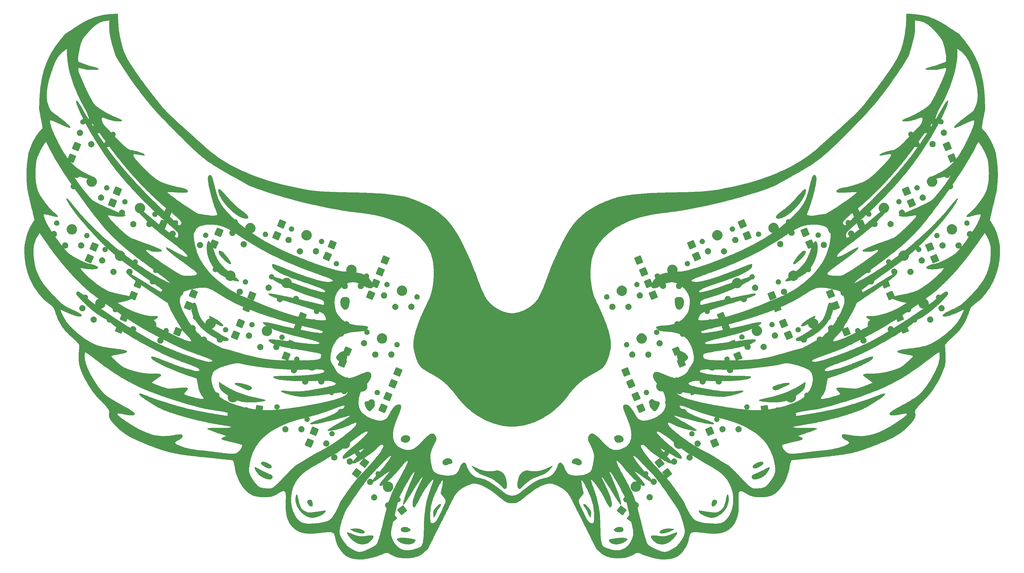
<source format=gbr>
G04 #@! TF.GenerationSoftware,KiCad,Pcbnew,5.1.5+dfsg1-2build2*
G04 #@! TF.CreationDate,2021-03-02T19:33:04+00:00*
G04 #@! TF.ProjectId,rev1,72657631-2e6b-4696-9361-645f70636258,rev?*
G04 #@! TF.SameCoordinates,Original*
G04 #@! TF.FileFunction,Soldermask,Top*
G04 #@! TF.FilePolarity,Negative*
%FSLAX46Y46*%
G04 Gerber Fmt 4.6, Leading zero omitted, Abs format (unit mm)*
G04 Created by KiCad (PCBNEW 5.1.5+dfsg1-2build2) date 2021-03-02 19:33:04*
%MOMM*%
%LPD*%
G04 APERTURE LIST*
%ADD10C,0.010000*%
%ADD11C,0.100000*%
G04 APERTURE END LIST*
D10*
G36*
X311178732Y-128197929D02*
G01*
X311288503Y-128235769D01*
X311375023Y-128308214D01*
X311409155Y-128357078D01*
X311436520Y-128407790D01*
X311453381Y-128454412D01*
X311462085Y-128509548D01*
X311464977Y-128585800D01*
X311464820Y-128656167D01*
X311460520Y-128775414D01*
X311448048Y-128871748D01*
X311424355Y-128964280D01*
X311407783Y-129013862D01*
X311322912Y-129212703D01*
X311201503Y-129431887D01*
X311043895Y-129670969D01*
X310850426Y-129929507D01*
X310621438Y-130207055D01*
X310357268Y-130503170D01*
X310058256Y-130817407D01*
X309933376Y-130943669D01*
X309655843Y-131215199D01*
X309384518Y-131468340D01*
X309121442Y-131701597D01*
X308868656Y-131913476D01*
X308628202Y-132102481D01*
X308402120Y-132267118D01*
X308192453Y-132405892D01*
X308001241Y-132517307D01*
X307830525Y-132599869D01*
X307682348Y-132652084D01*
X307573887Y-132671622D01*
X307486988Y-132673753D01*
X307429255Y-132663514D01*
X307399301Y-132647698D01*
X307360849Y-132602383D01*
X307339488Y-132551160D01*
X307338459Y-132466301D01*
X307365420Y-132351625D01*
X307419634Y-132208410D01*
X307500363Y-132037932D01*
X307606871Y-131841469D01*
X307738419Y-131620297D01*
X307894272Y-131375695D01*
X308073690Y-131108938D01*
X308275937Y-130821305D01*
X308500276Y-130514072D01*
X308567793Y-130423584D01*
X308821547Y-130091576D01*
X309066529Y-129784102D01*
X309301151Y-129502899D01*
X309523829Y-129249700D01*
X309732977Y-129026242D01*
X309927010Y-128834259D01*
X310104342Y-128675488D01*
X310263387Y-128551663D01*
X310302886Y-128524514D01*
X310519580Y-128390740D01*
X310716134Y-128291100D01*
X310891925Y-128225688D01*
X311046332Y-128194600D01*
X311178732Y-128197929D01*
G37*
X311178732Y-128197929D02*
X311288503Y-128235769D01*
X311375023Y-128308214D01*
X311409155Y-128357078D01*
X311436520Y-128407790D01*
X311453381Y-128454412D01*
X311462085Y-128509548D01*
X311464977Y-128585800D01*
X311464820Y-128656167D01*
X311460520Y-128775414D01*
X311448048Y-128871748D01*
X311424355Y-128964280D01*
X311407783Y-129013862D01*
X311322912Y-129212703D01*
X311201503Y-129431887D01*
X311043895Y-129670969D01*
X310850426Y-129929507D01*
X310621438Y-130207055D01*
X310357268Y-130503170D01*
X310058256Y-130817407D01*
X309933376Y-130943669D01*
X309655843Y-131215199D01*
X309384518Y-131468340D01*
X309121442Y-131701597D01*
X308868656Y-131913476D01*
X308628202Y-132102481D01*
X308402120Y-132267118D01*
X308192453Y-132405892D01*
X308001241Y-132517307D01*
X307830525Y-132599869D01*
X307682348Y-132652084D01*
X307573887Y-132671622D01*
X307486988Y-132673753D01*
X307429255Y-132663514D01*
X307399301Y-132647698D01*
X307360849Y-132602383D01*
X307339488Y-132551160D01*
X307338459Y-132466301D01*
X307365420Y-132351625D01*
X307419634Y-132208410D01*
X307500363Y-132037932D01*
X307606871Y-131841469D01*
X307738419Y-131620297D01*
X307894272Y-131375695D01*
X308073690Y-131108938D01*
X308275937Y-130821305D01*
X308500276Y-130514072D01*
X308567793Y-130423584D01*
X308821547Y-130091576D01*
X309066529Y-129784102D01*
X309301151Y-129502899D01*
X309523829Y-129249700D01*
X309732977Y-129026242D01*
X309927010Y-128834259D01*
X310104342Y-128675488D01*
X310263387Y-128551663D01*
X310302886Y-128524514D01*
X310519580Y-128390740D01*
X310716134Y-128291100D01*
X310891925Y-128225688D01*
X311046332Y-128194600D01*
X311178732Y-128197929D01*
G36*
X314931141Y-124853898D02*
G01*
X314961717Y-124894726D01*
X315006996Y-124967607D01*
X315067893Y-125074084D01*
X315145323Y-125215701D01*
X315235939Y-125385917D01*
X315312185Y-125540986D01*
X315374996Y-125694188D01*
X315425443Y-125851470D01*
X315464601Y-126018781D01*
X315493542Y-126202070D01*
X315513339Y-126407285D01*
X315525066Y-126640374D01*
X315529796Y-126907286D01*
X315529988Y-127015750D01*
X315525450Y-127330482D01*
X315512278Y-127629502D01*
X315489421Y-127923184D01*
X315455825Y-128221900D01*
X315410439Y-128536023D01*
X315352209Y-128875928D01*
X315328124Y-129005417D01*
X315175431Y-129698412D01*
X314981790Y-130382375D01*
X314747984Y-131055395D01*
X314474794Y-131715563D01*
X314163003Y-132360969D01*
X313813393Y-132989704D01*
X313477189Y-133524500D01*
X313101937Y-134052271D01*
X312697678Y-134549230D01*
X312264237Y-135015545D01*
X311801438Y-135451381D01*
X311309107Y-135856905D01*
X310787068Y-136232285D01*
X310326381Y-136523886D01*
X310026864Y-136694677D01*
X309692463Y-136871310D01*
X309329748Y-137051047D01*
X308945290Y-137231155D01*
X308545660Y-137408896D01*
X308137429Y-137581535D01*
X307727167Y-137746336D01*
X307321446Y-137900563D01*
X306926835Y-138041481D01*
X306549907Y-138166354D01*
X306197231Y-138272446D01*
X305995333Y-138327153D01*
X305756936Y-138385782D01*
X305551564Y-138429703D01*
X305372888Y-138459799D01*
X305214576Y-138476955D01*
X305070297Y-138482055D01*
X304933720Y-138475981D01*
X304930905Y-138475741D01*
X304816290Y-138458323D01*
X304737597Y-138426744D01*
X304689755Y-138377417D01*
X304667693Y-138306755D01*
X304665811Y-138288197D01*
X304664209Y-138252986D01*
X304668164Y-138223077D01*
X304682011Y-138192296D01*
X304710083Y-138154468D01*
X304756715Y-138103419D01*
X304826242Y-138032976D01*
X304888061Y-137971585D01*
X305062877Y-137803976D01*
X305272725Y-137612914D01*
X305517624Y-137398384D01*
X305797592Y-137160370D01*
X306112647Y-136898857D01*
X306462808Y-136613829D01*
X306848093Y-136305271D01*
X307268520Y-135973167D01*
X307421339Y-135853428D01*
X307991345Y-135398741D01*
X308522047Y-134956840D01*
X309014248Y-134526971D01*
X309468753Y-134108376D01*
X309886366Y-133700302D01*
X310267891Y-133301991D01*
X310614133Y-132912689D01*
X310835175Y-132646084D01*
X311124194Y-132271784D01*
X311394673Y-131890133D01*
X311648699Y-131497077D01*
X311888358Y-131088563D01*
X312115735Y-130660541D01*
X312332917Y-130208957D01*
X312541990Y-129729758D01*
X312745039Y-129218894D01*
X312944150Y-128672311D01*
X313068802Y-128306917D01*
X313151566Y-128059616D01*
X313223893Y-127846454D01*
X313288072Y-127661194D01*
X313346395Y-127497601D01*
X313401150Y-127349438D01*
X313454629Y-127210469D01*
X313509122Y-127074459D01*
X313566919Y-126935171D01*
X313609092Y-126835834D01*
X313713849Y-126598104D01*
X313821650Y-126366860D01*
X313929029Y-126148951D01*
X314032525Y-125951227D01*
X314128674Y-125780534D01*
X314205380Y-125656721D01*
X314246426Y-125599607D01*
X314306701Y-125522544D01*
X314381382Y-125431064D01*
X314465646Y-125330699D01*
X314554668Y-125226981D01*
X314643626Y-125125443D01*
X314727694Y-125031618D01*
X314802051Y-124951037D01*
X314861871Y-124889233D01*
X314902333Y-124851738D01*
X314914354Y-124843581D01*
X314931141Y-124853898D01*
G37*
X314931141Y-124853898D02*
X314961717Y-124894726D01*
X315006996Y-124967607D01*
X315067893Y-125074084D01*
X315145323Y-125215701D01*
X315235939Y-125385917D01*
X315312185Y-125540986D01*
X315374996Y-125694188D01*
X315425443Y-125851470D01*
X315464601Y-126018781D01*
X315493542Y-126202070D01*
X315513339Y-126407285D01*
X315525066Y-126640374D01*
X315529796Y-126907286D01*
X315529988Y-127015750D01*
X315525450Y-127330482D01*
X315512278Y-127629502D01*
X315489421Y-127923184D01*
X315455825Y-128221900D01*
X315410439Y-128536023D01*
X315352209Y-128875928D01*
X315328124Y-129005417D01*
X315175431Y-129698412D01*
X314981790Y-130382375D01*
X314747984Y-131055395D01*
X314474794Y-131715563D01*
X314163003Y-132360969D01*
X313813393Y-132989704D01*
X313477189Y-133524500D01*
X313101937Y-134052271D01*
X312697678Y-134549230D01*
X312264237Y-135015545D01*
X311801438Y-135451381D01*
X311309107Y-135856905D01*
X310787068Y-136232285D01*
X310326381Y-136523886D01*
X310026864Y-136694677D01*
X309692463Y-136871310D01*
X309329748Y-137051047D01*
X308945290Y-137231155D01*
X308545660Y-137408896D01*
X308137429Y-137581535D01*
X307727167Y-137746336D01*
X307321446Y-137900563D01*
X306926835Y-138041481D01*
X306549907Y-138166354D01*
X306197231Y-138272446D01*
X305995333Y-138327153D01*
X305756936Y-138385782D01*
X305551564Y-138429703D01*
X305372888Y-138459799D01*
X305214576Y-138476955D01*
X305070297Y-138482055D01*
X304933720Y-138475981D01*
X304930905Y-138475741D01*
X304816290Y-138458323D01*
X304737597Y-138426744D01*
X304689755Y-138377417D01*
X304667693Y-138306755D01*
X304665811Y-138288197D01*
X304664209Y-138252986D01*
X304668164Y-138223077D01*
X304682011Y-138192296D01*
X304710083Y-138154468D01*
X304756715Y-138103419D01*
X304826242Y-138032976D01*
X304888061Y-137971585D01*
X305062877Y-137803976D01*
X305272725Y-137612914D01*
X305517624Y-137398384D01*
X305797592Y-137160370D01*
X306112647Y-136898857D01*
X306462808Y-136613829D01*
X306848093Y-136305271D01*
X307268520Y-135973167D01*
X307421339Y-135853428D01*
X307991345Y-135398741D01*
X308522047Y-134956840D01*
X309014248Y-134526971D01*
X309468753Y-134108376D01*
X309886366Y-133700302D01*
X310267891Y-133301991D01*
X310614133Y-132912689D01*
X310835175Y-132646084D01*
X311124194Y-132271784D01*
X311394673Y-131890133D01*
X311648699Y-131497077D01*
X311888358Y-131088563D01*
X312115735Y-130660541D01*
X312332917Y-130208957D01*
X312541990Y-129729758D01*
X312745039Y-129218894D01*
X312944150Y-128672311D01*
X313068802Y-128306917D01*
X313151566Y-128059616D01*
X313223893Y-127846454D01*
X313288072Y-127661194D01*
X313346395Y-127497601D01*
X313401150Y-127349438D01*
X313454629Y-127210469D01*
X313509122Y-127074459D01*
X313566919Y-126935171D01*
X313609092Y-126835834D01*
X313713849Y-126598104D01*
X313821650Y-126366860D01*
X313929029Y-126148951D01*
X314032525Y-125951227D01*
X314128674Y-125780534D01*
X314205380Y-125656721D01*
X314246426Y-125599607D01*
X314306701Y-125522544D01*
X314381382Y-125431064D01*
X314465646Y-125330699D01*
X314554668Y-125226981D01*
X314643626Y-125125443D01*
X314727694Y-125031618D01*
X314802051Y-124951037D01*
X314861871Y-124889233D01*
X314902333Y-124851738D01*
X314914354Y-124843581D01*
X314931141Y-124853898D01*
G36*
X113643483Y-128202623D02*
G01*
X113792444Y-128239568D01*
X113955381Y-128301888D01*
X114127538Y-128387530D01*
X114304161Y-128494438D01*
X114480496Y-128620557D01*
X114624353Y-128739345D01*
X114780405Y-128885126D01*
X114952107Y-129060307D01*
X115136356Y-129260755D01*
X115330051Y-129482339D01*
X115530088Y-129720927D01*
X115733364Y-129972386D01*
X115936778Y-130232585D01*
X116137227Y-130497393D01*
X116331607Y-130762676D01*
X116516817Y-131024304D01*
X116689754Y-131278144D01*
X116847316Y-131520064D01*
X116986399Y-131745933D01*
X117103901Y-131951619D01*
X117196720Y-132132989D01*
X117232961Y-132213400D01*
X117284910Y-132353373D01*
X117308939Y-132465288D01*
X117305399Y-132552601D01*
X117274638Y-132618765D01*
X117273963Y-132619625D01*
X117239753Y-132655058D01*
X117199947Y-132672210D01*
X117138272Y-132677092D01*
X117118339Y-132677105D01*
X117012714Y-132664119D01*
X116889857Y-132628872D01*
X116858231Y-132616975D01*
X116677665Y-132533445D01*
X116476354Y-132418491D01*
X116257745Y-132275425D01*
X116025287Y-132107563D01*
X115782428Y-131918217D01*
X115532617Y-131710702D01*
X115279300Y-131488332D01*
X115025926Y-131254420D01*
X114775943Y-131012282D01*
X114532799Y-130765229D01*
X114299943Y-130516578D01*
X114080822Y-130269641D01*
X113878884Y-130027732D01*
X113697578Y-129794166D01*
X113540351Y-129572256D01*
X113410652Y-129365316D01*
X113340614Y-129236180D01*
X113268327Y-129079036D01*
X113220698Y-128939933D01*
X113194144Y-128805376D01*
X113185082Y-128661869D01*
X113185006Y-128649854D01*
X113194682Y-128499223D01*
X113225966Y-128382204D01*
X113280833Y-128294903D01*
X113361258Y-128233426D01*
X113406503Y-128213077D01*
X113513251Y-128193107D01*
X113643483Y-128202623D01*
G37*
X113643483Y-128202623D02*
X113792444Y-128239568D01*
X113955381Y-128301888D01*
X114127538Y-128387530D01*
X114304161Y-128494438D01*
X114480496Y-128620557D01*
X114624353Y-128739345D01*
X114780405Y-128885126D01*
X114952107Y-129060307D01*
X115136356Y-129260755D01*
X115330051Y-129482339D01*
X115530088Y-129720927D01*
X115733364Y-129972386D01*
X115936778Y-130232585D01*
X116137227Y-130497393D01*
X116331607Y-130762676D01*
X116516817Y-131024304D01*
X116689754Y-131278144D01*
X116847316Y-131520064D01*
X116986399Y-131745933D01*
X117103901Y-131951619D01*
X117196720Y-132132989D01*
X117232961Y-132213400D01*
X117284910Y-132353373D01*
X117308939Y-132465288D01*
X117305399Y-132552601D01*
X117274638Y-132618765D01*
X117273963Y-132619625D01*
X117239753Y-132655058D01*
X117199947Y-132672210D01*
X117138272Y-132677092D01*
X117118339Y-132677105D01*
X117012714Y-132664119D01*
X116889857Y-132628872D01*
X116858231Y-132616975D01*
X116677665Y-132533445D01*
X116476354Y-132418491D01*
X116257745Y-132275425D01*
X116025287Y-132107563D01*
X115782428Y-131918217D01*
X115532617Y-131710702D01*
X115279300Y-131488332D01*
X115025926Y-131254420D01*
X114775943Y-131012282D01*
X114532799Y-130765229D01*
X114299943Y-130516578D01*
X114080822Y-130269641D01*
X113878884Y-130027732D01*
X113697578Y-129794166D01*
X113540351Y-129572256D01*
X113410652Y-129365316D01*
X113340614Y-129236180D01*
X113268327Y-129079036D01*
X113220698Y-128939933D01*
X113194144Y-128805376D01*
X113185082Y-128661869D01*
X113185006Y-128649854D01*
X113194682Y-128499223D01*
X113225966Y-128382204D01*
X113280833Y-128294903D01*
X113361258Y-128233426D01*
X113406503Y-128213077D01*
X113513251Y-128193107D01*
X113643483Y-128202623D01*
G36*
X109780488Y-124881146D02*
G01*
X109880462Y-124986842D01*
X109985919Y-125101506D01*
X110091297Y-125218789D01*
X110191036Y-125332341D01*
X110279575Y-125435814D01*
X110351353Y-125522859D01*
X110400808Y-125587126D01*
X110408698Y-125598396D01*
X110552524Y-125827787D01*
X110700484Y-126098215D01*
X110852117Y-126408632D01*
X111006962Y-126757991D01*
X111164559Y-127145245D01*
X111324448Y-127569346D01*
X111486167Y-128029249D01*
X111514083Y-128111733D01*
X111635239Y-128467987D01*
X111747120Y-128788702D01*
X111851795Y-129079124D01*
X111951331Y-129344500D01*
X112047795Y-129590077D01*
X112143255Y-129821101D01*
X112239778Y-130042819D01*
X112339432Y-130260477D01*
X112444285Y-130479321D01*
X112458464Y-130508250D01*
X112655436Y-130892736D01*
X112863445Y-131265640D01*
X113084418Y-131629091D01*
X113320283Y-131985215D01*
X113572968Y-132336142D01*
X113844401Y-132683997D01*
X114136509Y-133030909D01*
X114451221Y-133379005D01*
X114790464Y-133730413D01*
X115156165Y-134087260D01*
X115550254Y-134451673D01*
X115974657Y-134825781D01*
X116431302Y-135211711D01*
X116922118Y-135611591D01*
X117449031Y-136027547D01*
X117484929Y-136055465D01*
X117751484Y-136264215D01*
X118013691Y-136472698D01*
X118269234Y-136678909D01*
X118515798Y-136880840D01*
X118751067Y-137076486D01*
X118972725Y-137263842D01*
X119178457Y-137440900D01*
X119365946Y-137605655D01*
X119532876Y-137756101D01*
X119676932Y-137890232D01*
X119795799Y-138006041D01*
X119887159Y-138101523D01*
X119948698Y-138174671D01*
X119971863Y-138209759D01*
X119996206Y-138264701D01*
X119997284Y-138308265D01*
X119984780Y-138345398D01*
X119948043Y-138399864D01*
X119901861Y-138436296D01*
X119830576Y-138458423D01*
X119728118Y-138473241D01*
X119605141Y-138479969D01*
X119472300Y-138477824D01*
X119402477Y-138472909D01*
X119183189Y-138444122D01*
X118930740Y-138395084D01*
X118648481Y-138326975D01*
X118339760Y-138240973D01*
X118007927Y-138138257D01*
X117656331Y-138020005D01*
X117288321Y-137887396D01*
X116907246Y-137741608D01*
X116516456Y-137583820D01*
X116119301Y-137415211D01*
X115719128Y-137236959D01*
X115319287Y-137050243D01*
X115209362Y-136997340D01*
X114710260Y-136742812D01*
X114247029Y-136479276D01*
X113813463Y-136202378D01*
X113403358Y-135907766D01*
X113010508Y-135591084D01*
X112628707Y-135247981D01*
X112403693Y-135028972D01*
X112100486Y-134713910D01*
X111821825Y-134398956D01*
X111561066Y-134075523D01*
X111311565Y-133735024D01*
X111066680Y-133368872D01*
X110854803Y-133027084D01*
X110716593Y-132787044D01*
X110570905Y-132515917D01*
X110422248Y-132223214D01*
X110275130Y-131918448D01*
X110134061Y-131611133D01*
X110003548Y-131310780D01*
X109888101Y-131026903D01*
X109815444Y-130834202D01*
X109676717Y-130424180D01*
X109551724Y-130000348D01*
X109441063Y-129567329D01*
X109345334Y-129129745D01*
X109265136Y-128692215D01*
X109201069Y-128259363D01*
X109153731Y-127835809D01*
X109123722Y-127426174D01*
X109111642Y-127035080D01*
X109118089Y-126667149D01*
X109143663Y-126327001D01*
X109188964Y-126019258D01*
X109190178Y-126012934D01*
X109216397Y-125888658D01*
X109245814Y-125777117D01*
X109281844Y-125669818D01*
X109327901Y-125558264D01*
X109387398Y-125433962D01*
X109463752Y-125288415D01*
X109529741Y-125168110D01*
X109722477Y-124820875D01*
X109780488Y-124881146D01*
G37*
X109780488Y-124881146D02*
X109880462Y-124986842D01*
X109985919Y-125101506D01*
X110091297Y-125218789D01*
X110191036Y-125332341D01*
X110279575Y-125435814D01*
X110351353Y-125522859D01*
X110400808Y-125587126D01*
X110408698Y-125598396D01*
X110552524Y-125827787D01*
X110700484Y-126098215D01*
X110852117Y-126408632D01*
X111006962Y-126757991D01*
X111164559Y-127145245D01*
X111324448Y-127569346D01*
X111486167Y-128029249D01*
X111514083Y-128111733D01*
X111635239Y-128467987D01*
X111747120Y-128788702D01*
X111851795Y-129079124D01*
X111951331Y-129344500D01*
X112047795Y-129590077D01*
X112143255Y-129821101D01*
X112239778Y-130042819D01*
X112339432Y-130260477D01*
X112444285Y-130479321D01*
X112458464Y-130508250D01*
X112655436Y-130892736D01*
X112863445Y-131265640D01*
X113084418Y-131629091D01*
X113320283Y-131985215D01*
X113572968Y-132336142D01*
X113844401Y-132683997D01*
X114136509Y-133030909D01*
X114451221Y-133379005D01*
X114790464Y-133730413D01*
X115156165Y-134087260D01*
X115550254Y-134451673D01*
X115974657Y-134825781D01*
X116431302Y-135211711D01*
X116922118Y-135611591D01*
X117449031Y-136027547D01*
X117484929Y-136055465D01*
X117751484Y-136264215D01*
X118013691Y-136472698D01*
X118269234Y-136678909D01*
X118515798Y-136880840D01*
X118751067Y-137076486D01*
X118972725Y-137263842D01*
X119178457Y-137440900D01*
X119365946Y-137605655D01*
X119532876Y-137756101D01*
X119676932Y-137890232D01*
X119795799Y-138006041D01*
X119887159Y-138101523D01*
X119948698Y-138174671D01*
X119971863Y-138209759D01*
X119996206Y-138264701D01*
X119997284Y-138308265D01*
X119984780Y-138345398D01*
X119948043Y-138399864D01*
X119901861Y-138436296D01*
X119830576Y-138458423D01*
X119728118Y-138473241D01*
X119605141Y-138479969D01*
X119472300Y-138477824D01*
X119402477Y-138472909D01*
X119183189Y-138444122D01*
X118930740Y-138395084D01*
X118648481Y-138326975D01*
X118339760Y-138240973D01*
X118007927Y-138138257D01*
X117656331Y-138020005D01*
X117288321Y-137887396D01*
X116907246Y-137741608D01*
X116516456Y-137583820D01*
X116119301Y-137415211D01*
X115719128Y-137236959D01*
X115319287Y-137050243D01*
X115209362Y-136997340D01*
X114710260Y-136742812D01*
X114247029Y-136479276D01*
X113813463Y-136202378D01*
X113403358Y-135907766D01*
X113010508Y-135591084D01*
X112628707Y-135247981D01*
X112403693Y-135028972D01*
X112100486Y-134713910D01*
X111821825Y-134398956D01*
X111561066Y-134075523D01*
X111311565Y-133735024D01*
X111066680Y-133368872D01*
X110854803Y-133027084D01*
X110716593Y-132787044D01*
X110570905Y-132515917D01*
X110422248Y-132223214D01*
X110275130Y-131918448D01*
X110134061Y-131611133D01*
X110003548Y-131310780D01*
X109888101Y-131026903D01*
X109815444Y-130834202D01*
X109676717Y-130424180D01*
X109551724Y-130000348D01*
X109441063Y-129567329D01*
X109345334Y-129129745D01*
X109265136Y-128692215D01*
X109201069Y-128259363D01*
X109153731Y-127835809D01*
X109123722Y-127426174D01*
X109111642Y-127035080D01*
X109118089Y-126667149D01*
X109143663Y-126327001D01*
X109188964Y-126019258D01*
X109190178Y-126012934D01*
X109216397Y-125888658D01*
X109245814Y-125777117D01*
X109281844Y-125669818D01*
X109327901Y-125558264D01*
X109387398Y-125433962D01*
X109463752Y-125288415D01*
X109529741Y-125168110D01*
X109722477Y-124820875D01*
X109780488Y-124881146D01*
G36*
X314712182Y-150270124D02*
G01*
X314761419Y-150297780D01*
X314780828Y-150349785D01*
X314771079Y-150426112D01*
X314732840Y-150526740D01*
X314705260Y-150582339D01*
X314622689Y-150721940D01*
X314511803Y-150882492D01*
X314377234Y-151058367D01*
X314223617Y-151243939D01*
X314055585Y-151433578D01*
X313877771Y-151621658D01*
X313722147Y-151776340D01*
X313416883Y-152056249D01*
X313097309Y-152322183D01*
X312767511Y-152571754D01*
X312431574Y-152802573D01*
X312093585Y-153012252D01*
X311757629Y-153198402D01*
X311427793Y-153358634D01*
X311108162Y-153490561D01*
X310802822Y-153591793D01*
X310515859Y-153659941D01*
X310493138Y-153664011D01*
X310396363Y-153680400D01*
X310328470Y-153689583D01*
X310276699Y-153691991D01*
X310228293Y-153688057D01*
X310170493Y-153678210D01*
X310155894Y-153675418D01*
X310068961Y-153643312D01*
X310016356Y-153588005D01*
X309997931Y-153510866D01*
X310013540Y-153413260D01*
X310063035Y-153296557D01*
X310146268Y-153162124D01*
X310222020Y-153061334D01*
X310383349Y-152877474D01*
X310582052Y-152681710D01*
X310815462Y-152475887D01*
X311080915Y-152261850D01*
X311375745Y-152041444D01*
X311697287Y-151816515D01*
X312042876Y-151588907D01*
X312409847Y-151360467D01*
X312795534Y-151133038D01*
X313197271Y-150908466D01*
X313612395Y-150688597D01*
X313752917Y-150616856D01*
X313995168Y-150497914D01*
X314203578Y-150403466D01*
X314378816Y-150333487D01*
X314521549Y-150287954D01*
X314632448Y-150266841D01*
X314712182Y-150270124D01*
G37*
X314712182Y-150270124D02*
X314761419Y-150297780D01*
X314780828Y-150349785D01*
X314771079Y-150426112D01*
X314732840Y-150526740D01*
X314705260Y-150582339D01*
X314622689Y-150721940D01*
X314511803Y-150882492D01*
X314377234Y-151058367D01*
X314223617Y-151243939D01*
X314055585Y-151433578D01*
X313877771Y-151621658D01*
X313722147Y-151776340D01*
X313416883Y-152056249D01*
X313097309Y-152322183D01*
X312767511Y-152571754D01*
X312431574Y-152802573D01*
X312093585Y-153012252D01*
X311757629Y-153198402D01*
X311427793Y-153358634D01*
X311108162Y-153490561D01*
X310802822Y-153591793D01*
X310515859Y-153659941D01*
X310493138Y-153664011D01*
X310396363Y-153680400D01*
X310328470Y-153689583D01*
X310276699Y-153691991D01*
X310228293Y-153688057D01*
X310170493Y-153678210D01*
X310155894Y-153675418D01*
X310068961Y-153643312D01*
X310016356Y-153588005D01*
X309997931Y-153510866D01*
X310013540Y-153413260D01*
X310063035Y-153296557D01*
X310146268Y-153162124D01*
X310222020Y-153061334D01*
X310383349Y-152877474D01*
X310582052Y-152681710D01*
X310815462Y-152475887D01*
X311080915Y-152261850D01*
X311375745Y-152041444D01*
X311697287Y-151816515D01*
X312042876Y-151588907D01*
X312409847Y-151360467D01*
X312795534Y-151133038D01*
X313197271Y-150908466D01*
X313612395Y-150688597D01*
X313752917Y-150616856D01*
X313995168Y-150497914D01*
X314203578Y-150403466D01*
X314378816Y-150333487D01*
X314521549Y-150287954D01*
X314632448Y-150266841D01*
X314712182Y-150270124D01*
G36*
X319765860Y-145765092D02*
G01*
X319905107Y-145799513D01*
X320045718Y-145871588D01*
X320183488Y-145977007D01*
X320314211Y-146111460D01*
X320433682Y-146270635D01*
X320537695Y-146450221D01*
X320620179Y-146640774D01*
X320692166Y-146893234D01*
X320735046Y-147172998D01*
X320749738Y-147477524D01*
X320737162Y-147804273D01*
X320698236Y-148150705D01*
X320633879Y-148514279D01*
X320545010Y-148892456D01*
X320432547Y-149282694D01*
X320297410Y-149682455D01*
X320140516Y-150089197D01*
X319962785Y-150500381D01*
X319765136Y-150913466D01*
X319548486Y-151325913D01*
X319313756Y-151735181D01*
X319061864Y-152138730D01*
X318793728Y-152534020D01*
X318510268Y-152918511D01*
X318217492Y-153283584D01*
X317816023Y-153739484D01*
X317376513Y-154194407D01*
X316903194Y-154645116D01*
X316400297Y-155088378D01*
X315872056Y-155520958D01*
X315322701Y-155939621D01*
X314756465Y-156341134D01*
X314177580Y-156722262D01*
X313590278Y-157079769D01*
X312998792Y-157410423D01*
X312454464Y-157688175D01*
X311905633Y-157942143D01*
X311377730Y-158159986D01*
X310870034Y-158341955D01*
X310381820Y-158488303D01*
X309912366Y-158599280D01*
X309746548Y-158630848D01*
X309622171Y-158649012D01*
X309476924Y-158663846D01*
X309319243Y-158675109D01*
X309157567Y-158682561D01*
X309000333Y-158685963D01*
X308855978Y-158685074D01*
X308732941Y-158679654D01*
X308639660Y-158669463D01*
X308609417Y-158663199D01*
X308449270Y-158607191D01*
X308325403Y-158532992D01*
X308238723Y-158442186D01*
X308190136Y-158336359D01*
X308180549Y-158217095D01*
X308210867Y-158085979D01*
X308240478Y-158018063D01*
X308331792Y-157881357D01*
X308463630Y-157755092D01*
X308635382Y-157639705D01*
X308846438Y-157535631D01*
X308997543Y-157476700D01*
X309111749Y-157433487D01*
X309231899Y-157382843D01*
X309362110Y-157322641D01*
X309506501Y-157250755D01*
X309669189Y-157165060D01*
X309854294Y-157063429D01*
X310065932Y-156943735D01*
X310308223Y-156803853D01*
X310366250Y-156770041D01*
X310703652Y-156570363D01*
X311067576Y-156349890D01*
X311450727Y-156113295D01*
X311845809Y-155865251D01*
X312245527Y-155610429D01*
X312642587Y-155353502D01*
X313029693Y-155099142D01*
X313399550Y-154852021D01*
X313744862Y-154616812D01*
X313943417Y-154479023D01*
X314425610Y-154134747D01*
X314869972Y-153802807D01*
X315278541Y-153481311D01*
X315653358Y-153168368D01*
X315996461Y-152862086D01*
X316309891Y-152560575D01*
X316595687Y-152261942D01*
X316855887Y-151964297D01*
X317092533Y-151665747D01*
X317307662Y-151364402D01*
X317317285Y-151350128D01*
X317553922Y-150971958D01*
X317774735Y-150564322D01*
X317980622Y-150125102D01*
X318172480Y-149652178D01*
X318351209Y-149143434D01*
X318517705Y-148596750D01*
X318579486Y-148372917D01*
X318674501Y-148021213D01*
X318760612Y-147707154D01*
X318838874Y-147427238D01*
X318910338Y-147177964D01*
X318976057Y-146955832D01*
X319037084Y-146757338D01*
X319094470Y-146578983D01*
X319149269Y-146417264D01*
X319202533Y-146268680D01*
X319248708Y-146146691D01*
X319313536Y-146000045D01*
X319381686Y-145891884D01*
X319458320Y-145818399D01*
X319548600Y-145775781D01*
X319657687Y-145760222D01*
X319765860Y-145765092D01*
G37*
X319765860Y-145765092D02*
X319905107Y-145799513D01*
X320045718Y-145871588D01*
X320183488Y-145977007D01*
X320314211Y-146111460D01*
X320433682Y-146270635D01*
X320537695Y-146450221D01*
X320620179Y-146640774D01*
X320692166Y-146893234D01*
X320735046Y-147172998D01*
X320749738Y-147477524D01*
X320737162Y-147804273D01*
X320698236Y-148150705D01*
X320633879Y-148514279D01*
X320545010Y-148892456D01*
X320432547Y-149282694D01*
X320297410Y-149682455D01*
X320140516Y-150089197D01*
X319962785Y-150500381D01*
X319765136Y-150913466D01*
X319548486Y-151325913D01*
X319313756Y-151735181D01*
X319061864Y-152138730D01*
X318793728Y-152534020D01*
X318510268Y-152918511D01*
X318217492Y-153283584D01*
X317816023Y-153739484D01*
X317376513Y-154194407D01*
X316903194Y-154645116D01*
X316400297Y-155088378D01*
X315872056Y-155520958D01*
X315322701Y-155939621D01*
X314756465Y-156341134D01*
X314177580Y-156722262D01*
X313590278Y-157079769D01*
X312998792Y-157410423D01*
X312454464Y-157688175D01*
X311905633Y-157942143D01*
X311377730Y-158159986D01*
X310870034Y-158341955D01*
X310381820Y-158488303D01*
X309912366Y-158599280D01*
X309746548Y-158630848D01*
X309622171Y-158649012D01*
X309476924Y-158663846D01*
X309319243Y-158675109D01*
X309157567Y-158682561D01*
X309000333Y-158685963D01*
X308855978Y-158685074D01*
X308732941Y-158679654D01*
X308639660Y-158669463D01*
X308609417Y-158663199D01*
X308449270Y-158607191D01*
X308325403Y-158532992D01*
X308238723Y-158442186D01*
X308190136Y-158336359D01*
X308180549Y-158217095D01*
X308210867Y-158085979D01*
X308240478Y-158018063D01*
X308331792Y-157881357D01*
X308463630Y-157755092D01*
X308635382Y-157639705D01*
X308846438Y-157535631D01*
X308997543Y-157476700D01*
X309111749Y-157433487D01*
X309231899Y-157382843D01*
X309362110Y-157322641D01*
X309506501Y-157250755D01*
X309669189Y-157165060D01*
X309854294Y-157063429D01*
X310065932Y-156943735D01*
X310308223Y-156803853D01*
X310366250Y-156770041D01*
X310703652Y-156570363D01*
X311067576Y-156349890D01*
X311450727Y-156113295D01*
X311845809Y-155865251D01*
X312245527Y-155610429D01*
X312642587Y-155353502D01*
X313029693Y-155099142D01*
X313399550Y-154852021D01*
X313744862Y-154616812D01*
X313943417Y-154479023D01*
X314425610Y-154134747D01*
X314869972Y-153802807D01*
X315278541Y-153481311D01*
X315653358Y-153168368D01*
X315996461Y-152862086D01*
X316309891Y-152560575D01*
X316595687Y-152261942D01*
X316855887Y-151964297D01*
X317092533Y-151665747D01*
X317307662Y-151364402D01*
X317317285Y-151350128D01*
X317553922Y-150971958D01*
X317774735Y-150564322D01*
X317980622Y-150125102D01*
X318172480Y-149652178D01*
X318351209Y-149143434D01*
X318517705Y-148596750D01*
X318579486Y-148372917D01*
X318674501Y-148021213D01*
X318760612Y-147707154D01*
X318838874Y-147427238D01*
X318910338Y-147177964D01*
X318976057Y-146955832D01*
X319037084Y-146757338D01*
X319094470Y-146578983D01*
X319149269Y-146417264D01*
X319202533Y-146268680D01*
X319248708Y-146146691D01*
X319313536Y-146000045D01*
X319381686Y-145891884D01*
X319458320Y-145818399D01*
X319548600Y-145775781D01*
X319657687Y-145760222D01*
X319765860Y-145765092D01*
G36*
X110058984Y-150274027D02*
G01*
X110187458Y-150306475D01*
X110348847Y-150364070D01*
X110543554Y-150446730D01*
X110771983Y-150554374D01*
X110852397Y-150594147D01*
X111164454Y-150754494D01*
X111488357Y-150929181D01*
X111816443Y-151113672D01*
X112141045Y-151303428D01*
X112454500Y-151493911D01*
X112749143Y-151680582D01*
X113017308Y-151858904D01*
X113177029Y-151970505D01*
X113452845Y-152173741D01*
X113703792Y-152370797D01*
X113928402Y-152560132D01*
X114125208Y-152740207D01*
X114292744Y-152909482D01*
X114429543Y-153066418D01*
X114534136Y-153209475D01*
X114605059Y-153337114D01*
X114640842Y-153447794D01*
X114644516Y-153510558D01*
X114620177Y-153590602D01*
X114561070Y-153646838D01*
X114467506Y-153679154D01*
X114339797Y-153687439D01*
X114188011Y-153673085D01*
X113974568Y-153629064D01*
X113735657Y-153558549D01*
X113476826Y-153463859D01*
X113203621Y-153347312D01*
X112921589Y-153211228D01*
X112636278Y-153057925D01*
X112435948Y-152940621D01*
X112088515Y-152717086D01*
X111746125Y-152471927D01*
X111413776Y-152209711D01*
X111096468Y-151935008D01*
X110799198Y-151652385D01*
X110526966Y-151366410D01*
X110284772Y-151081651D01*
X110077612Y-150802677D01*
X110047407Y-150757914D01*
X109956769Y-150612032D01*
X109896222Y-150491872D01*
X109866171Y-150397352D01*
X109867018Y-150328390D01*
X109899167Y-150284903D01*
X109963021Y-150266809D01*
X110058984Y-150274027D01*
G37*
X110058984Y-150274027D02*
X110187458Y-150306475D01*
X110348847Y-150364070D01*
X110543554Y-150446730D01*
X110771983Y-150554374D01*
X110852397Y-150594147D01*
X111164454Y-150754494D01*
X111488357Y-150929181D01*
X111816443Y-151113672D01*
X112141045Y-151303428D01*
X112454500Y-151493911D01*
X112749143Y-151680582D01*
X113017308Y-151858904D01*
X113177029Y-151970505D01*
X113452845Y-152173741D01*
X113703792Y-152370797D01*
X113928402Y-152560132D01*
X114125208Y-152740207D01*
X114292744Y-152909482D01*
X114429543Y-153066418D01*
X114534136Y-153209475D01*
X114605059Y-153337114D01*
X114640842Y-153447794D01*
X114644516Y-153510558D01*
X114620177Y-153590602D01*
X114561070Y-153646838D01*
X114467506Y-153679154D01*
X114339797Y-153687439D01*
X114188011Y-153673085D01*
X113974568Y-153629064D01*
X113735657Y-153558549D01*
X113476826Y-153463859D01*
X113203621Y-153347312D01*
X112921589Y-153211228D01*
X112636278Y-153057925D01*
X112435948Y-152940621D01*
X112088515Y-152717086D01*
X111746125Y-152471927D01*
X111413776Y-152209711D01*
X111096468Y-151935008D01*
X110799198Y-151652385D01*
X110526966Y-151366410D01*
X110284772Y-151081651D01*
X110077612Y-150802677D01*
X110047407Y-150757914D01*
X109956769Y-150612032D01*
X109896222Y-150491872D01*
X109866171Y-150397352D01*
X109867018Y-150328390D01*
X109899167Y-150284903D01*
X109963021Y-150266809D01*
X110058984Y-150274027D01*
G36*
X105060577Y-145768476D02*
G01*
X105170072Y-145810408D01*
X105262700Y-145885431D01*
X105322196Y-145970500D01*
X105371161Y-146073525D01*
X105428368Y-146215805D01*
X105493140Y-146395209D01*
X105564805Y-146609608D01*
X105642686Y-146856873D01*
X105726108Y-147134873D01*
X105814396Y-147441481D01*
X105906876Y-147774565D01*
X105979742Y-148044834D01*
X106119602Y-148549767D01*
X106260539Y-149016061D01*
X106404484Y-149447402D01*
X106553370Y-149847474D01*
X106709129Y-150219964D01*
X106873694Y-150568556D01*
X107048998Y-150896937D01*
X107236972Y-151208792D01*
X107439550Y-151507806D01*
X107658663Y-151797665D01*
X107896245Y-152082055D01*
X108154227Y-152364660D01*
X108350112Y-152565521D01*
X108568759Y-152779186D01*
X108794390Y-152989256D01*
X109030121Y-153198149D01*
X109279069Y-153408287D01*
X109544350Y-153622088D01*
X109829082Y-153841973D01*
X110136380Y-154070361D01*
X110469361Y-154309672D01*
X110831143Y-154562326D01*
X111224841Y-154830742D01*
X111537167Y-155040015D01*
X111886312Y-155270880D01*
X112234235Y-155497897D01*
X112578507Y-155719609D01*
X112916700Y-155934562D01*
X113246386Y-156141300D01*
X113565138Y-156338368D01*
X113870527Y-156524311D01*
X114160125Y-156697673D01*
X114431504Y-156856999D01*
X114682237Y-157000833D01*
X114909894Y-157127721D01*
X115112049Y-157236206D01*
X115286273Y-157324834D01*
X115430138Y-157392148D01*
X115527273Y-157431716D01*
X115725856Y-157507476D01*
X115888959Y-157577343D01*
X116022442Y-157644548D01*
X116132163Y-157712322D01*
X116223981Y-157783897D01*
X116299001Y-157857313D01*
X116397200Y-157987431D01*
X116453445Y-158119475D01*
X116468535Y-158232343D01*
X116457321Y-158335629D01*
X116418649Y-158422571D01*
X116346554Y-158505128D01*
X116321302Y-158527605D01*
X116255442Y-158578232D01*
X116186960Y-158616615D01*
X116108648Y-158644429D01*
X116013299Y-158663350D01*
X115893706Y-158675055D01*
X115742661Y-158681217D01*
X115654083Y-158682732D01*
X115530093Y-158683654D01*
X115416702Y-158683480D01*
X115322494Y-158682302D01*
X115256054Y-158680210D01*
X115230750Y-158678263D01*
X114748403Y-158597835D01*
X114278433Y-158489923D01*
X113805112Y-158350799D01*
X113696167Y-158314685D01*
X113286127Y-158165411D01*
X112853602Y-157987881D01*
X112404654Y-157785094D01*
X111945346Y-157560052D01*
X111481743Y-157315757D01*
X111019908Y-157055208D01*
X110565904Y-156781408D01*
X110447083Y-156706635D01*
X109877666Y-156330917D01*
X109322599Y-155936632D01*
X108785427Y-155526874D01*
X108269696Y-155104736D01*
X107778953Y-154673312D01*
X107316743Y-154235696D01*
X106886613Y-153794981D01*
X106492108Y-153354261D01*
X106208201Y-153008417D01*
X105914043Y-152618055D01*
X105635836Y-152215483D01*
X105374568Y-151803441D01*
X105131229Y-151384667D01*
X104906807Y-150961899D01*
X104702290Y-150537875D01*
X104518668Y-150115335D01*
X104356930Y-149697016D01*
X104218063Y-149285658D01*
X104103057Y-148883998D01*
X104012901Y-148494774D01*
X103948583Y-148120727D01*
X103911092Y-147764593D01*
X103901416Y-147429111D01*
X103920545Y-147117020D01*
X103969468Y-146831059D01*
X103972794Y-146817167D01*
X104014307Y-146684495D01*
X104076064Y-146534915D01*
X104150742Y-146383647D01*
X104231018Y-146245911D01*
X104285621Y-146167014D01*
X104407736Y-146027193D01*
X104538293Y-145915665D01*
X104673073Y-145833230D01*
X104807860Y-145780687D01*
X104938434Y-145758836D01*
X105060577Y-145768476D01*
G37*
X105060577Y-145768476D02*
X105170072Y-145810408D01*
X105262700Y-145885431D01*
X105322196Y-145970500D01*
X105371161Y-146073525D01*
X105428368Y-146215805D01*
X105493140Y-146395209D01*
X105564805Y-146609608D01*
X105642686Y-146856873D01*
X105726108Y-147134873D01*
X105814396Y-147441481D01*
X105906876Y-147774565D01*
X105979742Y-148044834D01*
X106119602Y-148549767D01*
X106260539Y-149016061D01*
X106404484Y-149447402D01*
X106553370Y-149847474D01*
X106709129Y-150219964D01*
X106873694Y-150568556D01*
X107048998Y-150896937D01*
X107236972Y-151208792D01*
X107439550Y-151507806D01*
X107658663Y-151797665D01*
X107896245Y-152082055D01*
X108154227Y-152364660D01*
X108350112Y-152565521D01*
X108568759Y-152779186D01*
X108794390Y-152989256D01*
X109030121Y-153198149D01*
X109279069Y-153408287D01*
X109544350Y-153622088D01*
X109829082Y-153841973D01*
X110136380Y-154070361D01*
X110469361Y-154309672D01*
X110831143Y-154562326D01*
X111224841Y-154830742D01*
X111537167Y-155040015D01*
X111886312Y-155270880D01*
X112234235Y-155497897D01*
X112578507Y-155719609D01*
X112916700Y-155934562D01*
X113246386Y-156141300D01*
X113565138Y-156338368D01*
X113870527Y-156524311D01*
X114160125Y-156697673D01*
X114431504Y-156856999D01*
X114682237Y-157000833D01*
X114909894Y-157127721D01*
X115112049Y-157236206D01*
X115286273Y-157324834D01*
X115430138Y-157392148D01*
X115527273Y-157431716D01*
X115725856Y-157507476D01*
X115888959Y-157577343D01*
X116022442Y-157644548D01*
X116132163Y-157712322D01*
X116223981Y-157783897D01*
X116299001Y-157857313D01*
X116397200Y-157987431D01*
X116453445Y-158119475D01*
X116468535Y-158232343D01*
X116457321Y-158335629D01*
X116418649Y-158422571D01*
X116346554Y-158505128D01*
X116321302Y-158527605D01*
X116255442Y-158578232D01*
X116186960Y-158616615D01*
X116108648Y-158644429D01*
X116013299Y-158663350D01*
X115893706Y-158675055D01*
X115742661Y-158681217D01*
X115654083Y-158682732D01*
X115530093Y-158683654D01*
X115416702Y-158683480D01*
X115322494Y-158682302D01*
X115256054Y-158680210D01*
X115230750Y-158678263D01*
X114748403Y-158597835D01*
X114278433Y-158489923D01*
X113805112Y-158350799D01*
X113696167Y-158314685D01*
X113286127Y-158165411D01*
X112853602Y-157987881D01*
X112404654Y-157785094D01*
X111945346Y-157560052D01*
X111481743Y-157315757D01*
X111019908Y-157055208D01*
X110565904Y-156781408D01*
X110447083Y-156706635D01*
X109877666Y-156330917D01*
X109322599Y-155936632D01*
X108785427Y-155526874D01*
X108269696Y-155104736D01*
X107778953Y-154673312D01*
X107316743Y-154235696D01*
X106886613Y-153794981D01*
X106492108Y-153354261D01*
X106208201Y-153008417D01*
X105914043Y-152618055D01*
X105635836Y-152215483D01*
X105374568Y-151803441D01*
X105131229Y-151384667D01*
X104906807Y-150961899D01*
X104702290Y-150537875D01*
X104518668Y-150115335D01*
X104356930Y-149697016D01*
X104218063Y-149285658D01*
X104103057Y-148883998D01*
X104012901Y-148494774D01*
X103948583Y-148120727D01*
X103911092Y-147764593D01*
X103901416Y-147429111D01*
X103920545Y-147117020D01*
X103969468Y-146831059D01*
X103972794Y-146817167D01*
X104014307Y-146684495D01*
X104076064Y-146534915D01*
X104150742Y-146383647D01*
X104231018Y-146245911D01*
X104285621Y-146167014D01*
X104407736Y-146027193D01*
X104538293Y-145915665D01*
X104673073Y-145833230D01*
X104807860Y-145780687D01*
X104938434Y-145758836D01*
X105060577Y-145768476D01*
G36*
X305552859Y-172894725D02*
G01*
X305680874Y-172904340D01*
X305751917Y-172915256D01*
X305886787Y-172953384D01*
X305981435Y-173002707D01*
X306036228Y-173062389D01*
X306051532Y-173131596D01*
X306027714Y-173209493D01*
X305965140Y-173295245D01*
X305864176Y-173388017D01*
X305725190Y-173486976D01*
X305548548Y-173591286D01*
X305427140Y-173654837D01*
X305348223Y-173692567D01*
X305240701Y-173741234D01*
X305115301Y-173796123D01*
X304982753Y-173852519D01*
X304888303Y-173891660D01*
X304435511Y-174081258D01*
X304008113Y-174269719D01*
X303591722Y-174463763D01*
X303171953Y-174670106D01*
X302734420Y-174895466D01*
X302700654Y-174913234D01*
X302406393Y-175055536D01*
X302120641Y-175168477D01*
X301846604Y-175251323D01*
X301587488Y-175303341D01*
X301346497Y-175323798D01*
X301126838Y-175311961D01*
X301031750Y-175295005D01*
X300863640Y-175242021D01*
X300710015Y-175164028D01*
X300575105Y-175065717D01*
X300463139Y-174951780D01*
X300378346Y-174826909D01*
X300324958Y-174695795D01*
X300307203Y-174563131D01*
X300313001Y-174497733D01*
X300348017Y-174409266D01*
X300422993Y-174315165D01*
X300536073Y-174216382D01*
X300685399Y-174113872D01*
X300869115Y-174008589D01*
X301085364Y-173901487D01*
X301332288Y-173793520D01*
X301608031Y-173685642D01*
X301910736Y-173578806D01*
X302238546Y-173473967D01*
X302398556Y-173426296D01*
X302661408Y-173353221D01*
X302948481Y-173279615D01*
X303250635Y-173207448D01*
X303558729Y-173138685D01*
X303863624Y-173075294D01*
X304156181Y-173019243D01*
X304427258Y-172972498D01*
X304667717Y-172937027D01*
X304677903Y-172935698D01*
X304855677Y-172916173D01*
X305040620Y-172902151D01*
X305224172Y-172893793D01*
X305397771Y-172891264D01*
X305552859Y-172894725D01*
G37*
X305552859Y-172894725D02*
X305680874Y-172904340D01*
X305751917Y-172915256D01*
X305886787Y-172953384D01*
X305981435Y-173002707D01*
X306036228Y-173062389D01*
X306051532Y-173131596D01*
X306027714Y-173209493D01*
X305965140Y-173295245D01*
X305864176Y-173388017D01*
X305725190Y-173486976D01*
X305548548Y-173591286D01*
X305427140Y-173654837D01*
X305348223Y-173692567D01*
X305240701Y-173741234D01*
X305115301Y-173796123D01*
X304982753Y-173852519D01*
X304888303Y-173891660D01*
X304435511Y-174081258D01*
X304008113Y-174269719D01*
X303591722Y-174463763D01*
X303171953Y-174670106D01*
X302734420Y-174895466D01*
X302700654Y-174913234D01*
X302406393Y-175055536D01*
X302120641Y-175168477D01*
X301846604Y-175251323D01*
X301587488Y-175303341D01*
X301346497Y-175323798D01*
X301126838Y-175311961D01*
X301031750Y-175295005D01*
X300863640Y-175242021D01*
X300710015Y-175164028D01*
X300575105Y-175065717D01*
X300463139Y-174951780D01*
X300378346Y-174826909D01*
X300324958Y-174695795D01*
X300307203Y-174563131D01*
X300313001Y-174497733D01*
X300348017Y-174409266D01*
X300422993Y-174315165D01*
X300536073Y-174216382D01*
X300685399Y-174113872D01*
X300869115Y-174008589D01*
X301085364Y-173901487D01*
X301332288Y-173793520D01*
X301608031Y-173685642D01*
X301910736Y-173578806D01*
X302238546Y-173473967D01*
X302398556Y-173426296D01*
X302661408Y-173353221D01*
X302948481Y-173279615D01*
X303250635Y-173207448D01*
X303558729Y-173138685D01*
X303863624Y-173075294D01*
X304156181Y-173019243D01*
X304427258Y-172972498D01*
X304667717Y-172937027D01*
X304677903Y-172935698D01*
X304855677Y-172916173D01*
X305040620Y-172902151D01*
X305224172Y-172893793D01*
X305397771Y-172891264D01*
X305552859Y-172894725D01*
G36*
X311407449Y-172627613D02*
G01*
X311405188Y-172686472D01*
X311400045Y-172774877D01*
X311392523Y-172886524D01*
X311383122Y-173015107D01*
X311372345Y-173154324D01*
X311360693Y-173297869D01*
X311348670Y-173439438D01*
X311336776Y-173572728D01*
X311325514Y-173691432D01*
X311315385Y-173789248D01*
X311306891Y-173859870D01*
X311305726Y-173868167D01*
X311245489Y-174164546D01*
X311152796Y-174456747D01*
X311031651Y-174734530D01*
X310886062Y-174987655D01*
X310843376Y-175050030D01*
X310708653Y-175222816D01*
X310541684Y-175407122D01*
X310341564Y-175603723D01*
X310107386Y-175813395D01*
X309838244Y-176036914D01*
X309533230Y-176275054D01*
X309191438Y-176528592D01*
X308811962Y-176798304D01*
X308747000Y-176843488D01*
X308264205Y-177172896D01*
X307806850Y-177473039D01*
X307371246Y-177745370D01*
X306953706Y-177991344D01*
X306550542Y-178212417D01*
X306158066Y-178410042D01*
X305772590Y-178585674D01*
X305390428Y-178740767D01*
X305007890Y-178876777D01*
X304621290Y-178995158D01*
X304226940Y-179097363D01*
X303821152Y-179184849D01*
X303400238Y-179259069D01*
X302960511Y-179321479D01*
X302498283Y-179373531D01*
X302280583Y-179394087D01*
X302198458Y-179399418D01*
X302079213Y-179404348D01*
X301928063Y-179408843D01*
X301750219Y-179412868D01*
X301550894Y-179416388D01*
X301335302Y-179419370D01*
X301108655Y-179421779D01*
X300876166Y-179423580D01*
X300643047Y-179424740D01*
X300414512Y-179425223D01*
X300195773Y-179424996D01*
X299992044Y-179424024D01*
X299808536Y-179422273D01*
X299650462Y-179419708D01*
X299523037Y-179416295D01*
X299444250Y-179412791D01*
X299044279Y-179387076D01*
X298658670Y-179357563D01*
X298289143Y-179324597D01*
X297937416Y-179288520D01*
X297605209Y-179249675D01*
X297294241Y-179208406D01*
X297006231Y-179165057D01*
X296742898Y-179119970D01*
X296505961Y-179073488D01*
X296297139Y-179025956D01*
X296118152Y-178977716D01*
X295970718Y-178929111D01*
X295856557Y-178880485D01*
X295777387Y-178832181D01*
X295734928Y-178784543D01*
X295730900Y-178737912D01*
X295767020Y-178692634D01*
X295782443Y-178681619D01*
X295842399Y-178652054D01*
X295942749Y-178615118D01*
X296082258Y-178571114D01*
X296259689Y-178520345D01*
X296473805Y-178463111D01*
X296723369Y-178399717D01*
X297007144Y-178330463D01*
X297323894Y-178255653D01*
X297672381Y-178175587D01*
X298051369Y-178090569D01*
X298459621Y-178000901D01*
X298895900Y-177906885D01*
X299327833Y-177815365D01*
X300484579Y-177551827D01*
X301619282Y-177252272D01*
X302731871Y-176916725D01*
X303822273Y-176545211D01*
X304890417Y-176137755D01*
X305936231Y-175694383D01*
X306959644Y-175215120D01*
X307445250Y-174971127D01*
X307664430Y-174857723D01*
X307871587Y-174748718D01*
X308070769Y-174641729D01*
X308266025Y-174534372D01*
X308461403Y-174424264D01*
X308660951Y-174309021D01*
X308868717Y-174186260D01*
X309088750Y-174053597D01*
X309325098Y-173908648D01*
X309581810Y-173749030D01*
X309862933Y-173572359D01*
X310172516Y-173376252D01*
X310400740Y-173230972D01*
X310585836Y-173113216D01*
X310760090Y-173002855D01*
X310920272Y-172901900D01*
X311063153Y-172812362D01*
X311185505Y-172736253D01*
X311284098Y-172675584D01*
X311355703Y-172632367D01*
X311397090Y-172608613D01*
X311406326Y-172604604D01*
X311407449Y-172627613D01*
G37*
X311407449Y-172627613D02*
X311405188Y-172686472D01*
X311400045Y-172774877D01*
X311392523Y-172886524D01*
X311383122Y-173015107D01*
X311372345Y-173154324D01*
X311360693Y-173297869D01*
X311348670Y-173439438D01*
X311336776Y-173572728D01*
X311325514Y-173691432D01*
X311315385Y-173789248D01*
X311306891Y-173859870D01*
X311305726Y-173868167D01*
X311245489Y-174164546D01*
X311152796Y-174456747D01*
X311031651Y-174734530D01*
X310886062Y-174987655D01*
X310843376Y-175050030D01*
X310708653Y-175222816D01*
X310541684Y-175407122D01*
X310341564Y-175603723D01*
X310107386Y-175813395D01*
X309838244Y-176036914D01*
X309533230Y-176275054D01*
X309191438Y-176528592D01*
X308811962Y-176798304D01*
X308747000Y-176843488D01*
X308264205Y-177172896D01*
X307806850Y-177473039D01*
X307371246Y-177745370D01*
X306953706Y-177991344D01*
X306550542Y-178212417D01*
X306158066Y-178410042D01*
X305772590Y-178585674D01*
X305390428Y-178740767D01*
X305007890Y-178876777D01*
X304621290Y-178995158D01*
X304226940Y-179097363D01*
X303821152Y-179184849D01*
X303400238Y-179259069D01*
X302960511Y-179321479D01*
X302498283Y-179373531D01*
X302280583Y-179394087D01*
X302198458Y-179399418D01*
X302079213Y-179404348D01*
X301928063Y-179408843D01*
X301750219Y-179412868D01*
X301550894Y-179416388D01*
X301335302Y-179419370D01*
X301108655Y-179421779D01*
X300876166Y-179423580D01*
X300643047Y-179424740D01*
X300414512Y-179425223D01*
X300195773Y-179424996D01*
X299992044Y-179424024D01*
X299808536Y-179422273D01*
X299650462Y-179419708D01*
X299523037Y-179416295D01*
X299444250Y-179412791D01*
X299044279Y-179387076D01*
X298658670Y-179357563D01*
X298289143Y-179324597D01*
X297937416Y-179288520D01*
X297605209Y-179249675D01*
X297294241Y-179208406D01*
X297006231Y-179165057D01*
X296742898Y-179119970D01*
X296505961Y-179073488D01*
X296297139Y-179025956D01*
X296118152Y-178977716D01*
X295970718Y-178929111D01*
X295856557Y-178880485D01*
X295777387Y-178832181D01*
X295734928Y-178784543D01*
X295730900Y-178737912D01*
X295767020Y-178692634D01*
X295782443Y-178681619D01*
X295842399Y-178652054D01*
X295942749Y-178615118D01*
X296082258Y-178571114D01*
X296259689Y-178520345D01*
X296473805Y-178463111D01*
X296723369Y-178399717D01*
X297007144Y-178330463D01*
X297323894Y-178255653D01*
X297672381Y-178175587D01*
X298051369Y-178090569D01*
X298459621Y-178000901D01*
X298895900Y-177906885D01*
X299327833Y-177815365D01*
X300484579Y-177551827D01*
X301619282Y-177252272D01*
X302731871Y-176916725D01*
X303822273Y-176545211D01*
X304890417Y-176137755D01*
X305936231Y-175694383D01*
X306959644Y-175215120D01*
X307445250Y-174971127D01*
X307664430Y-174857723D01*
X307871587Y-174748718D01*
X308070769Y-174641729D01*
X308266025Y-174534372D01*
X308461403Y-174424264D01*
X308660951Y-174309021D01*
X308868717Y-174186260D01*
X309088750Y-174053597D01*
X309325098Y-173908648D01*
X309581810Y-173749030D01*
X309862933Y-173572359D01*
X310172516Y-173376252D01*
X310400740Y-173230972D01*
X310585836Y-173113216D01*
X310760090Y-173002855D01*
X310920272Y-172901900D01*
X311063153Y-172812362D01*
X311185505Y-172736253D01*
X311284098Y-172675584D01*
X311355703Y-172632367D01*
X311397090Y-172608613D01*
X311406326Y-172604604D01*
X311407449Y-172627613D01*
G36*
X119515973Y-172893968D02*
G01*
X119780675Y-172916298D01*
X120075256Y-172952396D01*
X120398441Y-173002284D01*
X120748954Y-173065979D01*
X120858246Y-173087581D01*
X121317224Y-173185827D01*
X121757088Y-173291807D01*
X122174606Y-173404476D01*
X122566545Y-173522792D01*
X122929672Y-173645710D01*
X123260752Y-173772186D01*
X123556553Y-173901178D01*
X123813842Y-174031640D01*
X123856167Y-174055400D01*
X123993178Y-174135572D01*
X124097830Y-174201960D01*
X124175949Y-174259050D01*
X124233363Y-174311328D01*
X124275900Y-174363281D01*
X124294992Y-174393218D01*
X124328146Y-174459295D01*
X124340551Y-174519133D01*
X124337165Y-174595922D01*
X124300469Y-174755397D01*
X124227282Y-174899895D01*
X124121495Y-175027146D01*
X123986998Y-175134885D01*
X123827679Y-175220842D01*
X123647430Y-175282751D01*
X123450140Y-175318343D01*
X123239698Y-175325351D01*
X123104750Y-175314400D01*
X122974724Y-175292415D01*
X122821354Y-175257297D01*
X122660064Y-175212913D01*
X122518392Y-175167376D01*
X122452511Y-175144002D01*
X122390315Y-175120617D01*
X122327190Y-175095033D01*
X122258522Y-175065062D01*
X122179698Y-175028519D01*
X122086103Y-174983214D01*
X121973124Y-174926962D01*
X121836148Y-174857576D01*
X121670559Y-174772867D01*
X121485500Y-174677730D01*
X121284232Y-174575131D01*
X121096079Y-174481590D01*
X120913398Y-174393614D01*
X120728545Y-174307705D01*
X120533878Y-174220369D01*
X120321754Y-174128110D01*
X120084529Y-174027432D01*
X119845083Y-173927497D01*
X119569713Y-173810419D01*
X119333218Y-173703520D01*
X119133708Y-173605568D01*
X118969290Y-173515331D01*
X118838073Y-173431579D01*
X118738167Y-173353082D01*
X118667679Y-173278607D01*
X118624718Y-173206923D01*
X118607392Y-173136801D01*
X118606833Y-173121580D01*
X118626663Y-173048065D01*
X118685301Y-172988184D01*
X118781472Y-172941956D01*
X118913900Y-172909402D01*
X119081310Y-172890539D01*
X119282426Y-172885388D01*
X119515973Y-172893968D01*
G37*
X119515973Y-172893968D02*
X119780675Y-172916298D01*
X120075256Y-172952396D01*
X120398441Y-173002284D01*
X120748954Y-173065979D01*
X120858246Y-173087581D01*
X121317224Y-173185827D01*
X121757088Y-173291807D01*
X122174606Y-173404476D01*
X122566545Y-173522792D01*
X122929672Y-173645710D01*
X123260752Y-173772186D01*
X123556553Y-173901178D01*
X123813842Y-174031640D01*
X123856167Y-174055400D01*
X123993178Y-174135572D01*
X124097830Y-174201960D01*
X124175949Y-174259050D01*
X124233363Y-174311328D01*
X124275900Y-174363281D01*
X124294992Y-174393218D01*
X124328146Y-174459295D01*
X124340551Y-174519133D01*
X124337165Y-174595922D01*
X124300469Y-174755397D01*
X124227282Y-174899895D01*
X124121495Y-175027146D01*
X123986998Y-175134885D01*
X123827679Y-175220842D01*
X123647430Y-175282751D01*
X123450140Y-175318343D01*
X123239698Y-175325351D01*
X123104750Y-175314400D01*
X122974724Y-175292415D01*
X122821354Y-175257297D01*
X122660064Y-175212913D01*
X122518392Y-175167376D01*
X122452511Y-175144002D01*
X122390315Y-175120617D01*
X122327190Y-175095033D01*
X122258522Y-175065062D01*
X122179698Y-175028519D01*
X122086103Y-174983214D01*
X121973124Y-174926962D01*
X121836148Y-174857576D01*
X121670559Y-174772867D01*
X121485500Y-174677730D01*
X121284232Y-174575131D01*
X121096079Y-174481590D01*
X120913398Y-174393614D01*
X120728545Y-174307705D01*
X120533878Y-174220369D01*
X120321754Y-174128110D01*
X120084529Y-174027432D01*
X119845083Y-173927497D01*
X119569713Y-173810419D01*
X119333218Y-173703520D01*
X119133708Y-173605568D01*
X118969290Y-173515331D01*
X118838073Y-173431579D01*
X118738167Y-173353082D01*
X118667679Y-173278607D01*
X118624718Y-173206923D01*
X118607392Y-173136801D01*
X118606833Y-173121580D01*
X118626663Y-173048065D01*
X118685301Y-172988184D01*
X118781472Y-172941956D01*
X118913900Y-172909402D01*
X119081310Y-172890539D01*
X119282426Y-172885388D01*
X119515973Y-172893968D01*
G36*
X113260475Y-172610852D02*
G01*
X113311745Y-172641422D01*
X113392542Y-172690941D01*
X113499793Y-172757489D01*
X113630425Y-172839144D01*
X113781365Y-172933983D01*
X113949540Y-173040086D01*
X114131878Y-173155531D01*
X114325304Y-173278397D01*
X114345820Y-173291452D01*
X114671156Y-173498029D01*
X114965271Y-173683643D01*
X115232255Y-173850677D01*
X115476198Y-174001517D01*
X115701191Y-174138547D01*
X115911326Y-174264151D01*
X116110691Y-174380714D01*
X116303379Y-174490620D01*
X116493480Y-174596254D01*
X116685084Y-174700000D01*
X116882283Y-174804243D01*
X117089166Y-174911367D01*
X117309825Y-175023757D01*
X117368583Y-175053442D01*
X118275699Y-175491870D01*
X119208678Y-175905552D01*
X120161562Y-176292381D01*
X121128395Y-176650252D01*
X122103220Y-176977058D01*
X123080079Y-177270694D01*
X124053016Y-177529054D01*
X124967417Y-177739727D01*
X125102100Y-177768382D01*
X125267078Y-177803482D01*
X125451239Y-177842665D01*
X125643470Y-177883565D01*
X125832660Y-177923819D01*
X125962250Y-177951391D01*
X126380270Y-178041314D01*
X126772094Y-178127587D01*
X127136096Y-178209807D01*
X127470647Y-178287573D01*
X127774120Y-178360481D01*
X128044888Y-178428129D01*
X128281323Y-178490116D01*
X128481797Y-178546038D01*
X128644684Y-178595492D01*
X128768356Y-178638078D01*
X128815567Y-178656920D01*
X128875829Y-178685648D01*
X128904903Y-178710673D01*
X128911875Y-178741332D01*
X128910817Y-178754775D01*
X128885080Y-178810056D01*
X128832305Y-178857653D01*
X128739855Y-178906238D01*
X128607989Y-178955283D01*
X128439616Y-179004349D01*
X128237645Y-179052998D01*
X128004983Y-179100791D01*
X127744540Y-179147290D01*
X127459222Y-179192057D01*
X127151940Y-179234651D01*
X126825601Y-179274637D01*
X126483113Y-179311573D01*
X126127385Y-179345023D01*
X125761326Y-179374548D01*
X125387843Y-179399708D01*
X125147333Y-179413262D01*
X125047514Y-179417223D01*
X124913036Y-179420724D01*
X124750044Y-179423745D01*
X124564685Y-179426265D01*
X124363104Y-179428262D01*
X124151447Y-179429716D01*
X123935860Y-179430605D01*
X123722490Y-179430909D01*
X123517481Y-179430607D01*
X123326980Y-179429677D01*
X123157132Y-179428099D01*
X123014085Y-179425852D01*
X122903982Y-179422913D01*
X122861333Y-179421082D01*
X122336514Y-179387043D01*
X121846968Y-179341221D01*
X121387048Y-179282670D01*
X120951102Y-179210446D01*
X120533484Y-179123603D01*
X120128543Y-179021194D01*
X119730631Y-178902274D01*
X119696917Y-178891363D01*
X119371928Y-178779647D01*
X119051287Y-178657000D01*
X118731277Y-178521437D01*
X118408182Y-178370972D01*
X118078287Y-178203619D01*
X117737874Y-178017394D01*
X117383228Y-177810309D01*
X117010633Y-177580381D01*
X116616373Y-177325623D01*
X116196731Y-177044050D01*
X116045667Y-176940515D01*
X115671315Y-176679421D01*
X115332675Y-176435868D01*
X115027936Y-176207800D01*
X114755286Y-175993159D01*
X114512913Y-175789887D01*
X114299006Y-175595928D01*
X114111754Y-175409224D01*
X113949345Y-175227718D01*
X113809968Y-175049352D01*
X113691811Y-174872069D01*
X113593064Y-174693812D01*
X113511913Y-174512524D01*
X113446550Y-174326146D01*
X113395161Y-174132623D01*
X113355935Y-173929895D01*
X113347618Y-173876189D01*
X113338101Y-173802847D01*
X113326980Y-173702663D01*
X113314773Y-173581896D01*
X113301999Y-173446803D01*
X113289178Y-173303642D01*
X113276829Y-173158670D01*
X113265472Y-173018145D01*
X113255625Y-172888325D01*
X113247808Y-172775467D01*
X113242541Y-172685829D01*
X113240342Y-172625668D01*
X113241731Y-172601242D01*
X113241807Y-172601153D01*
X113260475Y-172610852D01*
G37*
X113260475Y-172610852D02*
X113311745Y-172641422D01*
X113392542Y-172690941D01*
X113499793Y-172757489D01*
X113630425Y-172839144D01*
X113781365Y-172933983D01*
X113949540Y-173040086D01*
X114131878Y-173155531D01*
X114325304Y-173278397D01*
X114345820Y-173291452D01*
X114671156Y-173498029D01*
X114965271Y-173683643D01*
X115232255Y-173850677D01*
X115476198Y-174001517D01*
X115701191Y-174138547D01*
X115911326Y-174264151D01*
X116110691Y-174380714D01*
X116303379Y-174490620D01*
X116493480Y-174596254D01*
X116685084Y-174700000D01*
X116882283Y-174804243D01*
X117089166Y-174911367D01*
X117309825Y-175023757D01*
X117368583Y-175053442D01*
X118275699Y-175491870D01*
X119208678Y-175905552D01*
X120161562Y-176292381D01*
X121128395Y-176650252D01*
X122103220Y-176977058D01*
X123080079Y-177270694D01*
X124053016Y-177529054D01*
X124967417Y-177739727D01*
X125102100Y-177768382D01*
X125267078Y-177803482D01*
X125451239Y-177842665D01*
X125643470Y-177883565D01*
X125832660Y-177923819D01*
X125962250Y-177951391D01*
X126380270Y-178041314D01*
X126772094Y-178127587D01*
X127136096Y-178209807D01*
X127470647Y-178287573D01*
X127774120Y-178360481D01*
X128044888Y-178428129D01*
X128281323Y-178490116D01*
X128481797Y-178546038D01*
X128644684Y-178595492D01*
X128768356Y-178638078D01*
X128815567Y-178656920D01*
X128875829Y-178685648D01*
X128904903Y-178710673D01*
X128911875Y-178741332D01*
X128910817Y-178754775D01*
X128885080Y-178810056D01*
X128832305Y-178857653D01*
X128739855Y-178906238D01*
X128607989Y-178955283D01*
X128439616Y-179004349D01*
X128237645Y-179052998D01*
X128004983Y-179100791D01*
X127744540Y-179147290D01*
X127459222Y-179192057D01*
X127151940Y-179234651D01*
X126825601Y-179274637D01*
X126483113Y-179311573D01*
X126127385Y-179345023D01*
X125761326Y-179374548D01*
X125387843Y-179399708D01*
X125147333Y-179413262D01*
X125047514Y-179417223D01*
X124913036Y-179420724D01*
X124750044Y-179423745D01*
X124564685Y-179426265D01*
X124363104Y-179428262D01*
X124151447Y-179429716D01*
X123935860Y-179430605D01*
X123722490Y-179430909D01*
X123517481Y-179430607D01*
X123326980Y-179429677D01*
X123157132Y-179428099D01*
X123014085Y-179425852D01*
X122903982Y-179422913D01*
X122861333Y-179421082D01*
X122336514Y-179387043D01*
X121846968Y-179341221D01*
X121387048Y-179282670D01*
X120951102Y-179210446D01*
X120533484Y-179123603D01*
X120128543Y-179021194D01*
X119730631Y-178902274D01*
X119696917Y-178891363D01*
X119371928Y-178779647D01*
X119051287Y-178657000D01*
X118731277Y-178521437D01*
X118408182Y-178370972D01*
X118078287Y-178203619D01*
X117737874Y-178017394D01*
X117383228Y-177810309D01*
X117010633Y-177580381D01*
X116616373Y-177325623D01*
X116196731Y-177044050D01*
X116045667Y-176940515D01*
X115671315Y-176679421D01*
X115332675Y-176435868D01*
X115027936Y-176207800D01*
X114755286Y-175993159D01*
X114512913Y-175789887D01*
X114299006Y-175595928D01*
X114111754Y-175409224D01*
X113949345Y-175227718D01*
X113809968Y-175049352D01*
X113691811Y-174872069D01*
X113593064Y-174693812D01*
X113511913Y-174512524D01*
X113446550Y-174326146D01*
X113395161Y-174132623D01*
X113355935Y-173929895D01*
X113347618Y-173876189D01*
X113338101Y-173802847D01*
X113326980Y-173702663D01*
X113314773Y-173581896D01*
X113301999Y-173446803D01*
X113289178Y-173303642D01*
X113276829Y-173158670D01*
X113265472Y-173018145D01*
X113255625Y-172888325D01*
X113247808Y-172775467D01*
X113242541Y-172685829D01*
X113240342Y-172625668D01*
X113241731Y-172601242D01*
X113241807Y-172601153D01*
X113260475Y-172610852D01*
G36*
X296591552Y-199591896D02*
G01*
X296752304Y-199612585D01*
X296884255Y-199655740D01*
X296991977Y-199723215D01*
X297080046Y-199816865D01*
X297125700Y-199886989D01*
X297172257Y-199985214D01*
X297187047Y-200069991D01*
X297171008Y-200154751D01*
X297148194Y-200208692D01*
X297077430Y-200321256D01*
X296971097Y-200445016D01*
X296833585Y-200577200D01*
X296669288Y-200715037D01*
X296482598Y-200855756D01*
X296277907Y-200996584D01*
X296059608Y-201134750D01*
X295832092Y-201267482D01*
X295599753Y-201392009D01*
X295366982Y-201505559D01*
X295138173Y-201605360D01*
X294917716Y-201688641D01*
X294710006Y-201752630D01*
X294695308Y-201756511D01*
X294542407Y-201788116D01*
X294391322Y-201804351D01*
X294252875Y-201804834D01*
X294137885Y-201789187D01*
X294098509Y-201777465D01*
X293922004Y-201697673D01*
X293785139Y-201603856D01*
X293688147Y-201497451D01*
X293631259Y-201379895D01*
X293614709Y-201252628D01*
X293638728Y-201117086D01*
X293703549Y-200974708D01*
X293809403Y-200826932D01*
X293925155Y-200704483D01*
X294052938Y-200590718D01*
X294193701Y-200482384D01*
X294353359Y-200375697D01*
X294537826Y-200266872D01*
X294753016Y-200152125D01*
X294914583Y-200071388D01*
X295179114Y-199945522D01*
X295413988Y-199841825D01*
X295624502Y-199758582D01*
X295815954Y-199694081D01*
X295993640Y-199646609D01*
X296162857Y-199614453D01*
X296328902Y-199595899D01*
X296397424Y-199591820D01*
X296591552Y-199591896D01*
G37*
X296591552Y-199591896D02*
X296752304Y-199612585D01*
X296884255Y-199655740D01*
X296991977Y-199723215D01*
X297080046Y-199816865D01*
X297125700Y-199886989D01*
X297172257Y-199985214D01*
X297187047Y-200069991D01*
X297171008Y-200154751D01*
X297148194Y-200208692D01*
X297077430Y-200321256D01*
X296971097Y-200445016D01*
X296833585Y-200577200D01*
X296669288Y-200715037D01*
X296482598Y-200855756D01*
X296277907Y-200996584D01*
X296059608Y-201134750D01*
X295832092Y-201267482D01*
X295599753Y-201392009D01*
X295366982Y-201505559D01*
X295138173Y-201605360D01*
X294917716Y-201688641D01*
X294710006Y-201752630D01*
X294695308Y-201756511D01*
X294542407Y-201788116D01*
X294391322Y-201804351D01*
X294252875Y-201804834D01*
X294137885Y-201789187D01*
X294098509Y-201777465D01*
X293922004Y-201697673D01*
X293785139Y-201603856D01*
X293688147Y-201497451D01*
X293631259Y-201379895D01*
X293614709Y-201252628D01*
X293638728Y-201117086D01*
X293703549Y-200974708D01*
X293809403Y-200826932D01*
X293925155Y-200704483D01*
X294052938Y-200590718D01*
X294193701Y-200482384D01*
X294353359Y-200375697D01*
X294537826Y-200266872D01*
X294753016Y-200152125D01*
X294914583Y-200071388D01*
X295179114Y-199945522D01*
X295413988Y-199841825D01*
X295624502Y-199758582D01*
X295815954Y-199694081D01*
X295993640Y-199646609D01*
X296162857Y-199614453D01*
X296328902Y-199595899D01*
X296397424Y-199591820D01*
X296591552Y-199591896D01*
G36*
X299243744Y-201413683D02*
G01*
X299288880Y-201442096D01*
X299310883Y-201502060D01*
X299314097Y-201577390D01*
X299297121Y-201698808D01*
X299254567Y-201847359D01*
X299189070Y-202018612D01*
X299103264Y-202208136D01*
X298999781Y-202411500D01*
X298881256Y-202624273D01*
X298750323Y-202842025D01*
X298609614Y-203060324D01*
X298461763Y-203274739D01*
X298309405Y-203480839D01*
X298155171Y-203674193D01*
X298001697Y-203850371D01*
X297899083Y-203958129D01*
X297713605Y-204126491D01*
X297491414Y-204296743D01*
X297237884Y-204466244D01*
X296958393Y-204632353D01*
X296658316Y-204792428D01*
X296343029Y-204943830D01*
X296017909Y-205083916D01*
X295688332Y-205210045D01*
X295359674Y-205319576D01*
X295037311Y-205409868D01*
X294859199Y-205451550D01*
X294742806Y-205471683D01*
X294605624Y-205487462D01*
X294457198Y-205498584D01*
X294307076Y-205504748D01*
X294164804Y-205505650D01*
X294039929Y-205500989D01*
X293941996Y-205490462D01*
X293902351Y-205481855D01*
X293788901Y-205437813D01*
X293685467Y-205371255D01*
X293582885Y-205275478D01*
X293517058Y-205200142D01*
X293414641Y-205065205D01*
X293344314Y-204945156D01*
X293302498Y-204832082D01*
X293285614Y-204718071D01*
X293284866Y-204686834D01*
X293297372Y-204558189D01*
X293338063Y-204442734D01*
X293411342Y-204330976D01*
X293490598Y-204243616D01*
X293581328Y-204160846D01*
X293686963Y-204080293D01*
X293811464Y-203999811D01*
X293958788Y-203917251D01*
X294132893Y-203830466D01*
X294337739Y-203737307D01*
X294577282Y-203635626D01*
X294713500Y-203580032D01*
X295020669Y-203452093D01*
X295355478Y-203305507D01*
X295709758Y-203144205D01*
X296075340Y-202972119D01*
X296444056Y-202793181D01*
X296807735Y-202611321D01*
X297158209Y-202430472D01*
X297487308Y-202254565D01*
X297623917Y-202179366D01*
X297795255Y-202085341D01*
X297973982Y-201989510D01*
X298155606Y-201894094D01*
X298335636Y-201801319D01*
X298509584Y-201713407D01*
X298672958Y-201632582D01*
X298821267Y-201561067D01*
X298950021Y-201501086D01*
X299054731Y-201454862D01*
X299130904Y-201424619D01*
X299172014Y-201412809D01*
X299243744Y-201413683D01*
G37*
X299243744Y-201413683D02*
X299288880Y-201442096D01*
X299310883Y-201502060D01*
X299314097Y-201577390D01*
X299297121Y-201698808D01*
X299254567Y-201847359D01*
X299189070Y-202018612D01*
X299103264Y-202208136D01*
X298999781Y-202411500D01*
X298881256Y-202624273D01*
X298750323Y-202842025D01*
X298609614Y-203060324D01*
X298461763Y-203274739D01*
X298309405Y-203480839D01*
X298155171Y-203674193D01*
X298001697Y-203850371D01*
X297899083Y-203958129D01*
X297713605Y-204126491D01*
X297491414Y-204296743D01*
X297237884Y-204466244D01*
X296958393Y-204632353D01*
X296658316Y-204792428D01*
X296343029Y-204943830D01*
X296017909Y-205083916D01*
X295688332Y-205210045D01*
X295359674Y-205319576D01*
X295037311Y-205409868D01*
X294859199Y-205451550D01*
X294742806Y-205471683D01*
X294605624Y-205487462D01*
X294457198Y-205498584D01*
X294307076Y-205504748D01*
X294164804Y-205505650D01*
X294039929Y-205500989D01*
X293941996Y-205490462D01*
X293902351Y-205481855D01*
X293788901Y-205437813D01*
X293685467Y-205371255D01*
X293582885Y-205275478D01*
X293517058Y-205200142D01*
X293414641Y-205065205D01*
X293344314Y-204945156D01*
X293302498Y-204832082D01*
X293285614Y-204718071D01*
X293284866Y-204686834D01*
X293297372Y-204558189D01*
X293338063Y-204442734D01*
X293411342Y-204330976D01*
X293490598Y-204243616D01*
X293581328Y-204160846D01*
X293686963Y-204080293D01*
X293811464Y-203999811D01*
X293958788Y-203917251D01*
X294132893Y-203830466D01*
X294337739Y-203737307D01*
X294577282Y-203635626D01*
X294713500Y-203580032D01*
X295020669Y-203452093D01*
X295355478Y-203305507D01*
X295709758Y-203144205D01*
X296075340Y-202972119D01*
X296444056Y-202793181D01*
X296807735Y-202611321D01*
X297158209Y-202430472D01*
X297487308Y-202254565D01*
X297623917Y-202179366D01*
X297795255Y-202085341D01*
X297973982Y-201989510D01*
X298155606Y-201894094D01*
X298335636Y-201801319D01*
X298509584Y-201713407D01*
X298672958Y-201632582D01*
X298821267Y-201561067D01*
X298950021Y-201501086D01*
X299054731Y-201454862D01*
X299130904Y-201424619D01*
X299172014Y-201412809D01*
X299243744Y-201413683D01*
G36*
X128332239Y-199593653D02*
G01*
X128528564Y-199621820D01*
X128732337Y-199667367D01*
X128862083Y-199704989D01*
X129063406Y-199774975D01*
X129281713Y-199861691D01*
X129509045Y-199961184D01*
X129737439Y-200069499D01*
X129958935Y-200182683D01*
X130165572Y-200296779D01*
X130349389Y-200407835D01*
X130502425Y-200511896D01*
X130533335Y-200535118D01*
X130711700Y-200686369D01*
X130851011Y-200835072D01*
X130951139Y-200979931D01*
X131011957Y-201119648D01*
X131033336Y-201252928D01*
X131015147Y-201378474D01*
X130957264Y-201494989D01*
X130859557Y-201601178D01*
X130721899Y-201695743D01*
X130651669Y-201731905D01*
X130573958Y-201765740D01*
X130505371Y-201786368D01*
X130429030Y-201797416D01*
X130328059Y-201802513D01*
X130322583Y-201802663D01*
X130160346Y-201798829D01*
X130018021Y-201776480D01*
X129983682Y-201767868D01*
X129731646Y-201688253D01*
X129453491Y-201578070D01*
X129151423Y-201438210D01*
X129084333Y-201404737D01*
X128817731Y-201263933D01*
X128568214Y-201119920D01*
X128338070Y-200974647D01*
X128129588Y-200830062D01*
X127945055Y-200688115D01*
X127786760Y-200550753D01*
X127656992Y-200419926D01*
X127558040Y-200297582D01*
X127492190Y-200185671D01*
X127461733Y-200086140D01*
X127462868Y-200023946D01*
X127503246Y-199914135D01*
X127578083Y-199809118D01*
X127679619Y-199716741D01*
X127800089Y-199644851D01*
X127862698Y-199619811D01*
X127991830Y-199592012D01*
X128150836Y-199583505D01*
X128332239Y-199593653D01*
G37*
X128332239Y-199593653D02*
X128528564Y-199621820D01*
X128732337Y-199667367D01*
X128862083Y-199704989D01*
X129063406Y-199774975D01*
X129281713Y-199861691D01*
X129509045Y-199961184D01*
X129737439Y-200069499D01*
X129958935Y-200182683D01*
X130165572Y-200296779D01*
X130349389Y-200407835D01*
X130502425Y-200511896D01*
X130533335Y-200535118D01*
X130711700Y-200686369D01*
X130851011Y-200835072D01*
X130951139Y-200979931D01*
X131011957Y-201119648D01*
X131033336Y-201252928D01*
X131015147Y-201378474D01*
X130957264Y-201494989D01*
X130859557Y-201601178D01*
X130721899Y-201695743D01*
X130651669Y-201731905D01*
X130573958Y-201765740D01*
X130505371Y-201786368D01*
X130429030Y-201797416D01*
X130328059Y-201802513D01*
X130322583Y-201802663D01*
X130160346Y-201798829D01*
X130018021Y-201776480D01*
X129983682Y-201767868D01*
X129731646Y-201688253D01*
X129453491Y-201578070D01*
X129151423Y-201438210D01*
X129084333Y-201404737D01*
X128817731Y-201263933D01*
X128568214Y-201119920D01*
X128338070Y-200974647D01*
X128129588Y-200830062D01*
X127945055Y-200688115D01*
X127786760Y-200550753D01*
X127656992Y-200419926D01*
X127558040Y-200297582D01*
X127492190Y-200185671D01*
X127461733Y-200086140D01*
X127462868Y-200023946D01*
X127503246Y-199914135D01*
X127578083Y-199809118D01*
X127679619Y-199716741D01*
X127800089Y-199644851D01*
X127862698Y-199619811D01*
X127991830Y-199592012D01*
X128150836Y-199583505D01*
X128332239Y-199593653D01*
G36*
X125459207Y-201409592D02*
G01*
X125532387Y-201428630D01*
X125629559Y-201465538D01*
X125754019Y-201520871D01*
X125909062Y-201595181D01*
X126097986Y-201689023D01*
X126103176Y-201691626D01*
X126230691Y-201756593D01*
X126385325Y-201836971D01*
X126557228Y-201927544D01*
X126736550Y-202023095D01*
X126913441Y-202118410D01*
X127060512Y-202198627D01*
X127968052Y-202677109D01*
X128883462Y-203120327D01*
X129800427Y-203525248D01*
X129976533Y-203598521D01*
X130215627Y-203698527D01*
X130418991Y-203787227D01*
X130590962Y-203866983D01*
X130735879Y-203940153D01*
X130858077Y-204009097D01*
X130961894Y-204076175D01*
X131051668Y-204143746D01*
X131131736Y-204214171D01*
X131161621Y-204243272D01*
X131272227Y-204377425D01*
X131340824Y-204516600D01*
X131367392Y-204660688D01*
X131351912Y-204809577D01*
X131294368Y-204963157D01*
X131285167Y-204980900D01*
X131205565Y-205107321D01*
X131106977Y-205228827D01*
X130999046Y-205335293D01*
X130891420Y-205416593D01*
X130845645Y-205442276D01*
X130795296Y-205465717D01*
X130749818Y-205482187D01*
X130699950Y-205493074D01*
X130636431Y-205499763D01*
X130550000Y-205503641D01*
X130431395Y-205506093D01*
X130417833Y-205506307D01*
X130244761Y-205506070D01*
X130099380Y-205498777D01*
X129967494Y-205483488D01*
X129899250Y-205472015D01*
X129610512Y-205408832D01*
X129307038Y-205324201D01*
X128994321Y-205220741D01*
X128677852Y-205101069D01*
X128363122Y-204967804D01*
X128055623Y-204823562D01*
X127760847Y-204670962D01*
X127484285Y-204512622D01*
X127231429Y-204351159D01*
X127007770Y-204189191D01*
X126818799Y-204029336D01*
X126765802Y-203978308D01*
X126560568Y-203757040D01*
X126352265Y-203501605D01*
X126146016Y-203219369D01*
X125946942Y-202917698D01*
X125760163Y-202603960D01*
X125595544Y-202295000D01*
X125502314Y-202102167D01*
X125431583Y-201939619D01*
X125381759Y-201802831D01*
X125351247Y-201687280D01*
X125338456Y-201588441D01*
X125337833Y-201563095D01*
X125340491Y-201501081D01*
X125350661Y-201454170D01*
X125371640Y-201422916D01*
X125406724Y-201407872D01*
X125459207Y-201409592D01*
G37*
X125459207Y-201409592D02*
X125532387Y-201428630D01*
X125629559Y-201465538D01*
X125754019Y-201520871D01*
X125909062Y-201595181D01*
X126097986Y-201689023D01*
X126103176Y-201691626D01*
X126230691Y-201756593D01*
X126385325Y-201836971D01*
X126557228Y-201927544D01*
X126736550Y-202023095D01*
X126913441Y-202118410D01*
X127060512Y-202198627D01*
X127968052Y-202677109D01*
X128883462Y-203120327D01*
X129800427Y-203525248D01*
X129976533Y-203598521D01*
X130215627Y-203698527D01*
X130418991Y-203787227D01*
X130590962Y-203866983D01*
X130735879Y-203940153D01*
X130858077Y-204009097D01*
X130961894Y-204076175D01*
X131051668Y-204143746D01*
X131131736Y-204214171D01*
X131161621Y-204243272D01*
X131272227Y-204377425D01*
X131340824Y-204516600D01*
X131367392Y-204660688D01*
X131351912Y-204809577D01*
X131294368Y-204963157D01*
X131285167Y-204980900D01*
X131205565Y-205107321D01*
X131106977Y-205228827D01*
X130999046Y-205335293D01*
X130891420Y-205416593D01*
X130845645Y-205442276D01*
X130795296Y-205465717D01*
X130749818Y-205482187D01*
X130699950Y-205493074D01*
X130636431Y-205499763D01*
X130550000Y-205503641D01*
X130431395Y-205506093D01*
X130417833Y-205506307D01*
X130244761Y-205506070D01*
X130099380Y-205498777D01*
X129967494Y-205483488D01*
X129899250Y-205472015D01*
X129610512Y-205408832D01*
X129307038Y-205324201D01*
X128994321Y-205220741D01*
X128677852Y-205101069D01*
X128363122Y-204967804D01*
X128055623Y-204823562D01*
X127760847Y-204670962D01*
X127484285Y-204512622D01*
X127231429Y-204351159D01*
X127007770Y-204189191D01*
X126818799Y-204029336D01*
X126765802Y-203978308D01*
X126560568Y-203757040D01*
X126352265Y-203501605D01*
X126146016Y-203219369D01*
X125946942Y-202917698D01*
X125760163Y-202603960D01*
X125595544Y-202295000D01*
X125502314Y-202102167D01*
X125431583Y-201939619D01*
X125381759Y-201802831D01*
X125351247Y-201687280D01*
X125338456Y-201588441D01*
X125337833Y-201563095D01*
X125340491Y-201501081D01*
X125350661Y-201454170D01*
X125371640Y-201422916D01*
X125406724Y-201407872D01*
X125459207Y-201409592D01*
G36*
X311461078Y-107353233D02*
G01*
X311532500Y-107393257D01*
X311582750Y-107467034D01*
X311611851Y-107574994D01*
X311619830Y-107717569D01*
X311606712Y-107895191D01*
X311572522Y-108108292D01*
X311517286Y-108357304D01*
X311443924Y-108632500D01*
X311322550Y-109004644D01*
X311165547Y-109395111D01*
X310974347Y-109801767D01*
X310750384Y-110222480D01*
X310495093Y-110655118D01*
X310209905Y-111097546D01*
X309896256Y-111547632D01*
X309555578Y-112003243D01*
X309189305Y-112462247D01*
X308798870Y-112922510D01*
X308385707Y-113381899D01*
X307951250Y-113838281D01*
X307932136Y-113857781D01*
X307443509Y-114340808D01*
X306959026Y-114790039D01*
X306479875Y-115204571D01*
X306007243Y-115583501D01*
X305542319Y-115925927D01*
X305086288Y-116230945D01*
X304640339Y-116497651D01*
X304205659Y-116725143D01*
X304091039Y-116779421D01*
X303858332Y-116878965D01*
X303600053Y-116975375D01*
X303329788Y-117064327D01*
X303061120Y-117141495D01*
X302807633Y-117202554D01*
X302687509Y-117226290D01*
X302529454Y-117248892D01*
X302363352Y-117262433D01*
X302199710Y-117266833D01*
X302049034Y-117262015D01*
X301921831Y-117247898D01*
X301852911Y-117232597D01*
X301746836Y-117187133D01*
X301652824Y-117120752D01*
X301581706Y-117042485D01*
X301549202Y-116979324D01*
X301531226Y-116866038D01*
X301542563Y-116732956D01*
X301581847Y-116589448D01*
X301619175Y-116500316D01*
X301700006Y-116353271D01*
X301806456Y-116199390D01*
X301941610Y-116034811D01*
X302108555Y-115855671D01*
X302232170Y-115732892D01*
X302343260Y-115627073D01*
X302451749Y-115527991D01*
X302562611Y-115431705D01*
X302680822Y-115334275D01*
X302811358Y-115231760D01*
X302959193Y-115120220D01*
X303129302Y-114995714D01*
X303326660Y-114854301D01*
X303466171Y-114755501D01*
X303807021Y-114510990D01*
X304138795Y-114264621D01*
X304463732Y-114014265D01*
X304784073Y-113757792D01*
X305102057Y-113493071D01*
X305419923Y-113217974D01*
X305739911Y-112930370D01*
X306064261Y-112628129D01*
X306395211Y-112309121D01*
X306735003Y-111971217D01*
X307085875Y-111612286D01*
X307450066Y-111230198D01*
X307829817Y-110822824D01*
X308227366Y-110388033D01*
X308644955Y-109923696D01*
X309084821Y-109427683D01*
X309170333Y-109330554D01*
X309466684Y-108996917D01*
X309739493Y-108696869D01*
X309989762Y-108429508D01*
X310218491Y-108193930D01*
X310426682Y-107989231D01*
X310615334Y-107814509D01*
X310785450Y-107668859D01*
X310938030Y-107551378D01*
X311074074Y-107461163D01*
X311194585Y-107397311D01*
X311300562Y-107358917D01*
X311368457Y-107346528D01*
X311461078Y-107353233D01*
G37*
X311461078Y-107353233D02*
X311532500Y-107393257D01*
X311582750Y-107467034D01*
X311611851Y-107574994D01*
X311619830Y-107717569D01*
X311606712Y-107895191D01*
X311572522Y-108108292D01*
X311517286Y-108357304D01*
X311443924Y-108632500D01*
X311322550Y-109004644D01*
X311165547Y-109395111D01*
X310974347Y-109801767D01*
X310750384Y-110222480D01*
X310495093Y-110655118D01*
X310209905Y-111097546D01*
X309896256Y-111547632D01*
X309555578Y-112003243D01*
X309189305Y-112462247D01*
X308798870Y-112922510D01*
X308385707Y-113381899D01*
X307951250Y-113838281D01*
X307932136Y-113857781D01*
X307443509Y-114340808D01*
X306959026Y-114790039D01*
X306479875Y-115204571D01*
X306007243Y-115583501D01*
X305542319Y-115925927D01*
X305086288Y-116230945D01*
X304640339Y-116497651D01*
X304205659Y-116725143D01*
X304091039Y-116779421D01*
X303858332Y-116878965D01*
X303600053Y-116975375D01*
X303329788Y-117064327D01*
X303061120Y-117141495D01*
X302807633Y-117202554D01*
X302687509Y-117226290D01*
X302529454Y-117248892D01*
X302363352Y-117262433D01*
X302199710Y-117266833D01*
X302049034Y-117262015D01*
X301921831Y-117247898D01*
X301852911Y-117232597D01*
X301746836Y-117187133D01*
X301652824Y-117120752D01*
X301581706Y-117042485D01*
X301549202Y-116979324D01*
X301531226Y-116866038D01*
X301542563Y-116732956D01*
X301581847Y-116589448D01*
X301619175Y-116500316D01*
X301700006Y-116353271D01*
X301806456Y-116199390D01*
X301941610Y-116034811D01*
X302108555Y-115855671D01*
X302232170Y-115732892D01*
X302343260Y-115627073D01*
X302451749Y-115527991D01*
X302562611Y-115431705D01*
X302680822Y-115334275D01*
X302811358Y-115231760D01*
X302959193Y-115120220D01*
X303129302Y-114995714D01*
X303326660Y-114854301D01*
X303466171Y-114755501D01*
X303807021Y-114510990D01*
X304138795Y-114264621D01*
X304463732Y-114014265D01*
X304784073Y-113757792D01*
X305102057Y-113493071D01*
X305419923Y-113217974D01*
X305739911Y-112930370D01*
X306064261Y-112628129D01*
X306395211Y-112309121D01*
X306735003Y-111971217D01*
X307085875Y-111612286D01*
X307450066Y-111230198D01*
X307829817Y-110822824D01*
X308227366Y-110388033D01*
X308644955Y-109923696D01*
X309084821Y-109427683D01*
X309170333Y-109330554D01*
X309466684Y-108996917D01*
X309739493Y-108696869D01*
X309989762Y-108429508D01*
X310218491Y-108193930D01*
X310426682Y-107989231D01*
X310615334Y-107814509D01*
X310785450Y-107668859D01*
X310938030Y-107551378D01*
X311074074Y-107461163D01*
X311194585Y-107397311D01*
X311300562Y-107358917D01*
X311368457Y-107346528D01*
X311461078Y-107353233D01*
G36*
X113403353Y-107373486D02*
G01*
X113536503Y-107438378D01*
X113690248Y-107537688D01*
X113865026Y-107671668D01*
X114061273Y-107840567D01*
X114279427Y-108044638D01*
X114519925Y-108284130D01*
X114524070Y-108288367D01*
X114593176Y-108359415D01*
X114662140Y-108431221D01*
X114733370Y-108506446D01*
X114809270Y-108587748D01*
X114892246Y-108677787D01*
X114984705Y-108779222D01*
X115089051Y-108894712D01*
X115207692Y-109026916D01*
X115343032Y-109178495D01*
X115497477Y-109352106D01*
X115673434Y-109550409D01*
X115873307Y-109776065D01*
X116022558Y-109944736D01*
X116499683Y-110478269D01*
X116957760Y-110978207D01*
X117399636Y-111447186D01*
X117828157Y-111887844D01*
X118246170Y-112302817D01*
X118656521Y-112694741D01*
X119062056Y-113066255D01*
X119465622Y-113419994D01*
X119870065Y-113758595D01*
X120278232Y-114084695D01*
X120692969Y-114400931D01*
X121117123Y-114709940D01*
X121324124Y-114855933D01*
X121652398Y-115092393D01*
X121950158Y-115321913D01*
X122215619Y-115542935D01*
X122446995Y-115753897D01*
X122642502Y-115953241D01*
X122800353Y-116139407D01*
X122814365Y-116157723D01*
X122915922Y-116304845D01*
X123000369Y-116453175D01*
X123063748Y-116594386D01*
X123102098Y-116720150D01*
X123111261Y-116782031D01*
X123114409Y-116885834D01*
X123103353Y-116962927D01*
X123073816Y-117027755D01*
X123021518Y-117094764D01*
X123017195Y-117099576D01*
X122939676Y-117166795D01*
X122842541Y-117215538D01*
X122720319Y-117247338D01*
X122567540Y-117263725D01*
X122419895Y-117266768D01*
X122292787Y-117262325D01*
X122153585Y-117251810D01*
X122023478Y-117237042D01*
X121961750Y-117227460D01*
X121638822Y-117157106D01*
X121296716Y-117058478D01*
X120944388Y-116934933D01*
X120590792Y-116789828D01*
X120244884Y-116626522D01*
X119975555Y-116482685D01*
X119849663Y-116408549D01*
X119698415Y-116314628D01*
X119530298Y-116206569D01*
X119353799Y-116090019D01*
X119177403Y-115970624D01*
X119009599Y-115854032D01*
X118858872Y-115745890D01*
X118778633Y-115686253D01*
X118329757Y-115334089D01*
X117884467Y-114959916D01*
X117445066Y-114566542D01*
X117013858Y-114156773D01*
X116593145Y-113733416D01*
X116185231Y-113299276D01*
X115792420Y-112857162D01*
X115417014Y-112409878D01*
X115061317Y-111960232D01*
X114727632Y-111511031D01*
X114418263Y-111065080D01*
X114135513Y-110625188D01*
X113881685Y-110194159D01*
X113659083Y-109774801D01*
X113470009Y-109369920D01*
X113348814Y-109070045D01*
X113271256Y-108849287D01*
X113203132Y-108628066D01*
X113145277Y-108411177D01*
X113098522Y-108203418D01*
X113063701Y-108009584D01*
X113041647Y-107834472D01*
X113033193Y-107682877D01*
X113039172Y-107559595D01*
X113060417Y-107469424D01*
X113067962Y-107453086D01*
X113123103Y-107382812D01*
X113197090Y-107345954D01*
X113290361Y-107342761D01*
X113403353Y-107373486D01*
G37*
X113403353Y-107373486D02*
X113536503Y-107438378D01*
X113690248Y-107537688D01*
X113865026Y-107671668D01*
X114061273Y-107840567D01*
X114279427Y-108044638D01*
X114519925Y-108284130D01*
X114524070Y-108288367D01*
X114593176Y-108359415D01*
X114662140Y-108431221D01*
X114733370Y-108506446D01*
X114809270Y-108587748D01*
X114892246Y-108677787D01*
X114984705Y-108779222D01*
X115089051Y-108894712D01*
X115207692Y-109026916D01*
X115343032Y-109178495D01*
X115497477Y-109352106D01*
X115673434Y-109550409D01*
X115873307Y-109776065D01*
X116022558Y-109944736D01*
X116499683Y-110478269D01*
X116957760Y-110978207D01*
X117399636Y-111447186D01*
X117828157Y-111887844D01*
X118246170Y-112302817D01*
X118656521Y-112694741D01*
X119062056Y-113066255D01*
X119465622Y-113419994D01*
X119870065Y-113758595D01*
X120278232Y-114084695D01*
X120692969Y-114400931D01*
X121117123Y-114709940D01*
X121324124Y-114855933D01*
X121652398Y-115092393D01*
X121950158Y-115321913D01*
X122215619Y-115542935D01*
X122446995Y-115753897D01*
X122642502Y-115953241D01*
X122800353Y-116139407D01*
X122814365Y-116157723D01*
X122915922Y-116304845D01*
X123000369Y-116453175D01*
X123063748Y-116594386D01*
X123102098Y-116720150D01*
X123111261Y-116782031D01*
X123114409Y-116885834D01*
X123103353Y-116962927D01*
X123073816Y-117027755D01*
X123021518Y-117094764D01*
X123017195Y-117099576D01*
X122939676Y-117166795D01*
X122842541Y-117215538D01*
X122720319Y-117247338D01*
X122567540Y-117263725D01*
X122419895Y-117266768D01*
X122292787Y-117262325D01*
X122153585Y-117251810D01*
X122023478Y-117237042D01*
X121961750Y-117227460D01*
X121638822Y-117157106D01*
X121296716Y-117058478D01*
X120944388Y-116934933D01*
X120590792Y-116789828D01*
X120244884Y-116626522D01*
X119975555Y-116482685D01*
X119849663Y-116408549D01*
X119698415Y-116314628D01*
X119530298Y-116206569D01*
X119353799Y-116090019D01*
X119177403Y-115970624D01*
X119009599Y-115854032D01*
X118858872Y-115745890D01*
X118778633Y-115686253D01*
X118329757Y-115334089D01*
X117884467Y-114959916D01*
X117445066Y-114566542D01*
X117013858Y-114156773D01*
X116593145Y-113733416D01*
X116185231Y-113299276D01*
X115792420Y-112857162D01*
X115417014Y-112409878D01*
X115061317Y-111960232D01*
X114727632Y-111511031D01*
X114418263Y-111065080D01*
X114135513Y-110625188D01*
X113881685Y-110194159D01*
X113659083Y-109774801D01*
X113470009Y-109369920D01*
X113348814Y-109070045D01*
X113271256Y-108849287D01*
X113203132Y-108628066D01*
X113145277Y-108411177D01*
X113098522Y-108203418D01*
X113063701Y-108009584D01*
X113041647Y-107834472D01*
X113033193Y-107682877D01*
X113039172Y-107559595D01*
X113060417Y-107469424D01*
X113067962Y-107453086D01*
X113123103Y-107382812D01*
X113197090Y-107345954D01*
X113290361Y-107342761D01*
X113403353Y-107373486D01*
G36*
X268974368Y-143877735D02*
G01*
X269159333Y-143884621D01*
X269312844Y-143897722D01*
X269440265Y-143918367D01*
X269546960Y-143947885D01*
X269638293Y-143987605D01*
X269719630Y-144038855D01*
X269796334Y-144102965D01*
X269839211Y-144144924D01*
X269996107Y-144329146D01*
X270123603Y-144532963D01*
X270225192Y-144762767D01*
X270290456Y-144970728D01*
X270311508Y-145076243D01*
X270328331Y-145213127D01*
X270340507Y-145370587D01*
X270347618Y-145537831D01*
X270349246Y-145704065D01*
X270344973Y-145858497D01*
X270334380Y-145990335D01*
X270330975Y-146016545D01*
X270268759Y-146338788D01*
X270175702Y-146657135D01*
X270055652Y-146960401D01*
X269912457Y-147237403D01*
X269908579Y-147243954D01*
X269755409Y-147473266D01*
X269590848Y-147665720D01*
X269416332Y-147820461D01*
X269233297Y-147936632D01*
X269043178Y-148013375D01*
X268847410Y-148049835D01*
X268647430Y-148045154D01*
X268583250Y-148034917D01*
X268407214Y-147992537D01*
X268250448Y-147935214D01*
X268111095Y-147860214D01*
X267987296Y-147764801D01*
X267877193Y-147646239D01*
X267778930Y-147501793D01*
X267690647Y-147328726D01*
X267610488Y-147124305D01*
X267536594Y-146885792D01*
X267467107Y-146610453D01*
X267400170Y-146295551D01*
X267399435Y-146291826D01*
X267372946Y-146152688D01*
X267347513Y-146010411D01*
X267325221Y-145877289D01*
X267308157Y-145765616D01*
X267301060Y-145712064D01*
X267290702Y-145589631D01*
X267285353Y-145445642D01*
X267284704Y-145289725D01*
X267288444Y-145131505D01*
X267296265Y-144980610D01*
X267307855Y-144846667D01*
X267322906Y-144739302D01*
X267333949Y-144689917D01*
X267410147Y-144481784D01*
X267513372Y-144301460D01*
X267641468Y-144151808D01*
X267792278Y-144035691D01*
X267851507Y-144002754D01*
X267932615Y-143964851D01*
X268012783Y-143935091D01*
X268098551Y-143912550D01*
X268196459Y-143896308D01*
X268313046Y-143885442D01*
X268454852Y-143879030D01*
X268628416Y-143876151D01*
X268752583Y-143875735D01*
X268974368Y-143877735D01*
G37*
X268974368Y-143877735D02*
X269159333Y-143884621D01*
X269312844Y-143897722D01*
X269440265Y-143918367D01*
X269546960Y-143947885D01*
X269638293Y-143987605D01*
X269719630Y-144038855D01*
X269796334Y-144102965D01*
X269839211Y-144144924D01*
X269996107Y-144329146D01*
X270123603Y-144532963D01*
X270225192Y-144762767D01*
X270290456Y-144970728D01*
X270311508Y-145076243D01*
X270328331Y-145213127D01*
X270340507Y-145370587D01*
X270347618Y-145537831D01*
X270349246Y-145704065D01*
X270344973Y-145858497D01*
X270334380Y-145990335D01*
X270330975Y-146016545D01*
X270268759Y-146338788D01*
X270175702Y-146657135D01*
X270055652Y-146960401D01*
X269912457Y-147237403D01*
X269908579Y-147243954D01*
X269755409Y-147473266D01*
X269590848Y-147665720D01*
X269416332Y-147820461D01*
X269233297Y-147936632D01*
X269043178Y-148013375D01*
X268847410Y-148049835D01*
X268647430Y-148045154D01*
X268583250Y-148034917D01*
X268407214Y-147992537D01*
X268250448Y-147935214D01*
X268111095Y-147860214D01*
X267987296Y-147764801D01*
X267877193Y-147646239D01*
X267778930Y-147501793D01*
X267690647Y-147328726D01*
X267610488Y-147124305D01*
X267536594Y-146885792D01*
X267467107Y-146610453D01*
X267400170Y-146295551D01*
X267399435Y-146291826D01*
X267372946Y-146152688D01*
X267347513Y-146010411D01*
X267325221Y-145877289D01*
X267308157Y-145765616D01*
X267301060Y-145712064D01*
X267290702Y-145589631D01*
X267285353Y-145445642D01*
X267284704Y-145289725D01*
X267288444Y-145131505D01*
X267296265Y-144980610D01*
X267307855Y-144846667D01*
X267322906Y-144739302D01*
X267333949Y-144689917D01*
X267410147Y-144481784D01*
X267513372Y-144301460D01*
X267641468Y-144151808D01*
X267792278Y-144035691D01*
X267851507Y-144002754D01*
X267932615Y-143964851D01*
X268012783Y-143935091D01*
X268098551Y-143912550D01*
X268196459Y-143896308D01*
X268313046Y-143885442D01*
X268454852Y-143879030D01*
X268628416Y-143876151D01*
X268752583Y-143875735D01*
X268974368Y-143877735D01*
G36*
X156173617Y-143878129D02*
G01*
X156311916Y-143882839D01*
X156426225Y-143892223D01*
X156522635Y-143906978D01*
X156607234Y-143927802D01*
X156686109Y-143955395D01*
X156765351Y-143990452D01*
X156765552Y-143990549D01*
X156910806Y-144071974D01*
X157026483Y-144166141D01*
X157125306Y-144284079D01*
X157155307Y-144328424D01*
X157244670Y-144496900D01*
X157310582Y-144690921D01*
X157353067Y-144911847D01*
X157372150Y-145161036D01*
X157367856Y-145439848D01*
X157340208Y-145749641D01*
X157289231Y-146091775D01*
X157214949Y-146467608D01*
X157195260Y-146555927D01*
X157122667Y-146846385D01*
X157045232Y-147097438D01*
X156961424Y-147311885D01*
X156869710Y-147492526D01*
X156768558Y-147642158D01*
X156656436Y-147763581D01*
X156531813Y-147859593D01*
X156458412Y-147902050D01*
X156285825Y-147975931D01*
X156102447Y-148026429D01*
X155920493Y-148051243D01*
X155752175Y-148048072D01*
X155712903Y-148042508D01*
X155527836Y-147989974D01*
X155346473Y-147897839D01*
X155171268Y-147768816D01*
X155004676Y-147605618D01*
X154849150Y-147410958D01*
X154707146Y-147187550D01*
X154581117Y-146938108D01*
X154477439Y-146676670D01*
X154390433Y-146380842D01*
X154330944Y-146076618D01*
X154299312Y-145771399D01*
X154295878Y-145472588D01*
X154320982Y-145187587D01*
X154374964Y-144923796D01*
X154393881Y-144859250D01*
X154468157Y-144661945D01*
X154562448Y-144474273D01*
X154671494Y-144304443D01*
X154790036Y-144160664D01*
X154910619Y-144052749D01*
X154977713Y-144006528D01*
X155043187Y-143969720D01*
X155113067Y-143941158D01*
X155193375Y-143919671D01*
X155290135Y-143904091D01*
X155409369Y-143893247D01*
X155557101Y-143885970D01*
X155739354Y-143881091D01*
X155800699Y-143879937D01*
X156005241Y-143877394D01*
X156173617Y-143878129D01*
G37*
X156173617Y-143878129D02*
X156311916Y-143882839D01*
X156426225Y-143892223D01*
X156522635Y-143906978D01*
X156607234Y-143927802D01*
X156686109Y-143955395D01*
X156765351Y-143990452D01*
X156765552Y-143990549D01*
X156910806Y-144071974D01*
X157026483Y-144166141D01*
X157125306Y-144284079D01*
X157155307Y-144328424D01*
X157244670Y-144496900D01*
X157310582Y-144690921D01*
X157353067Y-144911847D01*
X157372150Y-145161036D01*
X157367856Y-145439848D01*
X157340208Y-145749641D01*
X157289231Y-146091775D01*
X157214949Y-146467608D01*
X157195260Y-146555927D01*
X157122667Y-146846385D01*
X157045232Y-147097438D01*
X156961424Y-147311885D01*
X156869710Y-147492526D01*
X156768558Y-147642158D01*
X156656436Y-147763581D01*
X156531813Y-147859593D01*
X156458412Y-147902050D01*
X156285825Y-147975931D01*
X156102447Y-148026429D01*
X155920493Y-148051243D01*
X155752175Y-148048072D01*
X155712903Y-148042508D01*
X155527836Y-147989974D01*
X155346473Y-147897839D01*
X155171268Y-147768816D01*
X155004676Y-147605618D01*
X154849150Y-147410958D01*
X154707146Y-147187550D01*
X154581117Y-146938108D01*
X154477439Y-146676670D01*
X154390433Y-146380842D01*
X154330944Y-146076618D01*
X154299312Y-145771399D01*
X154295878Y-145472588D01*
X154320982Y-145187587D01*
X154374964Y-144923796D01*
X154393881Y-144859250D01*
X154468157Y-144661945D01*
X154562448Y-144474273D01*
X154671494Y-144304443D01*
X154790036Y-144160664D01*
X154910619Y-144052749D01*
X154977713Y-144006528D01*
X155043187Y-143969720D01*
X155113067Y-143941158D01*
X155193375Y-143919671D01*
X155290135Y-143904091D01*
X155409369Y-143893247D01*
X155557101Y-143885970D01*
X155739354Y-143881091D01*
X155800699Y-143879937D01*
X156005241Y-143877394D01*
X156173617Y-143878129D01*
G36*
X268636111Y-162062763D02*
G01*
X268793798Y-162075851D01*
X268963722Y-162097140D01*
X269136430Y-162125360D01*
X269302470Y-162159241D01*
X269452389Y-162197513D01*
X269514583Y-162216653D01*
X269601012Y-162248188D01*
X269711098Y-162292816D01*
X269830685Y-162344594D01*
X269945419Y-162397487D01*
X270209180Y-162534972D01*
X270460067Y-162687861D01*
X270695633Y-162853357D01*
X270913429Y-163028659D01*
X271111008Y-163210968D01*
X271285923Y-163397486D01*
X271435727Y-163585412D01*
X271557972Y-163771949D01*
X271650211Y-163954296D01*
X271709997Y-164129655D01*
X271734881Y-164295227D01*
X271725450Y-164433368D01*
X271671266Y-164610644D01*
X271576882Y-164788872D01*
X271444331Y-164966095D01*
X271275644Y-165140358D01*
X271072857Y-165309705D01*
X270838000Y-165472182D01*
X270573109Y-165625831D01*
X270389915Y-165718078D01*
X270152517Y-165822983D01*
X269924008Y-165907976D01*
X269708627Y-165972128D01*
X269510615Y-166014511D01*
X269334211Y-166034198D01*
X269183656Y-166030261D01*
X269074373Y-166005971D01*
X268929620Y-165932248D01*
X268792352Y-165817247D01*
X268662819Y-165661401D01*
X268541273Y-165465143D01*
X268427965Y-165228905D01*
X268323146Y-164953121D01*
X268227065Y-164638223D01*
X268182648Y-164467327D01*
X268109639Y-164140292D01*
X268057593Y-163831877D01*
X268024148Y-163525375D01*
X268007776Y-163230759D01*
X268005614Y-162954739D01*
X268018897Y-162717441D01*
X268047893Y-162518069D01*
X268092864Y-162355829D01*
X268154076Y-162229923D01*
X268231793Y-162139558D01*
X268326280Y-162083936D01*
X268395255Y-162066268D01*
X268500112Y-162059145D01*
X268636111Y-162062763D01*
G37*
X268636111Y-162062763D02*
X268793798Y-162075851D01*
X268963722Y-162097140D01*
X269136430Y-162125360D01*
X269302470Y-162159241D01*
X269452389Y-162197513D01*
X269514583Y-162216653D01*
X269601012Y-162248188D01*
X269711098Y-162292816D01*
X269830685Y-162344594D01*
X269945419Y-162397487D01*
X270209180Y-162534972D01*
X270460067Y-162687861D01*
X270695633Y-162853357D01*
X270913429Y-163028659D01*
X271111008Y-163210968D01*
X271285923Y-163397486D01*
X271435727Y-163585412D01*
X271557972Y-163771949D01*
X271650211Y-163954296D01*
X271709997Y-164129655D01*
X271734881Y-164295227D01*
X271725450Y-164433368D01*
X271671266Y-164610644D01*
X271576882Y-164788872D01*
X271444331Y-164966095D01*
X271275644Y-165140358D01*
X271072857Y-165309705D01*
X270838000Y-165472182D01*
X270573109Y-165625831D01*
X270389915Y-165718078D01*
X270152517Y-165822983D01*
X269924008Y-165907976D01*
X269708627Y-165972128D01*
X269510615Y-166014511D01*
X269334211Y-166034198D01*
X269183656Y-166030261D01*
X269074373Y-166005971D01*
X268929620Y-165932248D01*
X268792352Y-165817247D01*
X268662819Y-165661401D01*
X268541273Y-165465143D01*
X268427965Y-165228905D01*
X268323146Y-164953121D01*
X268227065Y-164638223D01*
X268182648Y-164467327D01*
X268109639Y-164140292D01*
X268057593Y-163831877D01*
X268024148Y-163525375D01*
X268007776Y-163230759D01*
X268005614Y-162954739D01*
X268018897Y-162717441D01*
X268047893Y-162518069D01*
X268092864Y-162355829D01*
X268154076Y-162229923D01*
X268231793Y-162139558D01*
X268326280Y-162083936D01*
X268395255Y-162066268D01*
X268500112Y-162059145D01*
X268636111Y-162062763D01*
G36*
X156279660Y-162076215D02*
G01*
X156376544Y-162107323D01*
X156393910Y-162116955D01*
X156468025Y-162186353D01*
X156528724Y-162291961D01*
X156576301Y-162429940D01*
X156611053Y-162596448D01*
X156633275Y-162787646D01*
X156643263Y-162999691D01*
X156641312Y-163228746D01*
X156627718Y-163470967D01*
X156602777Y-163722516D01*
X156566784Y-163979552D01*
X156520035Y-164238234D01*
X156462826Y-164494722D01*
X156395453Y-164745175D01*
X156318210Y-164985753D01*
X156231393Y-165212615D01*
X156140244Y-165412084D01*
X156048546Y-165572345D01*
X155943026Y-165717789D01*
X155830200Y-165840877D01*
X155716585Y-165934072D01*
X155659502Y-165968143D01*
X155586671Y-165999683D01*
X155510635Y-166017954D01*
X155414188Y-166026682D01*
X155383917Y-166027840D01*
X155296219Y-166029142D01*
X155219043Y-166027761D01*
X155167013Y-166024005D01*
X155161667Y-166023142D01*
X154886506Y-165957721D01*
X154606697Y-165865926D01*
X154328855Y-165751367D01*
X154059594Y-165617651D01*
X153805527Y-165468383D01*
X153573270Y-165307173D01*
X153369435Y-165137627D01*
X153200638Y-164963352D01*
X153185637Y-164945436D01*
X153073583Y-164796033D01*
X152995175Y-164657689D01*
X152946564Y-164521806D01*
X152923902Y-164379788D01*
X152922515Y-164357663D01*
X152920447Y-164249663D01*
X152928776Y-164162842D01*
X152949931Y-164076804D01*
X152959563Y-164046834D01*
X153044059Y-163850012D01*
X153166336Y-163647455D01*
X153322838Y-163442563D01*
X153510010Y-163238736D01*
X153724297Y-163039376D01*
X153962144Y-162847882D01*
X154219996Y-162667656D01*
X154494297Y-162502098D01*
X154674043Y-162406814D01*
X154848961Y-162327386D01*
X155038108Y-162256380D01*
X155235759Y-162194762D01*
X155436189Y-162143496D01*
X155633674Y-162103546D01*
X155822488Y-162075879D01*
X155996907Y-162061458D01*
X156151206Y-162061248D01*
X156279660Y-162076215D01*
G37*
X156279660Y-162076215D02*
X156376544Y-162107323D01*
X156393910Y-162116955D01*
X156468025Y-162186353D01*
X156528724Y-162291961D01*
X156576301Y-162429940D01*
X156611053Y-162596448D01*
X156633275Y-162787646D01*
X156643263Y-162999691D01*
X156641312Y-163228746D01*
X156627718Y-163470967D01*
X156602777Y-163722516D01*
X156566784Y-163979552D01*
X156520035Y-164238234D01*
X156462826Y-164494722D01*
X156395453Y-164745175D01*
X156318210Y-164985753D01*
X156231393Y-165212615D01*
X156140244Y-165412084D01*
X156048546Y-165572345D01*
X155943026Y-165717789D01*
X155830200Y-165840877D01*
X155716585Y-165934072D01*
X155659502Y-165968143D01*
X155586671Y-165999683D01*
X155510635Y-166017954D01*
X155414188Y-166026682D01*
X155383917Y-166027840D01*
X155296219Y-166029142D01*
X155219043Y-166027761D01*
X155167013Y-166024005D01*
X155161667Y-166023142D01*
X154886506Y-165957721D01*
X154606697Y-165865926D01*
X154328855Y-165751367D01*
X154059594Y-165617651D01*
X153805527Y-165468383D01*
X153573270Y-165307173D01*
X153369435Y-165137627D01*
X153200638Y-164963352D01*
X153185637Y-164945436D01*
X153073583Y-164796033D01*
X152995175Y-164657689D01*
X152946564Y-164521806D01*
X152923902Y-164379788D01*
X152922515Y-164357663D01*
X152920447Y-164249663D01*
X152928776Y-164162842D01*
X152949931Y-164076804D01*
X152959563Y-164046834D01*
X153044059Y-163850012D01*
X153166336Y-163647455D01*
X153322838Y-163442563D01*
X153510010Y-163238736D01*
X153724297Y-163039376D01*
X153962144Y-162847882D01*
X154219996Y-162667656D01*
X154494297Y-162502098D01*
X154674043Y-162406814D01*
X154848961Y-162327386D01*
X155038108Y-162256380D01*
X155235759Y-162194762D01*
X155436189Y-162143496D01*
X155633674Y-162103546D01*
X155822488Y-162075879D01*
X155996907Y-162061458D01*
X156151206Y-162061248D01*
X156279660Y-162076215D01*
G36*
X260584913Y-178996905D02*
G01*
X260800066Y-179018983D01*
X261040671Y-179061283D01*
X261311658Y-179123415D01*
X261455251Y-179160509D01*
X261650080Y-179215261D01*
X261806788Y-179266889D01*
X261929172Y-179318189D01*
X262021027Y-179371959D01*
X262086151Y-179430996D01*
X262128339Y-179498098D01*
X262151387Y-179576061D01*
X262159092Y-179667683D01*
X262159167Y-179679187D01*
X262152599Y-179777497D01*
X262134245Y-179906275D01*
X262106129Y-180055969D01*
X262070274Y-180217031D01*
X262028705Y-180379910D01*
X261983445Y-180535057D01*
X261966938Y-180586273D01*
X261869927Y-180845331D01*
X261753429Y-181099954D01*
X261620834Y-181345442D01*
X261475532Y-181577099D01*
X261320914Y-181790227D01*
X261160368Y-181980129D01*
X260997287Y-182142107D01*
X260835059Y-182271464D01*
X260688083Y-182358296D01*
X260548562Y-182409059D01*
X260418994Y-182420364D01*
X260293900Y-182392169D01*
X260216220Y-182354857D01*
X260160438Y-182316733D01*
X260083664Y-182255852D01*
X259994663Y-182179566D01*
X259902199Y-182095226D01*
X259869448Y-182064013D01*
X259605867Y-181788436D01*
X259355887Y-181485738D01*
X259128071Y-181167240D01*
X258930986Y-180844265D01*
X258890893Y-180770516D01*
X258843559Y-180680225D01*
X258812695Y-180614566D01*
X258794877Y-180560802D01*
X258786683Y-180506196D01*
X258784692Y-180438012D01*
X258785140Y-180376917D01*
X258796613Y-180225888D01*
X258829495Y-180085651D01*
X258886535Y-179952388D01*
X258970478Y-179822283D01*
X259084072Y-179691517D01*
X259230064Y-179556273D01*
X259411203Y-179412734D01*
X259552327Y-179310910D01*
X259718327Y-179203475D01*
X259880191Y-179118600D01*
X260042850Y-179055895D01*
X260211236Y-179014971D01*
X260390280Y-178995437D01*
X260584913Y-178996905D01*
G37*
X260584913Y-178996905D02*
X260800066Y-179018983D01*
X261040671Y-179061283D01*
X261311658Y-179123415D01*
X261455251Y-179160509D01*
X261650080Y-179215261D01*
X261806788Y-179266889D01*
X261929172Y-179318189D01*
X262021027Y-179371959D01*
X262086151Y-179430996D01*
X262128339Y-179498098D01*
X262151387Y-179576061D01*
X262159092Y-179667683D01*
X262159167Y-179679187D01*
X262152599Y-179777497D01*
X262134245Y-179906275D01*
X262106129Y-180055969D01*
X262070274Y-180217031D01*
X262028705Y-180379910D01*
X261983445Y-180535057D01*
X261966938Y-180586273D01*
X261869927Y-180845331D01*
X261753429Y-181099954D01*
X261620834Y-181345442D01*
X261475532Y-181577099D01*
X261320914Y-181790227D01*
X261160368Y-181980129D01*
X260997287Y-182142107D01*
X260835059Y-182271464D01*
X260688083Y-182358296D01*
X260548562Y-182409059D01*
X260418994Y-182420364D01*
X260293900Y-182392169D01*
X260216220Y-182354857D01*
X260160438Y-182316733D01*
X260083664Y-182255852D01*
X259994663Y-182179566D01*
X259902199Y-182095226D01*
X259869448Y-182064013D01*
X259605867Y-181788436D01*
X259355887Y-181485738D01*
X259128071Y-181167240D01*
X258930986Y-180844265D01*
X258890893Y-180770516D01*
X258843559Y-180680225D01*
X258812695Y-180614566D01*
X258794877Y-180560802D01*
X258786683Y-180506196D01*
X258784692Y-180438012D01*
X258785140Y-180376917D01*
X258796613Y-180225888D01*
X258829495Y-180085651D01*
X258886535Y-179952388D01*
X258970478Y-179822283D01*
X259084072Y-179691517D01*
X259230064Y-179556273D01*
X259411203Y-179412734D01*
X259552327Y-179310910D01*
X259718327Y-179203475D01*
X259880191Y-179118600D01*
X260042850Y-179055895D01*
X260211236Y-179014971D01*
X260390280Y-178995437D01*
X260584913Y-178996905D01*
G36*
X164334644Y-178999315D02*
G01*
X164475000Y-179019614D01*
X164646629Y-179071092D01*
X164833056Y-179154473D01*
X165027237Y-179265397D01*
X165222125Y-179399505D01*
X165410676Y-179552436D01*
X165554500Y-179687699D01*
X165692732Y-179847825D01*
X165790332Y-180010034D01*
X165848957Y-180178296D01*
X165870266Y-180356575D01*
X165868303Y-180438347D01*
X165858259Y-180519327D01*
X165836042Y-180598473D01*
X165796954Y-180690348D01*
X165768397Y-180747996D01*
X165650946Y-180960523D01*
X165514857Y-181177192D01*
X165364610Y-181392657D01*
X165204689Y-181601571D01*
X165039576Y-181798586D01*
X164873753Y-181978355D01*
X164711703Y-182135531D01*
X164557908Y-182264767D01*
X164416850Y-182360715D01*
X164416156Y-182361119D01*
X164293827Y-182408434D01*
X164160018Y-182417794D01*
X164024206Y-182388971D01*
X163884601Y-182321179D01*
X163737419Y-182216824D01*
X163585934Y-182080262D01*
X163433418Y-181915847D01*
X163283145Y-181727937D01*
X163138389Y-181520886D01*
X163002422Y-181299051D01*
X162878518Y-181066787D01*
X162769950Y-180828450D01*
X162687170Y-180609750D01*
X162651369Y-180494742D01*
X162613542Y-180356803D01*
X162576454Y-180207756D01*
X162542868Y-180059425D01*
X162515546Y-179923635D01*
X162497254Y-179812210D01*
X162493470Y-179780915D01*
X162487797Y-179661318D01*
X162500268Y-179560856D01*
X162534390Y-179476169D01*
X162593669Y-179403901D01*
X162681610Y-179340693D01*
X162801720Y-179283187D01*
X162957504Y-179228026D01*
X163120333Y-179180544D01*
X163426437Y-179102692D01*
X163698464Y-179045934D01*
X163938869Y-179009980D01*
X164150111Y-178994538D01*
X164334644Y-178999315D01*
G37*
X164334644Y-178999315D02*
X164475000Y-179019614D01*
X164646629Y-179071092D01*
X164833056Y-179154473D01*
X165027237Y-179265397D01*
X165222125Y-179399505D01*
X165410676Y-179552436D01*
X165554500Y-179687699D01*
X165692732Y-179847825D01*
X165790332Y-180010034D01*
X165848957Y-180178296D01*
X165870266Y-180356575D01*
X165868303Y-180438347D01*
X165858259Y-180519327D01*
X165836042Y-180598473D01*
X165796954Y-180690348D01*
X165768397Y-180747996D01*
X165650946Y-180960523D01*
X165514857Y-181177192D01*
X165364610Y-181392657D01*
X165204689Y-181601571D01*
X165039576Y-181798586D01*
X164873753Y-181978355D01*
X164711703Y-182135531D01*
X164557908Y-182264767D01*
X164416850Y-182360715D01*
X164416156Y-182361119D01*
X164293827Y-182408434D01*
X164160018Y-182417794D01*
X164024206Y-182388971D01*
X163884601Y-182321179D01*
X163737419Y-182216824D01*
X163585934Y-182080262D01*
X163433418Y-181915847D01*
X163283145Y-181727937D01*
X163138389Y-181520886D01*
X163002422Y-181299051D01*
X162878518Y-181066787D01*
X162769950Y-180828450D01*
X162687170Y-180609750D01*
X162651369Y-180494742D01*
X162613542Y-180356803D01*
X162576454Y-180207756D01*
X162542868Y-180059425D01*
X162515546Y-179923635D01*
X162497254Y-179812210D01*
X162493470Y-179780915D01*
X162487797Y-179661318D01*
X162500268Y-179560856D01*
X162534390Y-179476169D01*
X162593669Y-179403901D01*
X162681610Y-179340693D01*
X162801720Y-179283187D01*
X162957504Y-179228026D01*
X163120333Y-179180544D01*
X163426437Y-179102692D01*
X163698464Y-179045934D01*
X163938869Y-179009980D01*
X164150111Y-178994538D01*
X164334644Y-178999315D01*
G36*
X248458442Y-190621248D02*
G01*
X248713074Y-190656508D01*
X248950803Y-190724287D01*
X248984659Y-190737351D01*
X249205990Y-190846301D01*
X249406021Y-190985533D01*
X249580448Y-191150562D01*
X249724966Y-191336903D01*
X249835270Y-191540073D01*
X249885645Y-191675958D01*
X249920823Y-191852375D01*
X249923444Y-192035215D01*
X249894289Y-192211943D01*
X249843731Y-192350864D01*
X249738406Y-192522382D01*
X249599086Y-192674860D01*
X249430495Y-192806369D01*
X249237359Y-192914981D01*
X249024402Y-192998769D01*
X248796350Y-193055804D01*
X248557928Y-193084158D01*
X248313861Y-193081903D01*
X248115083Y-193056279D01*
X247880667Y-193006060D01*
X247682094Y-192946466D01*
X247514533Y-192873203D01*
X247373154Y-192781975D01*
X247253126Y-192668490D01*
X247149618Y-192528452D01*
X247057799Y-192357567D01*
X246972838Y-192151541D01*
X246917281Y-191991506D01*
X246858723Y-191789559D01*
X246824388Y-191615129D01*
X246814551Y-191470325D01*
X246829488Y-191357257D01*
X246833024Y-191345722D01*
X246888985Y-191233642D01*
X246981251Y-191118916D01*
X247104460Y-191006377D01*
X247253248Y-190900858D01*
X247422252Y-190807191D01*
X247440004Y-190798688D01*
X247677689Y-190707228D01*
X247932295Y-190646944D01*
X248195364Y-190618172D01*
X248458442Y-190621248D01*
G37*
X248458442Y-190621248D02*
X248713074Y-190656508D01*
X248950803Y-190724287D01*
X248984659Y-190737351D01*
X249205990Y-190846301D01*
X249406021Y-190985533D01*
X249580448Y-191150562D01*
X249724966Y-191336903D01*
X249835270Y-191540073D01*
X249885645Y-191675958D01*
X249920823Y-191852375D01*
X249923444Y-192035215D01*
X249894289Y-192211943D01*
X249843731Y-192350864D01*
X249738406Y-192522382D01*
X249599086Y-192674860D01*
X249430495Y-192806369D01*
X249237359Y-192914981D01*
X249024402Y-192998769D01*
X248796350Y-193055804D01*
X248557928Y-193084158D01*
X248313861Y-193081903D01*
X248115083Y-193056279D01*
X247880667Y-193006060D01*
X247682094Y-192946466D01*
X247514533Y-192873203D01*
X247373154Y-192781975D01*
X247253126Y-192668490D01*
X247149618Y-192528452D01*
X247057799Y-192357567D01*
X246972838Y-192151541D01*
X246917281Y-191991506D01*
X246858723Y-191789559D01*
X246824388Y-191615129D01*
X246814551Y-191470325D01*
X246829488Y-191357257D01*
X246833024Y-191345722D01*
X246888985Y-191233642D01*
X246981251Y-191118916D01*
X247104460Y-191006377D01*
X247253248Y-190900858D01*
X247422252Y-190807191D01*
X247440004Y-190798688D01*
X247677689Y-190707228D01*
X247932295Y-190646944D01*
X248195364Y-190618172D01*
X248458442Y-190621248D01*
G36*
X176703427Y-190644639D02*
G01*
X176929799Y-190695586D01*
X177143131Y-190768622D01*
X177338044Y-190861486D01*
X177509158Y-190971916D01*
X177651093Y-191097650D01*
X177758470Y-191236427D01*
X177775993Y-191266774D01*
X177805394Y-191324388D01*
X177822481Y-191373011D01*
X177829708Y-191426813D01*
X177829529Y-191499966D01*
X177826820Y-191560350D01*
X177810566Y-191690951D01*
X177775442Y-191847832D01*
X177724470Y-192021038D01*
X177660671Y-192200616D01*
X177587069Y-192376613D01*
X177563784Y-192426688D01*
X177459453Y-192598345D01*
X177323020Y-192742842D01*
X177154174Y-192860427D01*
X176952604Y-192951347D01*
X176868083Y-192978744D01*
X176564812Y-193049535D01*
X176270132Y-193081579D01*
X175986861Y-193074672D01*
X175833971Y-193053662D01*
X175610938Y-192997285D01*
X175400644Y-192912847D01*
X175209639Y-192804245D01*
X175044470Y-192675372D01*
X174911686Y-192530124D01*
X174881097Y-192486892D01*
X174790478Y-192321842D01*
X174738871Y-192154786D01*
X174723633Y-191976158D01*
X174725491Y-191923334D01*
X174758705Y-191709313D01*
X174831029Y-191503365D01*
X174939417Y-191309716D01*
X175080820Y-191132593D01*
X175252192Y-190976223D01*
X175450484Y-190844832D01*
X175534583Y-190801212D01*
X175705647Y-190725662D01*
X175861693Y-190673322D01*
X176019742Y-190639733D01*
X176196810Y-190620429D01*
X176233083Y-190618064D01*
X176469395Y-190618045D01*
X176703427Y-190644639D01*
G37*
X176703427Y-190644639D02*
X176929799Y-190695586D01*
X177143131Y-190768622D01*
X177338044Y-190861486D01*
X177509158Y-190971916D01*
X177651093Y-191097650D01*
X177758470Y-191236427D01*
X177775993Y-191266774D01*
X177805394Y-191324388D01*
X177822481Y-191373011D01*
X177829708Y-191426813D01*
X177829529Y-191499966D01*
X177826820Y-191560350D01*
X177810566Y-191690951D01*
X177775442Y-191847832D01*
X177724470Y-192021038D01*
X177660671Y-192200616D01*
X177587069Y-192376613D01*
X177563784Y-192426688D01*
X177459453Y-192598345D01*
X177323020Y-192742842D01*
X177154174Y-192860427D01*
X176952604Y-192951347D01*
X176868083Y-192978744D01*
X176564812Y-193049535D01*
X176270132Y-193081579D01*
X175986861Y-193074672D01*
X175833971Y-193053662D01*
X175610938Y-192997285D01*
X175400644Y-192912847D01*
X175209639Y-192804245D01*
X175044470Y-192675372D01*
X174911686Y-192530124D01*
X174881097Y-192486892D01*
X174790478Y-192321842D01*
X174738871Y-192154786D01*
X174723633Y-191976158D01*
X174725491Y-191923334D01*
X174758705Y-191709313D01*
X174831029Y-191503365D01*
X174939417Y-191309716D01*
X175080820Y-191132593D01*
X175252192Y-190976223D01*
X175450484Y-190844832D01*
X175534583Y-190801212D01*
X175705647Y-190725662D01*
X175861693Y-190673322D01*
X176019742Y-190639733D01*
X176196810Y-190620429D01*
X176233083Y-190618064D01*
X176469395Y-190618045D01*
X176703427Y-190644639D01*
G36*
X234291952Y-198427445D02*
G01*
X234560066Y-198483249D01*
X234824988Y-198580650D01*
X235085392Y-198719528D01*
X235210560Y-198802416D01*
X235407012Y-198956632D01*
X235562791Y-199114257D01*
X235679548Y-199277960D01*
X235758935Y-199450414D01*
X235802607Y-199634292D01*
X235812872Y-199776167D01*
X235801863Y-199953736D01*
X235762251Y-200110773D01*
X235690227Y-200261057D01*
X235669546Y-200294750D01*
X235550656Y-200443993D01*
X235405108Y-200560900D01*
X235234172Y-200644950D01*
X235039118Y-200695623D01*
X234821216Y-200712397D01*
X234669448Y-200705017D01*
X234473067Y-200671880D01*
X234261847Y-200609737D01*
X234047309Y-200522706D01*
X233840973Y-200414907D01*
X233815611Y-200399740D01*
X233748321Y-200363067D01*
X233677432Y-200334982D01*
X233590725Y-200311616D01*
X233475983Y-200289098D01*
X233454562Y-200285377D01*
X233212604Y-200236552D01*
X233009364Y-200179368D01*
X232841854Y-200112717D01*
X232707084Y-200035494D01*
X232641950Y-199984731D01*
X232568284Y-199909509D01*
X232525491Y-199834297D01*
X232508220Y-199745375D01*
X232509812Y-199645919D01*
X232534960Y-199513441D01*
X232591431Y-199360907D01*
X232676668Y-199193646D01*
X232788113Y-199016985D01*
X232858771Y-198918917D01*
X232923318Y-198834590D01*
X232974271Y-198775021D01*
X233022968Y-198730758D01*
X233080743Y-198692344D01*
X233158934Y-198650326D01*
X233214087Y-198622584D01*
X233481713Y-198510807D01*
X233751450Y-198441104D01*
X234021971Y-198413357D01*
X234291952Y-198427445D01*
G37*
X234291952Y-198427445D02*
X234560066Y-198483249D01*
X234824988Y-198580650D01*
X235085392Y-198719528D01*
X235210560Y-198802416D01*
X235407012Y-198956632D01*
X235562791Y-199114257D01*
X235679548Y-199277960D01*
X235758935Y-199450414D01*
X235802607Y-199634292D01*
X235812872Y-199776167D01*
X235801863Y-199953736D01*
X235762251Y-200110773D01*
X235690227Y-200261057D01*
X235669546Y-200294750D01*
X235550656Y-200443993D01*
X235405108Y-200560900D01*
X235234172Y-200644950D01*
X235039118Y-200695623D01*
X234821216Y-200712397D01*
X234669448Y-200705017D01*
X234473067Y-200671880D01*
X234261847Y-200609737D01*
X234047309Y-200522706D01*
X233840973Y-200414907D01*
X233815611Y-200399740D01*
X233748321Y-200363067D01*
X233677432Y-200334982D01*
X233590725Y-200311616D01*
X233475983Y-200289098D01*
X233454562Y-200285377D01*
X233212604Y-200236552D01*
X233009364Y-200179368D01*
X232841854Y-200112717D01*
X232707084Y-200035494D01*
X232641950Y-199984731D01*
X232568284Y-199909509D01*
X232525491Y-199834297D01*
X232508220Y-199745375D01*
X232509812Y-199645919D01*
X232534960Y-199513441D01*
X232591431Y-199360907D01*
X232676668Y-199193646D01*
X232788113Y-199016985D01*
X232858771Y-198918917D01*
X232923318Y-198834590D01*
X232974271Y-198775021D01*
X233022968Y-198730758D01*
X233080743Y-198692344D01*
X233158934Y-198650326D01*
X233214087Y-198622584D01*
X233481713Y-198510807D01*
X233751450Y-198441104D01*
X234021971Y-198413357D01*
X234291952Y-198427445D01*
G36*
X190840626Y-198431100D02*
G01*
X190975667Y-198453532D01*
X191097606Y-198486834D01*
X191231557Y-198532471D01*
X191364381Y-198585205D01*
X191482939Y-198639796D01*
X191574095Y-198691003D01*
X191578657Y-198694021D01*
X191654490Y-198759063D01*
X191739394Y-198855310D01*
X191828031Y-198974159D01*
X191915066Y-199107006D01*
X191995165Y-199245250D01*
X192062991Y-199380287D01*
X192113209Y-199503514D01*
X192138992Y-199597493D01*
X192145844Y-199725530D01*
X192117068Y-199840565D01*
X192051816Y-199943216D01*
X191949240Y-200034102D01*
X191808493Y-200113841D01*
X191628727Y-200183052D01*
X191409093Y-200242354D01*
X191197917Y-200284147D01*
X191082341Y-200306026D01*
X190993599Y-200328955D01*
X190916395Y-200358138D01*
X190835434Y-200398782D01*
X190795750Y-200421025D01*
X190527885Y-200554994D01*
X190264737Y-200648210D01*
X190007272Y-200700430D01*
X189756461Y-200711412D01*
X189663333Y-200704747D01*
X189465708Y-200664193D01*
X189288034Y-200586898D01*
X189132973Y-200474762D01*
X189003188Y-200329685D01*
X188906286Y-200164277D01*
X188881350Y-200107573D01*
X188864793Y-200056826D01*
X188854926Y-200000960D01*
X188850056Y-199928899D01*
X188848495Y-199829567D01*
X188848417Y-199785154D01*
X188848417Y-199529559D01*
X188937679Y-199349419D01*
X189044070Y-199177659D01*
X189187038Y-199013102D01*
X189360943Y-198859820D01*
X189560144Y-198721887D01*
X189779001Y-198603376D01*
X190011874Y-198508359D01*
X190167620Y-198461248D01*
X190315020Y-198433877D01*
X190486879Y-198419627D01*
X190667361Y-198418651D01*
X190840626Y-198431100D01*
G37*
X190840626Y-198431100D02*
X190975667Y-198453532D01*
X191097606Y-198486834D01*
X191231557Y-198532471D01*
X191364381Y-198585205D01*
X191482939Y-198639796D01*
X191574095Y-198691003D01*
X191578657Y-198694021D01*
X191654490Y-198759063D01*
X191739394Y-198855310D01*
X191828031Y-198974159D01*
X191915066Y-199107006D01*
X191995165Y-199245250D01*
X192062991Y-199380287D01*
X192113209Y-199503514D01*
X192138992Y-199597493D01*
X192145844Y-199725530D01*
X192117068Y-199840565D01*
X192051816Y-199943216D01*
X191949240Y-200034102D01*
X191808493Y-200113841D01*
X191628727Y-200183052D01*
X191409093Y-200242354D01*
X191197917Y-200284147D01*
X191082341Y-200306026D01*
X190993599Y-200328955D01*
X190916395Y-200358138D01*
X190835434Y-200398782D01*
X190795750Y-200421025D01*
X190527885Y-200554994D01*
X190264737Y-200648210D01*
X190007272Y-200700430D01*
X189756461Y-200711412D01*
X189663333Y-200704747D01*
X189465708Y-200664193D01*
X189288034Y-200586898D01*
X189132973Y-200474762D01*
X189003188Y-200329685D01*
X188906286Y-200164277D01*
X188881350Y-200107573D01*
X188864793Y-200056826D01*
X188854926Y-200000960D01*
X188850056Y-199928899D01*
X188848495Y-199829567D01*
X188848417Y-199785154D01*
X188848417Y-199529559D01*
X188937679Y-199349419D01*
X189044070Y-199177659D01*
X189187038Y-199013102D01*
X189360943Y-198859820D01*
X189560144Y-198721887D01*
X189779001Y-198603376D01*
X190011874Y-198508359D01*
X190167620Y-198461248D01*
X190315020Y-198433877D01*
X190486879Y-198419627D01*
X190667361Y-198418651D01*
X190840626Y-198431100D01*
G36*
X225939415Y-200952044D02*
G01*
X225958716Y-200983089D01*
X225951576Y-201037141D01*
X225932627Y-201080275D01*
X225902243Y-201128862D01*
X225850614Y-201200823D01*
X225776714Y-201297442D01*
X225679517Y-201420003D01*
X225557996Y-201569790D01*
X225411127Y-201748088D01*
X225237883Y-201956181D01*
X225131374Y-202083334D01*
X225012829Y-202224233D01*
X224912675Y-202341454D01*
X224825343Y-202440069D01*
X224745265Y-202525150D01*
X224666875Y-202601770D01*
X224584604Y-202675003D01*
X224492884Y-202749920D01*
X224386150Y-202831595D01*
X224258831Y-202925100D01*
X224105362Y-203035508D01*
X224016833Y-203098814D01*
X223792054Y-203257020D01*
X223591949Y-203392345D01*
X223409090Y-203509503D01*
X223236047Y-203613210D01*
X223065393Y-203708178D01*
X223011564Y-203736711D01*
X222922568Y-203782800D01*
X222837925Y-203825135D01*
X222752993Y-203865633D01*
X222663134Y-203906214D01*
X222563708Y-203948795D01*
X222450077Y-203995294D01*
X222317600Y-204047629D01*
X222161638Y-204107718D01*
X221977552Y-204177479D01*
X221760702Y-204258830D01*
X221635583Y-204305554D01*
X221438376Y-204379409D01*
X221232479Y-204457038D01*
X221026239Y-204535257D01*
X220828001Y-204610886D01*
X220646114Y-204680740D01*
X220488924Y-204741639D01*
X220386750Y-204781697D01*
X220245064Y-204837461D01*
X220107280Y-204891293D01*
X219981360Y-204940111D01*
X219875267Y-204980834D01*
X219796964Y-205010382D01*
X219772917Y-205019211D01*
X219550232Y-205110627D01*
X219302802Y-205232303D01*
X219033378Y-205382310D01*
X218744711Y-205558719D01*
X218439551Y-205759602D01*
X218120650Y-205983030D01*
X217790758Y-206227075D01*
X217452626Y-206489808D01*
X217109006Y-206769300D01*
X216762647Y-207063624D01*
X216416302Y-207370849D01*
X216408320Y-207378086D01*
X216273263Y-207502987D01*
X216125423Y-207643843D01*
X215971178Y-207794245D01*
X215816909Y-207947784D01*
X215668994Y-208098052D01*
X215533814Y-208238639D01*
X215417748Y-208363137D01*
X215333100Y-208458228D01*
X215224772Y-208568861D01*
X215119785Y-208643645D01*
X215096294Y-208655918D01*
X214974328Y-208700468D01*
X214845903Y-208721676D01*
X214725515Y-208718067D01*
X214655832Y-208700757D01*
X214543209Y-208645480D01*
X214448525Y-208567633D01*
X214365846Y-208460876D01*
X214289241Y-208318871D01*
X214280374Y-208299600D01*
X214235799Y-208191187D01*
X214201417Y-208081704D01*
X214176150Y-207963767D01*
X214158923Y-207829989D01*
X214148658Y-207672987D01*
X214144277Y-207485373D01*
X214143992Y-207364417D01*
X214146814Y-207168530D01*
X214154606Y-206982729D01*
X214168293Y-206800740D01*
X214188797Y-206616292D01*
X214217043Y-206423113D01*
X214253953Y-206214930D01*
X214300452Y-205985474D01*
X214357462Y-205728470D01*
X214425907Y-205437648D01*
X214430460Y-205418725D01*
X214484867Y-205198800D01*
X214534488Y-205012771D01*
X214581976Y-204852861D01*
X214629987Y-204711291D01*
X214681175Y-204580284D01*
X214738195Y-204452062D01*
X214803701Y-204318846D01*
X214810128Y-204306299D01*
X214994320Y-203984050D01*
X215200218Y-203690837D01*
X215425519Y-203429070D01*
X215667923Y-203201156D01*
X215925126Y-203009506D01*
X216194828Y-202856527D01*
X216195750Y-202856083D01*
X216317136Y-202802669D01*
X216464384Y-202745785D01*
X216625416Y-202689408D01*
X216788156Y-202637515D01*
X216940529Y-202594083D01*
X217070458Y-202563090D01*
X217105893Y-202556349D01*
X217231683Y-202539392D01*
X217357127Y-202533823D01*
X217491186Y-202540260D01*
X217642821Y-202559319D01*
X217820993Y-202591620D01*
X217920833Y-202612496D01*
X218120742Y-202654786D01*
X218290702Y-202688465D01*
X218441781Y-202715409D01*
X218585043Y-202737491D01*
X218731554Y-202756588D01*
X218852167Y-202770288D01*
X219426819Y-202811585D01*
X220012999Y-202812821D01*
X220609219Y-202774218D01*
X221213990Y-202695999D01*
X221825824Y-202578385D01*
X222443234Y-202421599D01*
X223064730Y-202225862D01*
X223456052Y-202083281D01*
X223699551Y-201987013D01*
X223949617Y-201882133D01*
X224211998Y-201766027D01*
X224492445Y-201636081D01*
X224796705Y-201489680D01*
X225130527Y-201324210D01*
X225181000Y-201298845D01*
X225337937Y-201220159D01*
X225484427Y-201147299D01*
X225615801Y-201082541D01*
X225727391Y-201028163D01*
X225814530Y-200986442D01*
X225872547Y-200959655D01*
X225895479Y-200950328D01*
X225939415Y-200952044D01*
G37*
X225939415Y-200952044D02*
X225958716Y-200983089D01*
X225951576Y-201037141D01*
X225932627Y-201080275D01*
X225902243Y-201128862D01*
X225850614Y-201200823D01*
X225776714Y-201297442D01*
X225679517Y-201420003D01*
X225557996Y-201569790D01*
X225411127Y-201748088D01*
X225237883Y-201956181D01*
X225131374Y-202083334D01*
X225012829Y-202224233D01*
X224912675Y-202341454D01*
X224825343Y-202440069D01*
X224745265Y-202525150D01*
X224666875Y-202601770D01*
X224584604Y-202675003D01*
X224492884Y-202749920D01*
X224386150Y-202831595D01*
X224258831Y-202925100D01*
X224105362Y-203035508D01*
X224016833Y-203098814D01*
X223792054Y-203257020D01*
X223591949Y-203392345D01*
X223409090Y-203509503D01*
X223236047Y-203613210D01*
X223065393Y-203708178D01*
X223011564Y-203736711D01*
X222922568Y-203782800D01*
X222837925Y-203825135D01*
X222752993Y-203865633D01*
X222663134Y-203906214D01*
X222563708Y-203948795D01*
X222450077Y-203995294D01*
X222317600Y-204047629D01*
X222161638Y-204107718D01*
X221977552Y-204177479D01*
X221760702Y-204258830D01*
X221635583Y-204305554D01*
X221438376Y-204379409D01*
X221232479Y-204457038D01*
X221026239Y-204535257D01*
X220828001Y-204610886D01*
X220646114Y-204680740D01*
X220488924Y-204741639D01*
X220386750Y-204781697D01*
X220245064Y-204837461D01*
X220107280Y-204891293D01*
X219981360Y-204940111D01*
X219875267Y-204980834D01*
X219796964Y-205010382D01*
X219772917Y-205019211D01*
X219550232Y-205110627D01*
X219302802Y-205232303D01*
X219033378Y-205382310D01*
X218744711Y-205558719D01*
X218439551Y-205759602D01*
X218120650Y-205983030D01*
X217790758Y-206227075D01*
X217452626Y-206489808D01*
X217109006Y-206769300D01*
X216762647Y-207063624D01*
X216416302Y-207370849D01*
X216408320Y-207378086D01*
X216273263Y-207502987D01*
X216125423Y-207643843D01*
X215971178Y-207794245D01*
X215816909Y-207947784D01*
X215668994Y-208098052D01*
X215533814Y-208238639D01*
X215417748Y-208363137D01*
X215333100Y-208458228D01*
X215224772Y-208568861D01*
X215119785Y-208643645D01*
X215096294Y-208655918D01*
X214974328Y-208700468D01*
X214845903Y-208721676D01*
X214725515Y-208718067D01*
X214655832Y-208700757D01*
X214543209Y-208645480D01*
X214448525Y-208567633D01*
X214365846Y-208460876D01*
X214289241Y-208318871D01*
X214280374Y-208299600D01*
X214235799Y-208191187D01*
X214201417Y-208081704D01*
X214176150Y-207963767D01*
X214158923Y-207829989D01*
X214148658Y-207672987D01*
X214144277Y-207485373D01*
X214143992Y-207364417D01*
X214146814Y-207168530D01*
X214154606Y-206982729D01*
X214168293Y-206800740D01*
X214188797Y-206616292D01*
X214217043Y-206423113D01*
X214253953Y-206214930D01*
X214300452Y-205985474D01*
X214357462Y-205728470D01*
X214425907Y-205437648D01*
X214430460Y-205418725D01*
X214484867Y-205198800D01*
X214534488Y-205012771D01*
X214581976Y-204852861D01*
X214629987Y-204711291D01*
X214681175Y-204580284D01*
X214738195Y-204452062D01*
X214803701Y-204318846D01*
X214810128Y-204306299D01*
X214994320Y-203984050D01*
X215200218Y-203690837D01*
X215425519Y-203429070D01*
X215667923Y-203201156D01*
X215925126Y-203009506D01*
X216194828Y-202856527D01*
X216195750Y-202856083D01*
X216317136Y-202802669D01*
X216464384Y-202745785D01*
X216625416Y-202689408D01*
X216788156Y-202637515D01*
X216940529Y-202594083D01*
X217070458Y-202563090D01*
X217105893Y-202556349D01*
X217231683Y-202539392D01*
X217357127Y-202533823D01*
X217491186Y-202540260D01*
X217642821Y-202559319D01*
X217820993Y-202591620D01*
X217920833Y-202612496D01*
X218120742Y-202654786D01*
X218290702Y-202688465D01*
X218441781Y-202715409D01*
X218585043Y-202737491D01*
X218731554Y-202756588D01*
X218852167Y-202770288D01*
X219426819Y-202811585D01*
X220012999Y-202812821D01*
X220609219Y-202774218D01*
X221213990Y-202695999D01*
X221825824Y-202578385D01*
X222443234Y-202421599D01*
X223064730Y-202225862D01*
X223456052Y-202083281D01*
X223699551Y-201987013D01*
X223949617Y-201882133D01*
X224211998Y-201766027D01*
X224492445Y-201636081D01*
X224796705Y-201489680D01*
X225130527Y-201324210D01*
X225181000Y-201298845D01*
X225337937Y-201220159D01*
X225484427Y-201147299D01*
X225615801Y-201082541D01*
X225727391Y-201028163D01*
X225814530Y-200986442D01*
X225872547Y-200959655D01*
X225895479Y-200950328D01*
X225939415Y-200952044D01*
G36*
X198774452Y-200966448D02*
G01*
X198837712Y-200993835D01*
X198930196Y-201036230D01*
X199047617Y-201091604D01*
X199185690Y-201157926D01*
X199340129Y-201233166D01*
X199506648Y-201315294D01*
X199579917Y-201351732D01*
X199759294Y-201440744D01*
X199936060Y-201527682D01*
X200104560Y-201609819D01*
X200259144Y-201684433D01*
X200394159Y-201748798D01*
X200503953Y-201800190D01*
X200582875Y-201835883D01*
X200595917Y-201841522D01*
X201171774Y-202074775D01*
X201727763Y-202274109D01*
X202268041Y-202440458D01*
X202796764Y-202574757D01*
X203318090Y-202677941D01*
X203836176Y-202750945D01*
X204355180Y-202794705D01*
X204879259Y-202810153D01*
X204903333Y-202810198D01*
X205177968Y-202807733D01*
X205429024Y-202799208D01*
X205666233Y-202783526D01*
X205899328Y-202759584D01*
X206138041Y-202726282D01*
X206392103Y-202682521D01*
X206671246Y-202627199D01*
X206840083Y-202591208D01*
X207048175Y-202553383D01*
X207238078Y-202536503D01*
X207421208Y-202541299D01*
X207608982Y-202568504D01*
X207812818Y-202618848D01*
X207954049Y-202662588D01*
X208208386Y-202752813D01*
X208429159Y-202846853D01*
X208625116Y-202949926D01*
X208805003Y-203067246D01*
X208977567Y-203204032D01*
X209151554Y-203365499D01*
X209179721Y-203393583D01*
X209424758Y-203668119D01*
X209645149Y-203972156D01*
X209835897Y-204297693D01*
X209992005Y-204636734D01*
X210045092Y-204778520D01*
X210074706Y-204871681D01*
X210110829Y-204998609D01*
X210151583Y-205151581D01*
X210195091Y-205322869D01*
X210239475Y-205504748D01*
X210282856Y-205689492D01*
X210323357Y-205869376D01*
X210359100Y-206036674D01*
X210388208Y-206183659D01*
X210393231Y-206210834D01*
X210427556Y-206404285D01*
X210453881Y-206567434D01*
X210473205Y-206711344D01*
X210486528Y-206847077D01*
X210494852Y-206985696D01*
X210499176Y-207138264D01*
X210500501Y-207315844D01*
X210500416Y-207396167D01*
X210499619Y-207559465D01*
X210497870Y-207687501D01*
X210494662Y-207787347D01*
X210489487Y-207866071D01*
X210481838Y-207930743D01*
X210471208Y-207988434D01*
X210457089Y-208046212D01*
X210452565Y-208062917D01*
X210382575Y-208270194D01*
X210297189Y-208438826D01*
X210196623Y-208568483D01*
X210081091Y-208658833D01*
X210060393Y-208670048D01*
X209953732Y-208706396D01*
X209829324Y-208721393D01*
X209706763Y-208713637D01*
X209648335Y-208699525D01*
X209555748Y-208660952D01*
X209467490Y-208604691D01*
X209376204Y-208524880D01*
X209274534Y-208415656D01*
X209237321Y-208372005D01*
X209116612Y-208234980D01*
X208966784Y-208076400D01*
X208792306Y-207900478D01*
X208597647Y-207711429D01*
X208387275Y-207513465D01*
X208165660Y-207310800D01*
X207937270Y-207107647D01*
X207706574Y-206908218D01*
X207506833Y-206740497D01*
X207181564Y-206476954D01*
X206861070Y-206228209D01*
X206548446Y-205996339D01*
X206246783Y-205783422D01*
X205959175Y-205591533D01*
X205688715Y-205422749D01*
X205438496Y-205279148D01*
X205211611Y-205162807D01*
X205051500Y-205091779D01*
X204899991Y-205030827D01*
X204715976Y-204957926D01*
X204506642Y-204875843D01*
X204279173Y-204787350D01*
X204040756Y-204695215D01*
X203798577Y-204602207D01*
X203559821Y-204511096D01*
X203331676Y-204424651D01*
X203121326Y-204345642D01*
X202956000Y-204284225D01*
X202657690Y-204172973D01*
X202393747Y-204071379D01*
X202158203Y-203976238D01*
X201945095Y-203884344D01*
X201748455Y-203792492D01*
X201562319Y-203697477D01*
X201380721Y-203596094D01*
X201197694Y-203485136D01*
X201007274Y-203361399D01*
X200803495Y-203221678D01*
X200580390Y-203062767D01*
X200331996Y-202881461D01*
X200296359Y-202855211D01*
X200203776Y-202786707D01*
X200127174Y-202728635D01*
X200061505Y-202676007D01*
X200001725Y-202623837D01*
X199942788Y-202567138D01*
X199879649Y-202500924D01*
X199807261Y-202420206D01*
X199720579Y-202319999D01*
X199614558Y-202195315D01*
X199542374Y-202110005D01*
X199347662Y-201878871D01*
X199180352Y-201678307D01*
X199039638Y-201507315D01*
X198924715Y-201364898D01*
X198834776Y-201250058D01*
X198769017Y-201161798D01*
X198729970Y-201104471D01*
X198693011Y-201031636D01*
X198687678Y-200981978D01*
X198713759Y-200957634D01*
X198744701Y-200956100D01*
X198774452Y-200966448D01*
G37*
X198774452Y-200966448D02*
X198837712Y-200993835D01*
X198930196Y-201036230D01*
X199047617Y-201091604D01*
X199185690Y-201157926D01*
X199340129Y-201233166D01*
X199506648Y-201315294D01*
X199579917Y-201351732D01*
X199759294Y-201440744D01*
X199936060Y-201527682D01*
X200104560Y-201609819D01*
X200259144Y-201684433D01*
X200394159Y-201748798D01*
X200503953Y-201800190D01*
X200582875Y-201835883D01*
X200595917Y-201841522D01*
X201171774Y-202074775D01*
X201727763Y-202274109D01*
X202268041Y-202440458D01*
X202796764Y-202574757D01*
X203318090Y-202677941D01*
X203836176Y-202750945D01*
X204355180Y-202794705D01*
X204879259Y-202810153D01*
X204903333Y-202810198D01*
X205177968Y-202807733D01*
X205429024Y-202799208D01*
X205666233Y-202783526D01*
X205899328Y-202759584D01*
X206138041Y-202726282D01*
X206392103Y-202682521D01*
X206671246Y-202627199D01*
X206840083Y-202591208D01*
X207048175Y-202553383D01*
X207238078Y-202536503D01*
X207421208Y-202541299D01*
X207608982Y-202568504D01*
X207812818Y-202618848D01*
X207954049Y-202662588D01*
X208208386Y-202752813D01*
X208429159Y-202846853D01*
X208625116Y-202949926D01*
X208805003Y-203067246D01*
X208977567Y-203204032D01*
X209151554Y-203365499D01*
X209179721Y-203393583D01*
X209424758Y-203668119D01*
X209645149Y-203972156D01*
X209835897Y-204297693D01*
X209992005Y-204636734D01*
X210045092Y-204778520D01*
X210074706Y-204871681D01*
X210110829Y-204998609D01*
X210151583Y-205151581D01*
X210195091Y-205322869D01*
X210239475Y-205504748D01*
X210282856Y-205689492D01*
X210323357Y-205869376D01*
X210359100Y-206036674D01*
X210388208Y-206183659D01*
X210393231Y-206210834D01*
X210427556Y-206404285D01*
X210453881Y-206567434D01*
X210473205Y-206711344D01*
X210486528Y-206847077D01*
X210494852Y-206985696D01*
X210499176Y-207138264D01*
X210500501Y-207315844D01*
X210500416Y-207396167D01*
X210499619Y-207559465D01*
X210497870Y-207687501D01*
X210494662Y-207787347D01*
X210489487Y-207866071D01*
X210481838Y-207930743D01*
X210471208Y-207988434D01*
X210457089Y-208046212D01*
X210452565Y-208062917D01*
X210382575Y-208270194D01*
X210297189Y-208438826D01*
X210196623Y-208568483D01*
X210081091Y-208658833D01*
X210060393Y-208670048D01*
X209953732Y-208706396D01*
X209829324Y-208721393D01*
X209706763Y-208713637D01*
X209648335Y-208699525D01*
X209555748Y-208660952D01*
X209467490Y-208604691D01*
X209376204Y-208524880D01*
X209274534Y-208415656D01*
X209237321Y-208372005D01*
X209116612Y-208234980D01*
X208966784Y-208076400D01*
X208792306Y-207900478D01*
X208597647Y-207711429D01*
X208387275Y-207513465D01*
X208165660Y-207310800D01*
X207937270Y-207107647D01*
X207706574Y-206908218D01*
X207506833Y-206740497D01*
X207181564Y-206476954D01*
X206861070Y-206228209D01*
X206548446Y-205996339D01*
X206246783Y-205783422D01*
X205959175Y-205591533D01*
X205688715Y-205422749D01*
X205438496Y-205279148D01*
X205211611Y-205162807D01*
X205051500Y-205091779D01*
X204899991Y-205030827D01*
X204715976Y-204957926D01*
X204506642Y-204875843D01*
X204279173Y-204787350D01*
X204040756Y-204695215D01*
X203798577Y-204602207D01*
X203559821Y-204511096D01*
X203331676Y-204424651D01*
X203121326Y-204345642D01*
X202956000Y-204284225D01*
X202657690Y-204172973D01*
X202393747Y-204071379D01*
X202158203Y-203976238D01*
X201945095Y-203884344D01*
X201748455Y-203792492D01*
X201562319Y-203697477D01*
X201380721Y-203596094D01*
X201197694Y-203485136D01*
X201007274Y-203361399D01*
X200803495Y-203221678D01*
X200580390Y-203062767D01*
X200331996Y-202881461D01*
X200296359Y-202855211D01*
X200203776Y-202786707D01*
X200127174Y-202728635D01*
X200061505Y-202676007D01*
X200001725Y-202623837D01*
X199942788Y-202567138D01*
X199879649Y-202500924D01*
X199807261Y-202420206D01*
X199720579Y-202319999D01*
X199614558Y-202195315D01*
X199542374Y-202110005D01*
X199347662Y-201878871D01*
X199180352Y-201678307D01*
X199039638Y-201507315D01*
X198924715Y-201364898D01*
X198834776Y-201250058D01*
X198769017Y-201161798D01*
X198729970Y-201104471D01*
X198693011Y-201031636D01*
X198687678Y-200981978D01*
X198713759Y-200957634D01*
X198744701Y-200956100D01*
X198774452Y-200966448D01*
G36*
X236845828Y-213930403D02*
G01*
X236975908Y-213989594D01*
X237117623Y-214084052D01*
X237274276Y-214214964D01*
X237307788Y-214245717D01*
X237362242Y-214299593D01*
X237439495Y-214380545D01*
X237534935Y-214483385D01*
X237643954Y-214602923D01*
X237761942Y-214733973D01*
X237884289Y-214871347D01*
X238006386Y-215009855D01*
X238123622Y-215144310D01*
X238231389Y-215269524D01*
X238325076Y-215380309D01*
X238400074Y-215471477D01*
X238427004Y-215505368D01*
X238620918Y-215786294D01*
X238779534Y-216086604D01*
X238900190Y-216400883D01*
X238944299Y-216556944D01*
X238975975Y-216734366D01*
X238991304Y-216940899D01*
X238990410Y-217166656D01*
X238973421Y-217401752D01*
X238940464Y-217636300D01*
X238929733Y-217693750D01*
X238906624Y-217818715D01*
X238885579Y-217946129D01*
X238868779Y-218061882D01*
X238858405Y-218151864D01*
X238857764Y-218159417D01*
X238849961Y-218243964D01*
X238841281Y-218295155D01*
X238828559Y-218321906D01*
X238808631Y-218333133D01*
X238795209Y-218335678D01*
X238749001Y-218326901D01*
X238693501Y-218285489D01*
X238669729Y-218261594D01*
X238586928Y-218161619D01*
X238493666Y-218027293D01*
X238393166Y-217864327D01*
X238288649Y-217678430D01*
X238183337Y-217475313D01*
X238080452Y-217260686D01*
X237991042Y-217058750D01*
X237949851Y-216958117D01*
X237904296Y-216840667D01*
X237856829Y-216713429D01*
X237809906Y-216583427D01*
X237765980Y-216457690D01*
X237727506Y-216343242D01*
X237696937Y-216247110D01*
X237676729Y-216176322D01*
X237669334Y-216137902D01*
X237669333Y-216137684D01*
X237657094Y-216114782D01*
X237622666Y-216063018D01*
X237569487Y-215987230D01*
X237500992Y-215892254D01*
X237420619Y-215782926D01*
X237350108Y-215688422D01*
X237139206Y-215402899D01*
X236957161Y-215146342D01*
X236803214Y-214917467D01*
X236676608Y-214714989D01*
X236576587Y-214537623D01*
X236502392Y-214384086D01*
X236453265Y-214253091D01*
X236428450Y-214143355D01*
X236426140Y-214121463D01*
X236415524Y-213989214D01*
X236492386Y-213952561D01*
X236607370Y-213913074D01*
X236724083Y-213905292D01*
X236845828Y-213930403D01*
G37*
X236845828Y-213930403D02*
X236975908Y-213989594D01*
X237117623Y-214084052D01*
X237274276Y-214214964D01*
X237307788Y-214245717D01*
X237362242Y-214299593D01*
X237439495Y-214380545D01*
X237534935Y-214483385D01*
X237643954Y-214602923D01*
X237761942Y-214733973D01*
X237884289Y-214871347D01*
X238006386Y-215009855D01*
X238123622Y-215144310D01*
X238231389Y-215269524D01*
X238325076Y-215380309D01*
X238400074Y-215471477D01*
X238427004Y-215505368D01*
X238620918Y-215786294D01*
X238779534Y-216086604D01*
X238900190Y-216400883D01*
X238944299Y-216556944D01*
X238975975Y-216734366D01*
X238991304Y-216940899D01*
X238990410Y-217166656D01*
X238973421Y-217401752D01*
X238940464Y-217636300D01*
X238929733Y-217693750D01*
X238906624Y-217818715D01*
X238885579Y-217946129D01*
X238868779Y-218061882D01*
X238858405Y-218151864D01*
X238857764Y-218159417D01*
X238849961Y-218243964D01*
X238841281Y-218295155D01*
X238828559Y-218321906D01*
X238808631Y-218333133D01*
X238795209Y-218335678D01*
X238749001Y-218326901D01*
X238693501Y-218285489D01*
X238669729Y-218261594D01*
X238586928Y-218161619D01*
X238493666Y-218027293D01*
X238393166Y-217864327D01*
X238288649Y-217678430D01*
X238183337Y-217475313D01*
X238080452Y-217260686D01*
X237991042Y-217058750D01*
X237949851Y-216958117D01*
X237904296Y-216840667D01*
X237856829Y-216713429D01*
X237809906Y-216583427D01*
X237765980Y-216457690D01*
X237727506Y-216343242D01*
X237696937Y-216247110D01*
X237676729Y-216176322D01*
X237669334Y-216137902D01*
X237669333Y-216137684D01*
X237657094Y-216114782D01*
X237622666Y-216063018D01*
X237569487Y-215987230D01*
X237500992Y-215892254D01*
X237420619Y-215782926D01*
X237350108Y-215688422D01*
X237139206Y-215402899D01*
X236957161Y-215146342D01*
X236803214Y-214917467D01*
X236676608Y-214714989D01*
X236576587Y-214537623D01*
X236502392Y-214384086D01*
X236453265Y-214253091D01*
X236428450Y-214143355D01*
X236426140Y-214121463D01*
X236415524Y-213989214D01*
X236492386Y-213952561D01*
X236607370Y-213913074D01*
X236724083Y-213905292D01*
X236845828Y-213930403D01*
G36*
X188090555Y-213925108D02*
G01*
X188153868Y-213950544D01*
X188195947Y-213974031D01*
X188216636Y-214001911D01*
X188223447Y-214049010D01*
X188224000Y-214088927D01*
X188214076Y-214183306D01*
X188183603Y-214293993D01*
X188131535Y-214422801D01*
X188056820Y-214571546D01*
X187958412Y-214742041D01*
X187835261Y-214936101D01*
X187686317Y-215155540D01*
X187510533Y-215402172D01*
X187306860Y-215677812D01*
X187300916Y-215685737D01*
X186997086Y-216090723D01*
X186922637Y-216336338D01*
X186851000Y-216555340D01*
X186766680Y-216783832D01*
X186672436Y-217016186D01*
X186571027Y-217246779D01*
X186465213Y-217469982D01*
X186357751Y-217680171D01*
X186251402Y-217871719D01*
X186148923Y-218039001D01*
X186053075Y-218176391D01*
X185974087Y-218270542D01*
X185914232Y-218318343D01*
X185856097Y-218339492D01*
X185810331Y-218330568D01*
X185803944Y-218325222D01*
X185796234Y-218297847D01*
X185791108Y-218241971D01*
X185789833Y-218190907D01*
X185785852Y-218123752D01*
X185774987Y-218027517D01*
X185758853Y-217914597D01*
X185739067Y-217797384D01*
X185737149Y-217786977D01*
X185714247Y-217654899D01*
X185692010Y-217511420D01*
X185673138Y-217374823D01*
X185661339Y-217273650D01*
X185651503Y-216967822D01*
X185683787Y-216665037D01*
X185758058Y-216365753D01*
X185874181Y-216070433D01*
X186032023Y-215779536D01*
X186145247Y-215609349D01*
X186201782Y-215534402D01*
X186283402Y-215432594D01*
X186386489Y-215308178D01*
X186507424Y-215165408D01*
X186642586Y-215008537D01*
X186788357Y-214841818D01*
X186941117Y-214669504D01*
X187019359Y-214582165D01*
X187200908Y-214386925D01*
X187363724Y-214226851D01*
X187510369Y-214100518D01*
X187643399Y-214006502D01*
X187765374Y-213943377D01*
X187878852Y-213909720D01*
X187986393Y-213904105D01*
X188090555Y-213925108D01*
G37*
X188090555Y-213925108D02*
X188153868Y-213950544D01*
X188195947Y-213974031D01*
X188216636Y-214001911D01*
X188223447Y-214049010D01*
X188224000Y-214088927D01*
X188214076Y-214183306D01*
X188183603Y-214293993D01*
X188131535Y-214422801D01*
X188056820Y-214571546D01*
X187958412Y-214742041D01*
X187835261Y-214936101D01*
X187686317Y-215155540D01*
X187510533Y-215402172D01*
X187306860Y-215677812D01*
X187300916Y-215685737D01*
X186997086Y-216090723D01*
X186922637Y-216336338D01*
X186851000Y-216555340D01*
X186766680Y-216783832D01*
X186672436Y-217016186D01*
X186571027Y-217246779D01*
X186465213Y-217469982D01*
X186357751Y-217680171D01*
X186251402Y-217871719D01*
X186148923Y-218039001D01*
X186053075Y-218176391D01*
X185974087Y-218270542D01*
X185914232Y-218318343D01*
X185856097Y-218339492D01*
X185810331Y-218330568D01*
X185803944Y-218325222D01*
X185796234Y-218297847D01*
X185791108Y-218241971D01*
X185789833Y-218190907D01*
X185785852Y-218123752D01*
X185774987Y-218027517D01*
X185758853Y-217914597D01*
X185739067Y-217797384D01*
X185737149Y-217786977D01*
X185714247Y-217654899D01*
X185692010Y-217511420D01*
X185673138Y-217374823D01*
X185661339Y-217273650D01*
X185651503Y-216967822D01*
X185683787Y-216665037D01*
X185758058Y-216365753D01*
X185874181Y-216070433D01*
X186032023Y-215779536D01*
X186145247Y-215609349D01*
X186201782Y-215534402D01*
X186283402Y-215432594D01*
X186386489Y-215308178D01*
X186507424Y-215165408D01*
X186642586Y-215008537D01*
X186788357Y-214841818D01*
X186941117Y-214669504D01*
X187019359Y-214582165D01*
X187200908Y-214386925D01*
X187363724Y-214226851D01*
X187510369Y-214100518D01*
X187643399Y-214006502D01*
X187765374Y-213943377D01*
X187878852Y-213909720D01*
X187986393Y-213904105D01*
X188090555Y-213925108D01*
G36*
X280874265Y-212466843D02*
G01*
X280953096Y-212470602D01*
X281012702Y-212479246D01*
X281064628Y-212494544D01*
X281120417Y-212518264D01*
X281128207Y-212521895D01*
X281266511Y-212604623D01*
X281386264Y-212711177D01*
X281476919Y-212831716D01*
X281493899Y-212863081D01*
X281524611Y-212934734D01*
X281541248Y-213005451D01*
X281547453Y-213093427D01*
X281547833Y-213132648D01*
X281526867Y-213336947D01*
X281464216Y-213545314D01*
X281360254Y-213756991D01*
X281215356Y-213971225D01*
X281029895Y-214187258D01*
X281022537Y-214194985D01*
X280860318Y-214348090D01*
X280695730Y-214471879D01*
X280532422Y-214564902D01*
X280374046Y-214625711D01*
X280224253Y-214652856D01*
X280086693Y-214644886D01*
X279980693Y-214608709D01*
X279899650Y-214552187D01*
X279839264Y-214471995D01*
X279796375Y-214362373D01*
X279768384Y-214221631D01*
X279756790Y-214047009D01*
X279764723Y-213846557D01*
X279790265Y-213630947D01*
X279831498Y-213410848D01*
X279886503Y-213196932D01*
X279953363Y-212999869D01*
X280012168Y-212865415D01*
X280080280Y-212739502D01*
X280149268Y-212642454D01*
X280225804Y-212570732D01*
X280316558Y-212520796D01*
X280428202Y-212489108D01*
X280567407Y-212472128D01*
X280740844Y-212466317D01*
X280764667Y-212466201D01*
X280874265Y-212466843D01*
G37*
X280874265Y-212466843D02*
X280953096Y-212470602D01*
X281012702Y-212479246D01*
X281064628Y-212494544D01*
X281120417Y-212518264D01*
X281128207Y-212521895D01*
X281266511Y-212604623D01*
X281386264Y-212711177D01*
X281476919Y-212831716D01*
X281493899Y-212863081D01*
X281524611Y-212934734D01*
X281541248Y-213005451D01*
X281547453Y-213093427D01*
X281547833Y-213132648D01*
X281526867Y-213336947D01*
X281464216Y-213545314D01*
X281360254Y-213756991D01*
X281215356Y-213971225D01*
X281029895Y-214187258D01*
X281022537Y-214194985D01*
X280860318Y-214348090D01*
X280695730Y-214471879D01*
X280532422Y-214564902D01*
X280374046Y-214625711D01*
X280224253Y-214652856D01*
X280086693Y-214644886D01*
X279980693Y-214608709D01*
X279899650Y-214552187D01*
X279839264Y-214471995D01*
X279796375Y-214362373D01*
X279768384Y-214221631D01*
X279756790Y-214047009D01*
X279764723Y-213846557D01*
X279790265Y-213630947D01*
X279831498Y-213410848D01*
X279886503Y-213196932D01*
X279953363Y-212999869D01*
X280012168Y-212865415D01*
X280080280Y-212739502D01*
X280149268Y-212642454D01*
X280225804Y-212570732D01*
X280316558Y-212520796D01*
X280428202Y-212489108D01*
X280567407Y-212472128D01*
X280740844Y-212466317D01*
X280764667Y-212466201D01*
X280874265Y-212466843D01*
G36*
X285186118Y-210647567D02*
G01*
X285224494Y-210684241D01*
X285232190Y-210692785D01*
X285271799Y-210748253D01*
X285307022Y-210823667D01*
X285340142Y-210925442D01*
X285373440Y-211059995D01*
X285389677Y-211135789D01*
X285430979Y-211374276D01*
X285462483Y-211636734D01*
X285483904Y-211913292D01*
X285494952Y-212194075D01*
X285495342Y-212469211D01*
X285484785Y-212728826D01*
X285462996Y-212963049D01*
X285446139Y-213077361D01*
X285341531Y-213563327D01*
X285196413Y-214042977D01*
X285012448Y-214513663D01*
X284791300Y-214972737D01*
X284534632Y-215417552D01*
X284244108Y-215845461D01*
X283921391Y-216253817D01*
X283568145Y-216639973D01*
X283186034Y-217001281D01*
X282776721Y-217335095D01*
X282764917Y-217343996D01*
X282356686Y-217628910D01*
X281939428Y-217876550D01*
X281515452Y-218085864D01*
X281087066Y-218255796D01*
X280656578Y-218385293D01*
X280330750Y-218455780D01*
X280239336Y-218468563D01*
X280120601Y-218479935D01*
X279985173Y-218489414D01*
X279843681Y-218496521D01*
X279706753Y-218500772D01*
X279585017Y-218501689D01*
X279489101Y-218498789D01*
X279452333Y-218495536D01*
X279199674Y-218454513D01*
X278914647Y-218390733D01*
X278600092Y-218304948D01*
X278258844Y-218197910D01*
X278021586Y-218116416D01*
X277647281Y-217979513D01*
X277311956Y-217847629D01*
X277012779Y-217719157D01*
X276746919Y-217592489D01*
X276511542Y-217466020D01*
X276303818Y-217338144D01*
X276120914Y-217207253D01*
X275959999Y-217071740D01*
X275818241Y-216930001D01*
X275713580Y-216807082D01*
X275626455Y-216688066D01*
X275547666Y-216563609D01*
X275481041Y-216441345D01*
X275430413Y-216328906D01*
X275399612Y-216233925D01*
X275392211Y-216166739D01*
X275398917Y-216085084D01*
X275507173Y-216078785D01*
X275550612Y-216080828D01*
X275632273Y-216089323D01*
X275748619Y-216103775D01*
X275896112Y-216123691D01*
X276071213Y-216148579D01*
X276270385Y-216177944D01*
X276490091Y-216211294D01*
X276726792Y-216248135D01*
X276766589Y-216254413D01*
X277280716Y-216335113D01*
X277755203Y-216408334D01*
X278192052Y-216474219D01*
X278593265Y-216532913D01*
X278960842Y-216584560D01*
X279296786Y-216629305D01*
X279603098Y-216667293D01*
X279881780Y-216698668D01*
X280134832Y-216723574D01*
X280364257Y-216742156D01*
X280572056Y-216754558D01*
X280760231Y-216760925D01*
X280930782Y-216761401D01*
X281085712Y-216756132D01*
X281227022Y-216745260D01*
X281356714Y-216728931D01*
X281476789Y-216707290D01*
X281589248Y-216680480D01*
X281696093Y-216648647D01*
X281786525Y-216616795D01*
X281898955Y-216570007D01*
X282035878Y-216506129D01*
X282186172Y-216430953D01*
X282338713Y-216350268D01*
X282482376Y-216269865D01*
X282606039Y-216195535D01*
X282648500Y-216168077D01*
X282952528Y-215944142D01*
X283224269Y-215697363D01*
X283466080Y-215424839D01*
X283680318Y-215123667D01*
X283869342Y-214790947D01*
X284004215Y-214499574D01*
X284094462Y-214274476D01*
X284177643Y-214041989D01*
X284255318Y-213796460D01*
X284329050Y-213532234D01*
X284400400Y-213243657D01*
X284470928Y-212925075D01*
X284542198Y-212570834D01*
X284554261Y-212507917D01*
X284606894Y-212235089D01*
X284653916Y-211999274D01*
X284696422Y-211795682D01*
X284735505Y-211619527D01*
X284772260Y-211466022D01*
X284807782Y-211330379D01*
X284843164Y-211207811D01*
X284873234Y-211112502D01*
X284931737Y-210946260D01*
X284985808Y-210819102D01*
X285036950Y-210728197D01*
X285086665Y-210670713D01*
X285118433Y-210650152D01*
X285155807Y-210638094D01*
X285186118Y-210647567D01*
G37*
X285186118Y-210647567D02*
X285224494Y-210684241D01*
X285232190Y-210692785D01*
X285271799Y-210748253D01*
X285307022Y-210823667D01*
X285340142Y-210925442D01*
X285373440Y-211059995D01*
X285389677Y-211135789D01*
X285430979Y-211374276D01*
X285462483Y-211636734D01*
X285483904Y-211913292D01*
X285494952Y-212194075D01*
X285495342Y-212469211D01*
X285484785Y-212728826D01*
X285462996Y-212963049D01*
X285446139Y-213077361D01*
X285341531Y-213563327D01*
X285196413Y-214042977D01*
X285012448Y-214513663D01*
X284791300Y-214972737D01*
X284534632Y-215417552D01*
X284244108Y-215845461D01*
X283921391Y-216253817D01*
X283568145Y-216639973D01*
X283186034Y-217001281D01*
X282776721Y-217335095D01*
X282764917Y-217343996D01*
X282356686Y-217628910D01*
X281939428Y-217876550D01*
X281515452Y-218085864D01*
X281087066Y-218255796D01*
X280656578Y-218385293D01*
X280330750Y-218455780D01*
X280239336Y-218468563D01*
X280120601Y-218479935D01*
X279985173Y-218489414D01*
X279843681Y-218496521D01*
X279706753Y-218500772D01*
X279585017Y-218501689D01*
X279489101Y-218498789D01*
X279452333Y-218495536D01*
X279199674Y-218454513D01*
X278914647Y-218390733D01*
X278600092Y-218304948D01*
X278258844Y-218197910D01*
X278021586Y-218116416D01*
X277647281Y-217979513D01*
X277311956Y-217847629D01*
X277012779Y-217719157D01*
X276746919Y-217592489D01*
X276511542Y-217466020D01*
X276303818Y-217338144D01*
X276120914Y-217207253D01*
X275959999Y-217071740D01*
X275818241Y-216930001D01*
X275713580Y-216807082D01*
X275626455Y-216688066D01*
X275547666Y-216563609D01*
X275481041Y-216441345D01*
X275430413Y-216328906D01*
X275399612Y-216233925D01*
X275392211Y-216166739D01*
X275398917Y-216085084D01*
X275507173Y-216078785D01*
X275550612Y-216080828D01*
X275632273Y-216089323D01*
X275748619Y-216103775D01*
X275896112Y-216123691D01*
X276071213Y-216148579D01*
X276270385Y-216177944D01*
X276490091Y-216211294D01*
X276726792Y-216248135D01*
X276766589Y-216254413D01*
X277280716Y-216335113D01*
X277755203Y-216408334D01*
X278192052Y-216474219D01*
X278593265Y-216532913D01*
X278960842Y-216584560D01*
X279296786Y-216629305D01*
X279603098Y-216667293D01*
X279881780Y-216698668D01*
X280134832Y-216723574D01*
X280364257Y-216742156D01*
X280572056Y-216754558D01*
X280760231Y-216760925D01*
X280930782Y-216761401D01*
X281085712Y-216756132D01*
X281227022Y-216745260D01*
X281356714Y-216728931D01*
X281476789Y-216707290D01*
X281589248Y-216680480D01*
X281696093Y-216648647D01*
X281786525Y-216616795D01*
X281898955Y-216570007D01*
X282035878Y-216506129D01*
X282186172Y-216430953D01*
X282338713Y-216350268D01*
X282482376Y-216269865D01*
X282606039Y-216195535D01*
X282648500Y-216168077D01*
X282952528Y-215944142D01*
X283224269Y-215697363D01*
X283466080Y-215424839D01*
X283680318Y-215123667D01*
X283869342Y-214790947D01*
X284004215Y-214499574D01*
X284094462Y-214274476D01*
X284177643Y-214041989D01*
X284255318Y-213796460D01*
X284329050Y-213532234D01*
X284400400Y-213243657D01*
X284470928Y-212925075D01*
X284542198Y-212570834D01*
X284554261Y-212507917D01*
X284606894Y-212235089D01*
X284653916Y-211999274D01*
X284696422Y-211795682D01*
X284735505Y-211619527D01*
X284772260Y-211466022D01*
X284807782Y-211330379D01*
X284843164Y-211207811D01*
X284873234Y-211112502D01*
X284931737Y-210946260D01*
X284985808Y-210819102D01*
X285036950Y-210728197D01*
X285086665Y-210670713D01*
X285118433Y-210650152D01*
X285155807Y-210638094D01*
X285186118Y-210647567D01*
G36*
X144089322Y-212472339D02*
G01*
X144223137Y-212493161D01*
X144336747Y-212523867D01*
X144418489Y-212563057D01*
X144503189Y-212641700D01*
X144582329Y-212754268D01*
X144654838Y-212894809D01*
X144719646Y-213057371D01*
X144775680Y-213236003D01*
X144821872Y-213424754D01*
X144857150Y-213617673D01*
X144880442Y-213808808D01*
X144890679Y-213992208D01*
X144886790Y-214161921D01*
X144867704Y-214311997D01*
X144832350Y-214436483D01*
X144779657Y-214529430D01*
X144773568Y-214536564D01*
X144687666Y-214602588D01*
X144575752Y-214641063D01*
X144444694Y-214651105D01*
X144301359Y-214631831D01*
X144218500Y-214607975D01*
X144074801Y-214546385D01*
X143932090Y-214459181D01*
X143783870Y-214341875D01*
X143645933Y-214212390D01*
X143484541Y-214033929D01*
X143348317Y-213847338D01*
X143239231Y-213657320D01*
X143159256Y-213468578D01*
X143110363Y-213285815D01*
X143094525Y-213113735D01*
X143113714Y-212957039D01*
X143115964Y-212948443D01*
X143164794Y-212837036D01*
X143246339Y-212726938D01*
X143351658Y-212626988D01*
X143471809Y-212546028D01*
X143566469Y-212503020D01*
X143673874Y-212476744D01*
X143803967Y-212463375D01*
X143946024Y-212462159D01*
X144089322Y-212472339D01*
G37*
X144089322Y-212472339D02*
X144223137Y-212493161D01*
X144336747Y-212523867D01*
X144418489Y-212563057D01*
X144503189Y-212641700D01*
X144582329Y-212754268D01*
X144654838Y-212894809D01*
X144719646Y-213057371D01*
X144775680Y-213236003D01*
X144821872Y-213424754D01*
X144857150Y-213617673D01*
X144880442Y-213808808D01*
X144890679Y-213992208D01*
X144886790Y-214161921D01*
X144867704Y-214311997D01*
X144832350Y-214436483D01*
X144779657Y-214529430D01*
X144773568Y-214536564D01*
X144687666Y-214602588D01*
X144575752Y-214641063D01*
X144444694Y-214651105D01*
X144301359Y-214631831D01*
X144218500Y-214607975D01*
X144074801Y-214546385D01*
X143932090Y-214459181D01*
X143783870Y-214341875D01*
X143645933Y-214212390D01*
X143484541Y-214033929D01*
X143348317Y-213847338D01*
X143239231Y-213657320D01*
X143159256Y-213468578D01*
X143110363Y-213285815D01*
X143094525Y-213113735D01*
X143113714Y-212957039D01*
X143115964Y-212948443D01*
X143164794Y-212837036D01*
X143246339Y-212726938D01*
X143351658Y-212626988D01*
X143471809Y-212546028D01*
X143566469Y-212503020D01*
X143673874Y-212476744D01*
X143803967Y-212463375D01*
X143946024Y-212462159D01*
X144089322Y-212472339D01*
G36*
X139522079Y-210647112D02*
G01*
X139551163Y-210664413D01*
X139597016Y-210705835D01*
X139642682Y-210770935D01*
X139688730Y-210861652D01*
X139735728Y-210979923D01*
X139784243Y-211127687D01*
X139834845Y-211306881D01*
X139888101Y-211519446D01*
X139944580Y-211767317D01*
X140004848Y-212052435D01*
X140069476Y-212376736D01*
X140100836Y-212539667D01*
X140196305Y-213007360D01*
X140297443Y-213435520D01*
X140405597Y-213826727D01*
X140522118Y-214183560D01*
X140648354Y-214508598D01*
X140785653Y-214804422D01*
X140935365Y-215073610D01*
X141098838Y-215318742D01*
X141277422Y-215542397D01*
X141472464Y-215747155D01*
X141685315Y-215935596D01*
X141917323Y-216110299D01*
X141996000Y-216163835D01*
X142145908Y-216257540D01*
X142313735Y-216352454D01*
X142490131Y-216444044D01*
X142665744Y-216527778D01*
X142831223Y-216599120D01*
X142977218Y-216653539D01*
X143054333Y-216676920D01*
X143160466Y-216702585D01*
X143271679Y-216723947D01*
X143389975Y-216740826D01*
X143517354Y-216753044D01*
X143655820Y-216760421D01*
X143807374Y-216762779D01*
X143974018Y-216759938D01*
X144157755Y-216751719D01*
X144360586Y-216737944D01*
X144584513Y-216718433D01*
X144831539Y-216693008D01*
X145103666Y-216661489D01*
X145402895Y-216623697D01*
X145731228Y-216579454D01*
X146090668Y-216528579D01*
X146483217Y-216470895D01*
X146910876Y-216406222D01*
X147375649Y-216334382D01*
X147879536Y-216255194D01*
X148020675Y-216232829D01*
X148224970Y-216200759D01*
X148419719Y-216170866D01*
X148600272Y-216143815D01*
X148761978Y-216120273D01*
X148900186Y-216100906D01*
X149010245Y-216086380D01*
X149087505Y-216077361D01*
X149125888Y-216074500D01*
X149207321Y-216082417D01*
X149252783Y-216109438D01*
X149266189Y-216160473D01*
X149253197Y-216234222D01*
X149189944Y-216402160D01*
X149092629Y-216579522D01*
X148966467Y-216759940D01*
X148816674Y-216937047D01*
X148648466Y-217104476D01*
X148467059Y-217255859D01*
X148346000Y-217341674D01*
X148172964Y-217446731D01*
X147964820Y-217557961D01*
X147727908Y-217672929D01*
X147468567Y-217789197D01*
X147193137Y-217904327D01*
X146907959Y-218015882D01*
X146619372Y-218121426D01*
X146333716Y-218218521D01*
X146057331Y-218304730D01*
X145796558Y-218377615D01*
X145557735Y-218434740D01*
X145442945Y-218457661D01*
X145356181Y-218469831D01*
X145241163Y-218480689D01*
X145108605Y-218489768D01*
X144969219Y-218496597D01*
X144833720Y-218500706D01*
X144712820Y-218501628D01*
X144617234Y-218498893D01*
X144578333Y-218495536D01*
X144145768Y-218420637D01*
X143716208Y-218305444D01*
X143291967Y-218151991D01*
X142875360Y-217962312D01*
X142468701Y-217738441D01*
X142074306Y-217482412D01*
X141694488Y-217196257D01*
X141331563Y-216882013D01*
X140987846Y-216541711D01*
X140665650Y-216177386D01*
X140367290Y-215791072D01*
X140095082Y-215384803D01*
X139851340Y-214960612D01*
X139638378Y-214520534D01*
X139458511Y-214066602D01*
X139424132Y-213966635D01*
X139299052Y-213537089D01*
X139210064Y-213105966D01*
X139157825Y-212678277D01*
X139142991Y-212259032D01*
X139158210Y-211936417D01*
X139187764Y-211632494D01*
X139220726Y-211370292D01*
X139257205Y-211149326D01*
X139297312Y-210969114D01*
X139341157Y-210829170D01*
X139388851Y-210729012D01*
X139440503Y-210668154D01*
X139448580Y-210662397D01*
X139488553Y-210641734D01*
X139522079Y-210647112D01*
G37*
X139522079Y-210647112D02*
X139551163Y-210664413D01*
X139597016Y-210705835D01*
X139642682Y-210770935D01*
X139688730Y-210861652D01*
X139735728Y-210979923D01*
X139784243Y-211127687D01*
X139834845Y-211306881D01*
X139888101Y-211519446D01*
X139944580Y-211767317D01*
X140004848Y-212052435D01*
X140069476Y-212376736D01*
X140100836Y-212539667D01*
X140196305Y-213007360D01*
X140297443Y-213435520D01*
X140405597Y-213826727D01*
X140522118Y-214183560D01*
X140648354Y-214508598D01*
X140785653Y-214804422D01*
X140935365Y-215073610D01*
X141098838Y-215318742D01*
X141277422Y-215542397D01*
X141472464Y-215747155D01*
X141685315Y-215935596D01*
X141917323Y-216110299D01*
X141996000Y-216163835D01*
X142145908Y-216257540D01*
X142313735Y-216352454D01*
X142490131Y-216444044D01*
X142665744Y-216527778D01*
X142831223Y-216599120D01*
X142977218Y-216653539D01*
X143054333Y-216676920D01*
X143160466Y-216702585D01*
X143271679Y-216723947D01*
X143389975Y-216740826D01*
X143517354Y-216753044D01*
X143655820Y-216760421D01*
X143807374Y-216762779D01*
X143974018Y-216759938D01*
X144157755Y-216751719D01*
X144360586Y-216737944D01*
X144584513Y-216718433D01*
X144831539Y-216693008D01*
X145103666Y-216661489D01*
X145402895Y-216623697D01*
X145731228Y-216579454D01*
X146090668Y-216528579D01*
X146483217Y-216470895D01*
X146910876Y-216406222D01*
X147375649Y-216334382D01*
X147879536Y-216255194D01*
X148020675Y-216232829D01*
X148224970Y-216200759D01*
X148419719Y-216170866D01*
X148600272Y-216143815D01*
X148761978Y-216120273D01*
X148900186Y-216100906D01*
X149010245Y-216086380D01*
X149087505Y-216077361D01*
X149125888Y-216074500D01*
X149207321Y-216082417D01*
X149252783Y-216109438D01*
X149266189Y-216160473D01*
X149253197Y-216234222D01*
X149189944Y-216402160D01*
X149092629Y-216579522D01*
X148966467Y-216759940D01*
X148816674Y-216937047D01*
X148648466Y-217104476D01*
X148467059Y-217255859D01*
X148346000Y-217341674D01*
X148172964Y-217446731D01*
X147964820Y-217557961D01*
X147727908Y-217672929D01*
X147468567Y-217789197D01*
X147193137Y-217904327D01*
X146907959Y-218015882D01*
X146619372Y-218121426D01*
X146333716Y-218218521D01*
X146057331Y-218304730D01*
X145796558Y-218377615D01*
X145557735Y-218434740D01*
X145442945Y-218457661D01*
X145356181Y-218469831D01*
X145241163Y-218480689D01*
X145108605Y-218489768D01*
X144969219Y-218496597D01*
X144833720Y-218500706D01*
X144712820Y-218501628D01*
X144617234Y-218498893D01*
X144578333Y-218495536D01*
X144145768Y-218420637D01*
X143716208Y-218305444D01*
X143291967Y-218151991D01*
X142875360Y-217962312D01*
X142468701Y-217738441D01*
X142074306Y-217482412D01*
X141694488Y-217196257D01*
X141331563Y-216882013D01*
X140987846Y-216541711D01*
X140665650Y-216177386D01*
X140367290Y-215791072D01*
X140095082Y-215384803D01*
X139851340Y-214960612D01*
X139638378Y-214520534D01*
X139458511Y-214066602D01*
X139424132Y-213966635D01*
X139299052Y-213537089D01*
X139210064Y-213105966D01*
X139157825Y-212678277D01*
X139142991Y-212259032D01*
X139158210Y-211936417D01*
X139187764Y-211632494D01*
X139220726Y-211370292D01*
X139257205Y-211149326D01*
X139297312Y-210969114D01*
X139341157Y-210829170D01*
X139388851Y-210729012D01*
X139440503Y-210668154D01*
X139448580Y-210662397D01*
X139488553Y-210641734D01*
X139522079Y-210647112D01*
G36*
X248780138Y-221634899D02*
G01*
X249065199Y-221674613D01*
X249152677Y-221695251D01*
X249351776Y-221764107D01*
X249526055Y-221859174D01*
X249671312Y-221977377D01*
X249783349Y-222115644D01*
X249822865Y-222185727D01*
X249857355Y-222260167D01*
X249877700Y-222321040D01*
X249887334Y-222384932D01*
X249889690Y-222468427D01*
X249889410Y-222507139D01*
X249878575Y-222673934D01*
X249848286Y-222815666D01*
X249795585Y-222934844D01*
X249717513Y-223033975D01*
X249611112Y-223115567D01*
X249473421Y-223182128D01*
X249301483Y-223236164D01*
X249092338Y-223280185D01*
X248951167Y-223302351D01*
X248838005Y-223314376D01*
X248696689Y-223323277D01*
X248537877Y-223328965D01*
X248372225Y-223331351D01*
X248210389Y-223330346D01*
X248063028Y-223325863D01*
X247940797Y-223317811D01*
X247884044Y-223311243D01*
X247696441Y-223274809D01*
X247505508Y-223221449D01*
X247324429Y-223155646D01*
X247166389Y-223081880D01*
X247104856Y-223046383D01*
X247025875Y-222990281D01*
X246940257Y-222918591D01*
X246857852Y-222840736D01*
X246788511Y-222766137D01*
X246742084Y-222704218D01*
X246736192Y-222693753D01*
X246712281Y-222621748D01*
X246718628Y-222550000D01*
X246757430Y-222472679D01*
X246830884Y-222383957D01*
X246866654Y-222347691D01*
X247096372Y-222149656D01*
X247348934Y-221981322D01*
X247619362Y-221844109D01*
X247902676Y-221739439D01*
X248193896Y-221668734D01*
X248488043Y-221633413D01*
X248780138Y-221634899D01*
G37*
X248780138Y-221634899D02*
X249065199Y-221674613D01*
X249152677Y-221695251D01*
X249351776Y-221764107D01*
X249526055Y-221859174D01*
X249671312Y-221977377D01*
X249783349Y-222115644D01*
X249822865Y-222185727D01*
X249857355Y-222260167D01*
X249877700Y-222321040D01*
X249887334Y-222384932D01*
X249889690Y-222468427D01*
X249889410Y-222507139D01*
X249878575Y-222673934D01*
X249848286Y-222815666D01*
X249795585Y-222934844D01*
X249717513Y-223033975D01*
X249611112Y-223115567D01*
X249473421Y-223182128D01*
X249301483Y-223236164D01*
X249092338Y-223280185D01*
X248951167Y-223302351D01*
X248838005Y-223314376D01*
X248696689Y-223323277D01*
X248537877Y-223328965D01*
X248372225Y-223331351D01*
X248210389Y-223330346D01*
X248063028Y-223325863D01*
X247940797Y-223317811D01*
X247884044Y-223311243D01*
X247696441Y-223274809D01*
X247505508Y-223221449D01*
X247324429Y-223155646D01*
X247166389Y-223081880D01*
X247104856Y-223046383D01*
X247025875Y-222990281D01*
X246940257Y-222918591D01*
X246857852Y-222840736D01*
X246788511Y-222766137D01*
X246742084Y-222704218D01*
X246736192Y-222693753D01*
X246712281Y-222621748D01*
X246718628Y-222550000D01*
X246757430Y-222472679D01*
X246830884Y-222383957D01*
X246866654Y-222347691D01*
X247096372Y-222149656D01*
X247348934Y-221981322D01*
X247619362Y-221844109D01*
X247902676Y-221739439D01*
X248193896Y-221668734D01*
X248488043Y-221633413D01*
X248780138Y-221634899D01*
G36*
X249567668Y-225313753D02*
G01*
X249875452Y-225332157D01*
X250169148Y-225364003D01*
X250442857Y-225408563D01*
X250690682Y-225465109D01*
X250906724Y-225532913D01*
X251015360Y-225577209D01*
X251097779Y-225622587D01*
X251171288Y-225677526D01*
X251227017Y-225733963D01*
X251256094Y-225783833D01*
X251258333Y-225798063D01*
X251243348Y-225843927D01*
X251201872Y-225911000D01*
X251139124Y-225992449D01*
X251060322Y-226081437D01*
X250980866Y-226161487D01*
X250649167Y-226448978D01*
X250293447Y-226702027D01*
X249914996Y-226920127D01*
X249515103Y-227102774D01*
X249095054Y-227249459D01*
X248656140Y-227359677D01*
X248199649Y-227432922D01*
X247726868Y-227468686D01*
X247649417Y-227470905D01*
X247520112Y-227473219D01*
X247399609Y-227474343D01*
X247296712Y-227474273D01*
X247220223Y-227473004D01*
X247183750Y-227471103D01*
X246835132Y-227427551D01*
X246523316Y-227368305D01*
X246245482Y-227292585D01*
X245998811Y-227199612D01*
X245780486Y-227088606D01*
X245761923Y-227077580D01*
X245603907Y-226964869D01*
X245450097Y-226822434D01*
X245312641Y-226662133D01*
X245258708Y-226586354D01*
X245176432Y-226455083D01*
X245106532Y-226328562D01*
X245052554Y-226214210D01*
X245018045Y-226119441D01*
X245006651Y-226059386D01*
X245009025Y-226016558D01*
X245027292Y-225986717D01*
X245070994Y-225958094D01*
X245101414Y-225942519D01*
X245198016Y-225902999D01*
X245332792Y-225860503D01*
X245501740Y-225815682D01*
X245700856Y-225769187D01*
X245926137Y-225721667D01*
X246173579Y-225673772D01*
X246439180Y-225626153D01*
X246718936Y-225579460D01*
X247008844Y-225534343D01*
X247304900Y-225491452D01*
X247603102Y-225451438D01*
X247899446Y-225414949D01*
X248189929Y-225382638D01*
X248470548Y-225355153D01*
X248737299Y-225333145D01*
X248933427Y-225320183D01*
X249251694Y-225309519D01*
X249567668Y-225313753D01*
G37*
X249567668Y-225313753D02*
X249875452Y-225332157D01*
X250169148Y-225364003D01*
X250442857Y-225408563D01*
X250690682Y-225465109D01*
X250906724Y-225532913D01*
X251015360Y-225577209D01*
X251097779Y-225622587D01*
X251171288Y-225677526D01*
X251227017Y-225733963D01*
X251256094Y-225783833D01*
X251258333Y-225798063D01*
X251243348Y-225843927D01*
X251201872Y-225911000D01*
X251139124Y-225992449D01*
X251060322Y-226081437D01*
X250980866Y-226161487D01*
X250649167Y-226448978D01*
X250293447Y-226702027D01*
X249914996Y-226920127D01*
X249515103Y-227102774D01*
X249095054Y-227249459D01*
X248656140Y-227359677D01*
X248199649Y-227432922D01*
X247726868Y-227468686D01*
X247649417Y-227470905D01*
X247520112Y-227473219D01*
X247399609Y-227474343D01*
X247296712Y-227474273D01*
X247220223Y-227473004D01*
X247183750Y-227471103D01*
X246835132Y-227427551D01*
X246523316Y-227368305D01*
X246245482Y-227292585D01*
X245998811Y-227199612D01*
X245780486Y-227088606D01*
X245761923Y-227077580D01*
X245603907Y-226964869D01*
X245450097Y-226822434D01*
X245312641Y-226662133D01*
X245258708Y-226586354D01*
X245176432Y-226455083D01*
X245106532Y-226328562D01*
X245052554Y-226214210D01*
X245018045Y-226119441D01*
X245006651Y-226059386D01*
X245009025Y-226016558D01*
X245027292Y-225986717D01*
X245070994Y-225958094D01*
X245101414Y-225942519D01*
X245198016Y-225902999D01*
X245332792Y-225860503D01*
X245501740Y-225815682D01*
X245700856Y-225769187D01*
X245926137Y-225721667D01*
X246173579Y-225673772D01*
X246439180Y-225626153D01*
X246718936Y-225579460D01*
X247008844Y-225534343D01*
X247304900Y-225491452D01*
X247603102Y-225451438D01*
X247899446Y-225414949D01*
X248189929Y-225382638D01*
X248470548Y-225355153D01*
X248737299Y-225333145D01*
X248933427Y-225320183D01*
X249251694Y-225309519D01*
X249567668Y-225313753D01*
G36*
X176326544Y-221648825D02*
G01*
X176512342Y-221676913D01*
X176520947Y-221678692D01*
X176833805Y-221765781D01*
X177134071Y-221892439D01*
X177418420Y-222056926D01*
X177683528Y-222257504D01*
X177762508Y-222327871D01*
X177859035Y-222427855D01*
X177916802Y-222516769D01*
X177935986Y-222600153D01*
X177916764Y-222683545D01*
X177859317Y-222772485D01*
X177779537Y-222857573D01*
X177604544Y-223001031D01*
X177403088Y-223118712D01*
X177172137Y-223211999D01*
X176908656Y-223282274D01*
X176801997Y-223302776D01*
X176688774Y-223316882D01*
X176544150Y-223326445D01*
X176378812Y-223331491D01*
X176203446Y-223332045D01*
X176028737Y-223328133D01*
X175865371Y-223319779D01*
X175724035Y-223307011D01*
X175672167Y-223300089D01*
X175507322Y-223271101D01*
X175352354Y-223236229D01*
X175216931Y-223198002D01*
X175110718Y-223158954D01*
X175082291Y-223145591D01*
X174975637Y-223070931D01*
X174882128Y-222967841D01*
X174813185Y-222850189D01*
X174792469Y-222793644D01*
X174770468Y-222680271D01*
X174762349Y-222549894D01*
X174767420Y-222416079D01*
X174784990Y-222292387D01*
X174814368Y-222192385D01*
X174824185Y-222171302D01*
X174917898Y-222035244D01*
X175048077Y-221914102D01*
X175210652Y-221810589D01*
X175401553Y-221727417D01*
X175561760Y-221679800D01*
X175728189Y-221650589D01*
X175920464Y-221635679D01*
X176124584Y-221635085D01*
X176326544Y-221648825D01*
G37*
X176326544Y-221648825D02*
X176512342Y-221676913D01*
X176520947Y-221678692D01*
X176833805Y-221765781D01*
X177134071Y-221892439D01*
X177418420Y-222056926D01*
X177683528Y-222257504D01*
X177762508Y-222327871D01*
X177859035Y-222427855D01*
X177916802Y-222516769D01*
X177935986Y-222600153D01*
X177916764Y-222683545D01*
X177859317Y-222772485D01*
X177779537Y-222857573D01*
X177604544Y-223001031D01*
X177403088Y-223118712D01*
X177172137Y-223211999D01*
X176908656Y-223282274D01*
X176801997Y-223302776D01*
X176688774Y-223316882D01*
X176544150Y-223326445D01*
X176378812Y-223331491D01*
X176203446Y-223332045D01*
X176028737Y-223328133D01*
X175865371Y-223319779D01*
X175724035Y-223307011D01*
X175672167Y-223300089D01*
X175507322Y-223271101D01*
X175352354Y-223236229D01*
X175216931Y-223198002D01*
X175110718Y-223158954D01*
X175082291Y-223145591D01*
X174975637Y-223070931D01*
X174882128Y-222967841D01*
X174813185Y-222850189D01*
X174792469Y-222793644D01*
X174770468Y-222680271D01*
X174762349Y-222549894D01*
X174767420Y-222416079D01*
X174784990Y-222292387D01*
X174814368Y-222192385D01*
X174824185Y-222171302D01*
X174917898Y-222035244D01*
X175048077Y-221914102D01*
X175210652Y-221810589D01*
X175401553Y-221727417D01*
X175561760Y-221679800D01*
X175728189Y-221650589D01*
X175920464Y-221635679D01*
X176124584Y-221635085D01*
X176326544Y-221648825D01*
G36*
X175527071Y-225311105D02*
G01*
X175798724Y-225325243D01*
X176094009Y-225347257D01*
X176407592Y-225376345D01*
X176734139Y-225411705D01*
X177068317Y-225452534D01*
X177404793Y-225498031D01*
X177738234Y-225547395D01*
X178063305Y-225599822D01*
X178374673Y-225654510D01*
X178667005Y-225710659D01*
X178934968Y-225767466D01*
X179173228Y-225824128D01*
X179376451Y-225879845D01*
X179439833Y-225899461D01*
X179543349Y-225936364D01*
X179609446Y-225972594D01*
X179642270Y-226015504D01*
X179645967Y-226072449D01*
X179624684Y-226150784D01*
X179607390Y-226196675D01*
X179507595Y-226404610D01*
X179377638Y-226604896D01*
X179224330Y-226789744D01*
X179054483Y-226951364D01*
X178874909Y-227081967D01*
X178792226Y-227128810D01*
X178505031Y-227255070D01*
X178188790Y-227353903D01*
X177847185Y-227424735D01*
X177483897Y-227466993D01*
X177102607Y-227480102D01*
X176706997Y-227463488D01*
X176667000Y-227460188D01*
X176246848Y-227407837D01*
X175834538Y-227324753D01*
X175436320Y-227212826D01*
X175058444Y-227073945D01*
X174707161Y-226910000D01*
X174539768Y-226817057D01*
X174394750Y-226726506D01*
X174241131Y-226621518D01*
X174085022Y-226507058D01*
X173932534Y-226388091D01*
X173789777Y-226269584D01*
X173662861Y-226156503D01*
X173557898Y-226053813D01*
X173480997Y-225966479D01*
X173462812Y-225941864D01*
X173419371Y-225858582D01*
X173411445Y-225783119D01*
X173440303Y-225713955D01*
X173507212Y-225649571D01*
X173613441Y-225588446D01*
X173760260Y-225529061D01*
X173825818Y-225507001D01*
X174071050Y-225439941D01*
X174347687Y-225385365D01*
X174646367Y-225344353D01*
X174957728Y-225317981D01*
X175272407Y-225307327D01*
X175527071Y-225311105D01*
G37*
X175527071Y-225311105D02*
X175798724Y-225325243D01*
X176094009Y-225347257D01*
X176407592Y-225376345D01*
X176734139Y-225411705D01*
X177068317Y-225452534D01*
X177404793Y-225498031D01*
X177738234Y-225547395D01*
X178063305Y-225599822D01*
X178374673Y-225654510D01*
X178667005Y-225710659D01*
X178934968Y-225767466D01*
X179173228Y-225824128D01*
X179376451Y-225879845D01*
X179439833Y-225899461D01*
X179543349Y-225936364D01*
X179609446Y-225972594D01*
X179642270Y-226015504D01*
X179645967Y-226072449D01*
X179624684Y-226150784D01*
X179607390Y-226196675D01*
X179507595Y-226404610D01*
X179377638Y-226604896D01*
X179224330Y-226789744D01*
X179054483Y-226951364D01*
X178874909Y-227081967D01*
X178792226Y-227128810D01*
X178505031Y-227255070D01*
X178188790Y-227353903D01*
X177847185Y-227424735D01*
X177483897Y-227466993D01*
X177102607Y-227480102D01*
X176706997Y-227463488D01*
X176667000Y-227460188D01*
X176246848Y-227407837D01*
X175834538Y-227324753D01*
X175436320Y-227212826D01*
X175058444Y-227073945D01*
X174707161Y-226910000D01*
X174539768Y-226817057D01*
X174394750Y-226726506D01*
X174241131Y-226621518D01*
X174085022Y-226507058D01*
X173932534Y-226388091D01*
X173789777Y-226269584D01*
X173662861Y-226156503D01*
X173557898Y-226053813D01*
X173480997Y-225966479D01*
X173462812Y-225941864D01*
X173419371Y-225858582D01*
X173411445Y-225783119D01*
X173440303Y-225713955D01*
X173507212Y-225649571D01*
X173613441Y-225588446D01*
X173760260Y-225529061D01*
X173825818Y-225507001D01*
X174071050Y-225439941D01*
X174347687Y-225385365D01*
X174646367Y-225344353D01*
X174957728Y-225317981D01*
X175272407Y-225307327D01*
X175527071Y-225311105D01*
G36*
X265456455Y-222169842D02*
G01*
X265550144Y-222177116D01*
X265669327Y-222188642D01*
X265808381Y-222203673D01*
X265961683Y-222221460D01*
X266123610Y-222241257D01*
X266288537Y-222262315D01*
X266450843Y-222283887D01*
X266604904Y-222305226D01*
X266745096Y-222325584D01*
X266865796Y-222344212D01*
X266961382Y-222360364D01*
X267026229Y-222373292D01*
X267054715Y-222382249D01*
X267054835Y-222382348D01*
X267042716Y-222396713D01*
X266998629Y-222428203D01*
X266927819Y-222473761D01*
X266835528Y-222530329D01*
X266727001Y-222594846D01*
X266607482Y-222664256D01*
X266482215Y-222735498D01*
X266356443Y-222805516D01*
X266235409Y-222871250D01*
X266124359Y-222929642D01*
X266064417Y-222960023D01*
X265784505Y-223090009D01*
X265472200Y-223218395D01*
X265137395Y-223341667D01*
X264789987Y-223456312D01*
X264439871Y-223558817D01*
X264208599Y-223618979D01*
X263942685Y-223680761D01*
X263705742Y-223727434D01*
X263487812Y-223760521D01*
X263278936Y-223781546D01*
X263079917Y-223791733D01*
X262947393Y-223794689D01*
X262846706Y-223794249D01*
X262767444Y-223789683D01*
X262699195Y-223780260D01*
X262631547Y-223765249D01*
X262605781Y-223758458D01*
X262449835Y-223707048D01*
X262333186Y-223647057D01*
X262253273Y-223576235D01*
X262207537Y-223492336D01*
X262193406Y-223396389D01*
X262213779Y-223285411D01*
X262273164Y-223169652D01*
X262368806Y-223051220D01*
X262497949Y-222932225D01*
X262657837Y-222814775D01*
X262845714Y-222700978D01*
X263058825Y-222592944D01*
X263294412Y-222492782D01*
X263447870Y-222436488D01*
X263883468Y-222308036D01*
X264332205Y-222219040D01*
X264790807Y-222169937D01*
X265256002Y-222161159D01*
X265456455Y-222169842D01*
G37*
X265456455Y-222169842D02*
X265550144Y-222177116D01*
X265669327Y-222188642D01*
X265808381Y-222203673D01*
X265961683Y-222221460D01*
X266123610Y-222241257D01*
X266288537Y-222262315D01*
X266450843Y-222283887D01*
X266604904Y-222305226D01*
X266745096Y-222325584D01*
X266865796Y-222344212D01*
X266961382Y-222360364D01*
X267026229Y-222373292D01*
X267054715Y-222382249D01*
X267054835Y-222382348D01*
X267042716Y-222396713D01*
X266998629Y-222428203D01*
X266927819Y-222473761D01*
X266835528Y-222530329D01*
X266727001Y-222594846D01*
X266607482Y-222664256D01*
X266482215Y-222735498D01*
X266356443Y-222805516D01*
X266235409Y-222871250D01*
X266124359Y-222929642D01*
X266064417Y-222960023D01*
X265784505Y-223090009D01*
X265472200Y-223218395D01*
X265137395Y-223341667D01*
X264789987Y-223456312D01*
X264439871Y-223558817D01*
X264208599Y-223618979D01*
X263942685Y-223680761D01*
X263705742Y-223727434D01*
X263487812Y-223760521D01*
X263278936Y-223781546D01*
X263079917Y-223791733D01*
X262947393Y-223794689D01*
X262846706Y-223794249D01*
X262767444Y-223789683D01*
X262699195Y-223780260D01*
X262631547Y-223765249D01*
X262605781Y-223758458D01*
X262449835Y-223707048D01*
X262333186Y-223647057D01*
X262253273Y-223576235D01*
X262207537Y-223492336D01*
X262193406Y-223396389D01*
X262213779Y-223285411D01*
X262273164Y-223169652D01*
X262368806Y-223051220D01*
X262497949Y-222932225D01*
X262657837Y-222814775D01*
X262845714Y-222700978D01*
X263058825Y-222592944D01*
X263294412Y-222492782D01*
X263447870Y-222436488D01*
X263883468Y-222308036D01*
X264332205Y-222219040D01*
X264790807Y-222169937D01*
X265256002Y-222161159D01*
X265456455Y-222169842D01*
G36*
X268011256Y-223486163D02*
G01*
X268040875Y-223500939D01*
X268055616Y-223534387D01*
X268056419Y-223537520D01*
X268063359Y-223637328D01*
X268042047Y-223761994D01*
X267993679Y-223905962D01*
X267960672Y-223981428D01*
X267853622Y-224185165D01*
X267715722Y-224408023D01*
X267551091Y-224645260D01*
X267363848Y-224892136D01*
X267158111Y-225143909D01*
X266937998Y-225395838D01*
X266707628Y-225643183D01*
X266471118Y-225881201D01*
X266232588Y-226105152D01*
X265996155Y-226310295D01*
X265806639Y-226461224D01*
X265470710Y-226696460D01*
X265114679Y-226907325D01*
X264745314Y-227090795D01*
X264369382Y-227243845D01*
X263993649Y-227363451D01*
X263624881Y-227446589D01*
X263587981Y-227452891D01*
X263456760Y-227469641D01*
X263296431Y-227482456D01*
X263120071Y-227490954D01*
X262940758Y-227494752D01*
X262771567Y-227493470D01*
X262625575Y-227486726D01*
X262576512Y-227482404D01*
X262373116Y-227454702D01*
X262154362Y-227413594D01*
X261928915Y-227361538D01*
X261705436Y-227300996D01*
X261492589Y-227234428D01*
X261299036Y-227164293D01*
X261133441Y-227093053D01*
X261045187Y-227047483D01*
X260841325Y-226920426D01*
X260631929Y-226767937D01*
X260421502Y-226594860D01*
X260214546Y-226406036D01*
X260015563Y-226206309D01*
X259829056Y-226000520D01*
X259659527Y-225793512D01*
X259511479Y-225590128D01*
X259389413Y-225395209D01*
X259297832Y-225213598D01*
X259266796Y-225134769D01*
X259226560Y-224990722D01*
X259217742Y-224870618D01*
X259242045Y-224771945D01*
X259301171Y-224692192D01*
X259396823Y-224628849D01*
X259530705Y-224579405D01*
X259664341Y-224548573D01*
X259735901Y-224536918D01*
X259812968Y-224528769D01*
X259902948Y-224523869D01*
X260013245Y-224521962D01*
X260151267Y-224522792D01*
X260317667Y-224525946D01*
X260518790Y-224532327D01*
X260710084Y-224542500D01*
X260899872Y-224557342D01*
X261096480Y-224577731D01*
X261308233Y-224604547D01*
X261543454Y-224638667D01*
X261810471Y-224680970D01*
X261852250Y-224687823D01*
X262074615Y-224723075D01*
X262266593Y-224750055D01*
X262439112Y-224769735D01*
X262603095Y-224783087D01*
X262769470Y-224791083D01*
X262949162Y-224794696D01*
X263058750Y-224795167D01*
X263422268Y-224786177D01*
X263782612Y-224758501D01*
X264144105Y-224711084D01*
X264511068Y-224642869D01*
X264887827Y-224552799D01*
X265278703Y-224439818D01*
X265688021Y-224302868D01*
X266120102Y-224140893D01*
X266579270Y-223952837D01*
X266678250Y-223910489D01*
X266964352Y-223789852D01*
X267214951Y-223689804D01*
X267431295Y-223609928D01*
X267614633Y-223549803D01*
X267766215Y-223509012D01*
X267887288Y-223487135D01*
X267953138Y-223482849D01*
X268011256Y-223486163D01*
G37*
X268011256Y-223486163D02*
X268040875Y-223500939D01*
X268055616Y-223534387D01*
X268056419Y-223537520D01*
X268063359Y-223637328D01*
X268042047Y-223761994D01*
X267993679Y-223905962D01*
X267960672Y-223981428D01*
X267853622Y-224185165D01*
X267715722Y-224408023D01*
X267551091Y-224645260D01*
X267363848Y-224892136D01*
X267158111Y-225143909D01*
X266937998Y-225395838D01*
X266707628Y-225643183D01*
X266471118Y-225881201D01*
X266232588Y-226105152D01*
X265996155Y-226310295D01*
X265806639Y-226461224D01*
X265470710Y-226696460D01*
X265114679Y-226907325D01*
X264745314Y-227090795D01*
X264369382Y-227243845D01*
X263993649Y-227363451D01*
X263624881Y-227446589D01*
X263587981Y-227452891D01*
X263456760Y-227469641D01*
X263296431Y-227482456D01*
X263120071Y-227490954D01*
X262940758Y-227494752D01*
X262771567Y-227493470D01*
X262625575Y-227486726D01*
X262576512Y-227482404D01*
X262373116Y-227454702D01*
X262154362Y-227413594D01*
X261928915Y-227361538D01*
X261705436Y-227300996D01*
X261492589Y-227234428D01*
X261299036Y-227164293D01*
X261133441Y-227093053D01*
X261045187Y-227047483D01*
X260841325Y-226920426D01*
X260631929Y-226767937D01*
X260421502Y-226594860D01*
X260214546Y-226406036D01*
X260015563Y-226206309D01*
X259829056Y-226000520D01*
X259659527Y-225793512D01*
X259511479Y-225590128D01*
X259389413Y-225395209D01*
X259297832Y-225213598D01*
X259266796Y-225134769D01*
X259226560Y-224990722D01*
X259217742Y-224870618D01*
X259242045Y-224771945D01*
X259301171Y-224692192D01*
X259396823Y-224628849D01*
X259530705Y-224579405D01*
X259664341Y-224548573D01*
X259735901Y-224536918D01*
X259812968Y-224528769D01*
X259902948Y-224523869D01*
X260013245Y-224521962D01*
X260151267Y-224522792D01*
X260317667Y-224525946D01*
X260518790Y-224532327D01*
X260710084Y-224542500D01*
X260899872Y-224557342D01*
X261096480Y-224577731D01*
X261308233Y-224604547D01*
X261543454Y-224638667D01*
X261810471Y-224680970D01*
X261852250Y-224687823D01*
X262074615Y-224723075D01*
X262266593Y-224750055D01*
X262439112Y-224769735D01*
X262603095Y-224783087D01*
X262769470Y-224791083D01*
X262949162Y-224794696D01*
X263058750Y-224795167D01*
X263422268Y-224786177D01*
X263782612Y-224758501D01*
X264144105Y-224711084D01*
X264511068Y-224642869D01*
X264887827Y-224552799D01*
X265278703Y-224439818D01*
X265688021Y-224302868D01*
X266120102Y-224140893D01*
X266579270Y-223952837D01*
X266678250Y-223910489D01*
X266964352Y-223789852D01*
X267214951Y-223689804D01*
X267431295Y-223609928D01*
X267614633Y-223549803D01*
X267766215Y-223509012D01*
X267887288Y-223487135D01*
X267953138Y-223482849D01*
X268011256Y-223486163D01*
G36*
X159966662Y-222178729D02*
G01*
X160349324Y-222225107D01*
X160721971Y-222297520D01*
X161078948Y-222394687D01*
X161414599Y-222515330D01*
X161723270Y-222658168D01*
X161958039Y-222794676D01*
X162113539Y-222906274D01*
X162244904Y-223022943D01*
X162348621Y-223140415D01*
X162421173Y-223254425D01*
X162459047Y-223360704D01*
X162463881Y-223408750D01*
X162443913Y-223502338D01*
X162385976Y-223585966D01*
X162293606Y-223657988D01*
X162170341Y-223716764D01*
X162019720Y-223760648D01*
X161845281Y-223787997D01*
X161650561Y-223797168D01*
X161628083Y-223796997D01*
X161526078Y-223795044D01*
X161433740Y-223792134D01*
X161363012Y-223788706D01*
X161331750Y-223786111D01*
X160963407Y-223729412D01*
X160574355Y-223649336D01*
X160174687Y-223548902D01*
X159774497Y-223431127D01*
X159383876Y-223299032D01*
X159012919Y-223155633D01*
X158671719Y-223003948D01*
X158601250Y-222969567D01*
X158505953Y-222920765D01*
X158395490Y-222861796D01*
X158275149Y-222795735D01*
X158150215Y-222725659D01*
X158025975Y-222654644D01*
X157907715Y-222585765D01*
X157800722Y-222522098D01*
X157710283Y-222466720D01*
X157641682Y-222422707D01*
X157600208Y-222393133D01*
X157590434Y-222381414D01*
X157617758Y-222372971D01*
X157681533Y-222360499D01*
X157776147Y-222344742D01*
X157895986Y-222326442D01*
X158035440Y-222306341D01*
X158188894Y-222285184D01*
X158350736Y-222263712D01*
X158515355Y-222242668D01*
X158677137Y-222222796D01*
X158830469Y-222204837D01*
X158969740Y-222189535D01*
X159089337Y-222177633D01*
X159183647Y-222169873D01*
X159193917Y-222169197D01*
X159579641Y-222159666D01*
X159966662Y-222178729D01*
G37*
X159966662Y-222178729D02*
X160349324Y-222225107D01*
X160721971Y-222297520D01*
X161078948Y-222394687D01*
X161414599Y-222515330D01*
X161723270Y-222658168D01*
X161958039Y-222794676D01*
X162113539Y-222906274D01*
X162244904Y-223022943D01*
X162348621Y-223140415D01*
X162421173Y-223254425D01*
X162459047Y-223360704D01*
X162463881Y-223408750D01*
X162443913Y-223502338D01*
X162385976Y-223585966D01*
X162293606Y-223657988D01*
X162170341Y-223716764D01*
X162019720Y-223760648D01*
X161845281Y-223787997D01*
X161650561Y-223797168D01*
X161628083Y-223796997D01*
X161526078Y-223795044D01*
X161433740Y-223792134D01*
X161363012Y-223788706D01*
X161331750Y-223786111D01*
X160963407Y-223729412D01*
X160574355Y-223649336D01*
X160174687Y-223548902D01*
X159774497Y-223431127D01*
X159383876Y-223299032D01*
X159012919Y-223155633D01*
X158671719Y-223003948D01*
X158601250Y-222969567D01*
X158505953Y-222920765D01*
X158395490Y-222861796D01*
X158275149Y-222795735D01*
X158150215Y-222725659D01*
X158025975Y-222654644D01*
X157907715Y-222585765D01*
X157800722Y-222522098D01*
X157710283Y-222466720D01*
X157641682Y-222422707D01*
X157600208Y-222393133D01*
X157590434Y-222381414D01*
X157617758Y-222372971D01*
X157681533Y-222360499D01*
X157776147Y-222344742D01*
X157895986Y-222326442D01*
X158035440Y-222306341D01*
X158188894Y-222285184D01*
X158350736Y-222263712D01*
X158515355Y-222242668D01*
X158677137Y-222222796D01*
X158830469Y-222204837D01*
X158969740Y-222189535D01*
X159089337Y-222177633D01*
X159183647Y-222169873D01*
X159193917Y-222169197D01*
X159579641Y-222159666D01*
X159966662Y-222178729D01*
G36*
X156713958Y-223486944D02*
G01*
X156734400Y-223488716D01*
X156809648Y-223497845D01*
X156891773Y-223513259D01*
X156984240Y-223536188D01*
X157090512Y-223567859D01*
X157214052Y-223609503D01*
X157358324Y-223662347D01*
X157526790Y-223727621D01*
X157722914Y-223806554D01*
X157950160Y-223900375D01*
X158211991Y-224010313D01*
X158252000Y-224027228D01*
X158733679Y-224221054D01*
X159191915Y-224384458D01*
X159631473Y-224518588D01*
X160057116Y-224624590D01*
X160473607Y-224703610D01*
X160885710Y-224756796D01*
X161298188Y-224785295D01*
X161416417Y-224789055D01*
X161614503Y-224792491D01*
X161790305Y-224792246D01*
X161953082Y-224787615D01*
X162112096Y-224777892D01*
X162276606Y-224762375D01*
X162455871Y-224740357D01*
X162659153Y-224711134D01*
X162866333Y-224678726D01*
X163095264Y-224642336D01*
X163289359Y-224612499D01*
X163455499Y-224588565D01*
X163600564Y-224569883D01*
X163731434Y-224555802D01*
X163854991Y-224545673D01*
X163978114Y-224538844D01*
X164107684Y-224534666D01*
X164250582Y-224532487D01*
X164413687Y-224531657D01*
X164422083Y-224531640D01*
X164590970Y-224531514D01*
X164723824Y-224532148D01*
X164826944Y-224533972D01*
X164906630Y-224537418D01*
X164969180Y-224542915D01*
X165020893Y-224550894D01*
X165068068Y-224561786D01*
X165117005Y-224576021D01*
X165129790Y-224580007D01*
X165251559Y-224627135D01*
X165338024Y-224681910D01*
X165357332Y-224699599D01*
X165398603Y-224745787D01*
X165419566Y-224789034D01*
X165426880Y-224847297D01*
X165427500Y-224888829D01*
X165419675Y-224980103D01*
X165399743Y-225079787D01*
X165385516Y-225127342D01*
X165310850Y-225298892D01*
X165203727Y-225486299D01*
X165068628Y-225684739D01*
X164910035Y-225889391D01*
X164732431Y-226095432D01*
X164540297Y-226298039D01*
X164338115Y-226492389D01*
X164130366Y-226673661D01*
X163921533Y-226837032D01*
X163716098Y-226977679D01*
X163602911Y-227045451D01*
X163515885Y-227089338D01*
X163400741Y-227139847D01*
X163270014Y-227191801D01*
X163136243Y-227240021D01*
X163112344Y-227248058D01*
X162722637Y-227361429D01*
X162337222Y-227441874D01*
X161961221Y-227488678D01*
X161599760Y-227501126D01*
X161374083Y-227490378D01*
X161011721Y-227443330D01*
X160649114Y-227361511D01*
X160282035Y-227243642D01*
X159906260Y-227088442D01*
X159670347Y-226974581D01*
X159294917Y-226763762D01*
X158924327Y-226514799D01*
X158557581Y-226226853D01*
X158193685Y-225899087D01*
X157831642Y-225530660D01*
X157472564Y-225123250D01*
X157271672Y-224875627D01*
X157094085Y-224640260D01*
X156940931Y-224419175D01*
X156813337Y-224214398D01*
X156712429Y-224027958D01*
X156639336Y-223861880D01*
X156595184Y-223718190D01*
X156581101Y-223598916D01*
X156588853Y-223534442D01*
X156598736Y-223503348D01*
X156615651Y-223487339D01*
X156650443Y-223483006D01*
X156713958Y-223486944D01*
G37*
X156713958Y-223486944D02*
X156734400Y-223488716D01*
X156809648Y-223497845D01*
X156891773Y-223513259D01*
X156984240Y-223536188D01*
X157090512Y-223567859D01*
X157214052Y-223609503D01*
X157358324Y-223662347D01*
X157526790Y-223727621D01*
X157722914Y-223806554D01*
X157950160Y-223900375D01*
X158211991Y-224010313D01*
X158252000Y-224027228D01*
X158733679Y-224221054D01*
X159191915Y-224384458D01*
X159631473Y-224518588D01*
X160057116Y-224624590D01*
X160473607Y-224703610D01*
X160885710Y-224756796D01*
X161298188Y-224785295D01*
X161416417Y-224789055D01*
X161614503Y-224792491D01*
X161790305Y-224792246D01*
X161953082Y-224787615D01*
X162112096Y-224777892D01*
X162276606Y-224762375D01*
X162455871Y-224740357D01*
X162659153Y-224711134D01*
X162866333Y-224678726D01*
X163095264Y-224642336D01*
X163289359Y-224612499D01*
X163455499Y-224588565D01*
X163600564Y-224569883D01*
X163731434Y-224555802D01*
X163854991Y-224545673D01*
X163978114Y-224538844D01*
X164107684Y-224534666D01*
X164250582Y-224532487D01*
X164413687Y-224531657D01*
X164422083Y-224531640D01*
X164590970Y-224531514D01*
X164723824Y-224532148D01*
X164826944Y-224533972D01*
X164906630Y-224537418D01*
X164969180Y-224542915D01*
X165020893Y-224550894D01*
X165068068Y-224561786D01*
X165117005Y-224576021D01*
X165129790Y-224580007D01*
X165251559Y-224627135D01*
X165338024Y-224681910D01*
X165357332Y-224699599D01*
X165398603Y-224745787D01*
X165419566Y-224789034D01*
X165426880Y-224847297D01*
X165427500Y-224888829D01*
X165419675Y-224980103D01*
X165399743Y-225079787D01*
X165385516Y-225127342D01*
X165310850Y-225298892D01*
X165203727Y-225486299D01*
X165068628Y-225684739D01*
X164910035Y-225889391D01*
X164732431Y-226095432D01*
X164540297Y-226298039D01*
X164338115Y-226492389D01*
X164130366Y-226673661D01*
X163921533Y-226837032D01*
X163716098Y-226977679D01*
X163602911Y-227045451D01*
X163515885Y-227089338D01*
X163400741Y-227139847D01*
X163270014Y-227191801D01*
X163136243Y-227240021D01*
X163112344Y-227248058D01*
X162722637Y-227361429D01*
X162337222Y-227441874D01*
X161961221Y-227488678D01*
X161599760Y-227501126D01*
X161374083Y-227490378D01*
X161011721Y-227443330D01*
X160649114Y-227361511D01*
X160282035Y-227243642D01*
X159906260Y-227088442D01*
X159670347Y-226974581D01*
X159294917Y-226763762D01*
X158924327Y-226514799D01*
X158557581Y-226226853D01*
X158193685Y-225899087D01*
X157831642Y-225530660D01*
X157472564Y-225123250D01*
X157271672Y-224875627D01*
X157094085Y-224640260D01*
X156940931Y-224419175D01*
X156813337Y-224214398D01*
X156712429Y-224027958D01*
X156639336Y-223861880D01*
X156595184Y-223718190D01*
X156581101Y-223598916D01*
X156588853Y-223534442D01*
X156598736Y-223503348D01*
X156615651Y-223487339D01*
X156650443Y-223483006D01*
X156713958Y-223486944D01*
G36*
X345584882Y-47990805D02*
G01*
X345650244Y-47993069D01*
X345745935Y-47996567D01*
X345865968Y-48001078D01*
X346004357Y-48006378D01*
X346137917Y-48011573D01*
X346964383Y-48050572D01*
X347753400Y-48101891D01*
X348508288Y-48166451D01*
X349232368Y-48245173D01*
X349928959Y-48338981D01*
X350601383Y-48448796D01*
X351252960Y-48575539D01*
X351887011Y-48720132D01*
X352506855Y-48883498D01*
X353115814Y-49066557D01*
X353717209Y-49270233D01*
X354314359Y-49495446D01*
X354910585Y-49743118D01*
X355509208Y-50014172D01*
X356113548Y-50309529D01*
X356726926Y-50630111D01*
X357352663Y-50976840D01*
X357843083Y-51261094D01*
X358222690Y-51488341D01*
X358630887Y-51739051D01*
X359068207Y-52013570D01*
X359535182Y-52312246D01*
X360032344Y-52635426D01*
X360560228Y-52983457D01*
X361119364Y-53356688D01*
X361710286Y-53755465D01*
X362333527Y-54180135D01*
X362628391Y-54382334D01*
X363475644Y-54964417D01*
X363677043Y-55207834D01*
X364173319Y-55812342D01*
X364640034Y-56390794D01*
X365078892Y-56945679D01*
X365491593Y-57479483D01*
X365879842Y-57994695D01*
X366245339Y-58493804D01*
X366589788Y-58979295D01*
X366914890Y-59453659D01*
X367222348Y-59919382D01*
X367513865Y-60378953D01*
X367791142Y-60834859D01*
X368055883Y-61289589D01*
X368309788Y-61745630D01*
X368554561Y-62205470D01*
X368791905Y-62671597D01*
X368812810Y-62713642D01*
X369086641Y-63280445D01*
X369339116Y-63835520D01*
X369574704Y-64389750D01*
X369797874Y-64954015D01*
X370013095Y-65539199D01*
X370217897Y-66135320D01*
X370478662Y-66959804D01*
X370719509Y-67807484D01*
X370940614Y-68679600D01*
X371142154Y-69577390D01*
X371324306Y-70502093D01*
X371487248Y-71454949D01*
X371631156Y-72437197D01*
X371756208Y-73450075D01*
X371862580Y-74494823D01*
X371950451Y-75572680D01*
X372019997Y-76684885D01*
X372071395Y-77832676D01*
X372104823Y-79017294D01*
X372111375Y-79380167D01*
X372125235Y-80258584D01*
X371867202Y-81623834D01*
X371816989Y-81889532D01*
X371764538Y-82167117D01*
X371711153Y-82449686D01*
X371658137Y-82730338D01*
X371606794Y-83002173D01*
X371558427Y-83258288D01*
X371514339Y-83491783D01*
X371475835Y-83695757D01*
X371451413Y-83825167D01*
X371399367Y-84103488D01*
X371347757Y-84384189D01*
X371297545Y-84661771D01*
X371249691Y-84930735D01*
X371205156Y-85185582D01*
X371164902Y-85420813D01*
X371129890Y-85630930D01*
X371101080Y-85810433D01*
X371079636Y-85952417D01*
X371069259Y-86047574D01*
X371060696Y-86169990D01*
X371054775Y-86304603D01*
X371052322Y-86436351D01*
X371052299Y-86449834D01*
X371053263Y-86578794D01*
X371056637Y-86673759D01*
X371063242Y-86743037D01*
X371073903Y-86794936D01*
X371089441Y-86837765D01*
X371091088Y-86841417D01*
X371121195Y-86887400D01*
X371180267Y-86958849D01*
X371265759Y-87052956D01*
X371375130Y-87166912D01*
X371493689Y-87285917D01*
X371830545Y-87633166D01*
X372140836Y-87983910D01*
X372438454Y-88354107D01*
X372537845Y-88485392D01*
X372895010Y-88986998D01*
X373246977Y-89527062D01*
X373591880Y-90101840D01*
X373927851Y-90707589D01*
X374253024Y-91340563D01*
X374565530Y-91997020D01*
X374863504Y-92673216D01*
X375145076Y-93365405D01*
X375408381Y-94069846D01*
X375599536Y-94624381D01*
X375641474Y-94752041D01*
X375675240Y-94859593D01*
X375702776Y-94955628D01*
X375726021Y-95048738D01*
X375746918Y-95147515D01*
X375767405Y-95260551D01*
X375789425Y-95396438D01*
X375814917Y-95563768D01*
X375821196Y-95605732D01*
X375958939Y-96571752D01*
X376078164Y-97502899D01*
X376178978Y-98402317D01*
X376261491Y-99273147D01*
X376325811Y-100118532D01*
X376372046Y-100941616D01*
X376400305Y-101745540D01*
X376410696Y-102533447D01*
X376403328Y-103308480D01*
X376378308Y-104073781D01*
X376335746Y-104832494D01*
X376275749Y-105587760D01*
X376198427Y-106342722D01*
X376193152Y-106388834D01*
X376058844Y-107407575D01*
X375891358Y-108413877D01*
X375821588Y-108780667D01*
X375810988Y-108830305D01*
X375791146Y-108918697D01*
X375762637Y-109043417D01*
X375726035Y-109202037D01*
X375681914Y-109392133D01*
X375630847Y-109611278D01*
X375573410Y-109857045D01*
X375510176Y-110127010D01*
X375441719Y-110418745D01*
X375368613Y-110729825D01*
X375291433Y-111057822D01*
X375210752Y-111400313D01*
X375127145Y-111754869D01*
X375041187Y-112119065D01*
X374953450Y-112490475D01*
X374864509Y-112866673D01*
X374774938Y-113245233D01*
X374685312Y-113623728D01*
X374596204Y-113999732D01*
X374508189Y-114370820D01*
X374421840Y-114734564D01*
X374337733Y-115088540D01*
X374256440Y-115430321D01*
X374178536Y-115757480D01*
X374104596Y-116067592D01*
X374035192Y-116358230D01*
X373970901Y-116626969D01*
X373912294Y-116871381D01*
X373859948Y-117089042D01*
X373814435Y-117277525D01*
X373776330Y-117434404D01*
X373746207Y-117557252D01*
X373724640Y-117643644D01*
X373719467Y-117663863D01*
X373691142Y-117773476D01*
X373809376Y-117949613D01*
X374054494Y-118320894D01*
X374295145Y-118697314D01*
X374527769Y-119072901D01*
X374748805Y-119441683D01*
X374954694Y-119797688D01*
X375141876Y-120134943D01*
X375306792Y-120447476D01*
X375354744Y-120542216D01*
X375475126Y-120788229D01*
X375588718Y-121032239D01*
X375696520Y-121277406D01*
X375799532Y-121526893D01*
X375898753Y-121783860D01*
X375995184Y-122051471D01*
X376089823Y-122332886D01*
X376183671Y-122631267D01*
X376277728Y-122949775D01*
X376372992Y-123291572D01*
X376470464Y-123659820D01*
X376571144Y-124057680D01*
X376676030Y-124488314D01*
X376786124Y-124954883D01*
X376883003Y-125375334D01*
X376926192Y-125565297D01*
X376962806Y-125729978D01*
X376993486Y-125875144D01*
X377018873Y-126006559D01*
X377039610Y-126129991D01*
X377056337Y-126251205D01*
X377069696Y-126375968D01*
X377080328Y-126510045D01*
X377088874Y-126659202D01*
X377095976Y-126829206D01*
X377102276Y-127025823D01*
X377108414Y-127254819D01*
X377113124Y-127444243D01*
X377119789Y-128497635D01*
X377087667Y-129535219D01*
X377016795Y-130556792D01*
X376907208Y-131562149D01*
X376758945Y-132551087D01*
X376572041Y-133523402D01*
X376346533Y-134478889D01*
X376082459Y-135417346D01*
X375779854Y-136338566D01*
X375438756Y-137242348D01*
X375278019Y-137630834D01*
X374892085Y-138488244D01*
X374471617Y-139325071D01*
X374015677Y-140142773D01*
X373523329Y-140942809D01*
X372993634Y-141726637D01*
X372425657Y-142495716D01*
X371818459Y-143251503D01*
X371231962Y-143927917D01*
X371089308Y-144085520D01*
X370956376Y-144229203D01*
X370829364Y-144362362D01*
X370704471Y-144488396D01*
X370577896Y-144610700D01*
X370445838Y-144732673D01*
X370304496Y-144857710D01*
X370150070Y-144989208D01*
X369978758Y-145130566D01*
X369786759Y-145285179D01*
X369570272Y-145456445D01*
X369325496Y-145647760D01*
X369188417Y-145754244D01*
X368921783Y-145961829D01*
X368686472Y-146146800D01*
X368479629Y-146311525D01*
X368298400Y-146458368D01*
X368139929Y-146589696D01*
X368001361Y-146707875D01*
X367879842Y-146815271D01*
X367772515Y-146914250D01*
X367676527Y-147007179D01*
X367676395Y-147007310D01*
X367538779Y-147150866D01*
X367413959Y-147294327D01*
X367307690Y-147430497D01*
X367225725Y-147552179D01*
X367191058Y-147614337D01*
X367155070Y-147691652D01*
X367110405Y-147797636D01*
X367056522Y-147933758D01*
X366992877Y-148101492D01*
X366918929Y-148302308D01*
X366834135Y-148537677D01*
X366737952Y-148809070D01*
X366629839Y-149117959D01*
X366521191Y-149431250D01*
X366406748Y-149760275D01*
X366302896Y-150053730D01*
X366207674Y-150316473D01*
X366119121Y-150553365D01*
X366035277Y-150769264D01*
X365954182Y-150969029D01*
X365873874Y-151157521D01*
X365792393Y-151339598D01*
X365707779Y-151520120D01*
X365618070Y-151703946D01*
X365547615Y-151844250D01*
X365377623Y-152169945D01*
X365197561Y-152495987D01*
X365003866Y-152828310D01*
X364792972Y-153172849D01*
X364561315Y-153535536D01*
X364305331Y-153922307D01*
X364250782Y-154003250D01*
X364116089Y-154200695D01*
X363986689Y-154385959D01*
X363860278Y-154561526D01*
X363734551Y-154729881D01*
X363607207Y-154893507D01*
X363475940Y-155054889D01*
X363338447Y-155216511D01*
X363192425Y-155380857D01*
X363035569Y-155550411D01*
X362865577Y-155727658D01*
X362680143Y-155915083D01*
X362476966Y-156115168D01*
X362253741Y-156330398D01*
X362008164Y-156563258D01*
X361737931Y-156816231D01*
X361440740Y-157091802D01*
X361114285Y-157392456D01*
X361070952Y-157432250D01*
X360744636Y-157733195D01*
X360448603Y-158009208D01*
X360180662Y-158262515D01*
X359938621Y-158495343D01*
X359720290Y-158709918D01*
X359523478Y-158908467D01*
X359345994Y-159093216D01*
X359185647Y-159266391D01*
X359040247Y-159430219D01*
X358907602Y-159586927D01*
X358785522Y-159738741D01*
X358727764Y-159813500D01*
X358590623Y-159993417D01*
X358602436Y-160533167D01*
X358606891Y-160688292D01*
X358614000Y-160875736D01*
X358623284Y-161085598D01*
X358634265Y-161307980D01*
X358646465Y-161532983D01*
X358659405Y-161750706D01*
X358666857Y-161866667D01*
X358694410Y-162292978D01*
X358717923Y-162680785D01*
X358737507Y-163033713D01*
X358753276Y-163355389D01*
X358765342Y-163649438D01*
X358773817Y-163919485D01*
X358778813Y-164169156D01*
X358780442Y-164402076D01*
X358778818Y-164621870D01*
X358774052Y-164832165D01*
X358766256Y-165036585D01*
X358765546Y-165051928D01*
X358741089Y-165475837D01*
X358708124Y-165866699D01*
X358664921Y-166233079D01*
X358609753Y-166583544D01*
X358540890Y-166926658D01*
X358456604Y-167270989D01*
X358355167Y-167625100D01*
X358234849Y-167997559D01*
X358093922Y-168396930D01*
X358086307Y-168417750D01*
X357852695Y-169024385D01*
X357588583Y-169653097D01*
X357296252Y-170299177D01*
X356977980Y-170957914D01*
X356636049Y-171624597D01*
X356272738Y-172294516D01*
X355890327Y-172962961D01*
X355868347Y-173000334D01*
X355668286Y-173335181D01*
X355456834Y-173680142D01*
X355237035Y-174030669D01*
X355011935Y-174382212D01*
X354784577Y-174730221D01*
X354558007Y-175070146D01*
X354335269Y-175397438D01*
X354119407Y-175707547D01*
X353913466Y-175995924D01*
X353720492Y-176258020D01*
X353543528Y-176489284D01*
X353478871Y-176570933D01*
X353283246Y-176809872D01*
X353063616Y-177068001D01*
X352818945Y-177346449D01*
X352548195Y-177646342D01*
X352250329Y-177968808D01*
X351924311Y-178314973D01*
X351569102Y-178685965D01*
X351183666Y-179082912D01*
X350921583Y-179350145D01*
X350621639Y-179655997D01*
X350350533Y-179934886D01*
X350106367Y-180188956D01*
X349887245Y-180420353D01*
X349691268Y-180631224D01*
X349516537Y-180823714D01*
X349361156Y-180999968D01*
X349223227Y-181162132D01*
X349100850Y-181312353D01*
X348992129Y-181452775D01*
X348895166Y-181585544D01*
X348808063Y-181712807D01*
X348744758Y-181811207D01*
X348614686Y-182041570D01*
X348521523Y-182261560D01*
X348463933Y-182478951D01*
X348440580Y-182701520D01*
X348450127Y-182937041D01*
X348491238Y-183193290D01*
X348500138Y-183234417D01*
X348527254Y-183395927D01*
X348543647Y-183580418D01*
X348549168Y-183774117D01*
X348543670Y-183963248D01*
X348527006Y-184134036D01*
X348510767Y-184225742D01*
X348455953Y-184436278D01*
X348382740Y-184648848D01*
X348289500Y-184865997D01*
X348174606Y-185090271D01*
X348036431Y-185324215D01*
X347873349Y-185570373D01*
X347683733Y-185831291D01*
X347465956Y-186109513D01*
X347218390Y-186407585D01*
X346939410Y-186728051D01*
X346840162Y-186839168D01*
X346569325Y-187134257D01*
X346280004Y-187437740D01*
X345978878Y-187743116D01*
X345672624Y-188043880D01*
X345367922Y-188333529D01*
X345071449Y-188605561D01*
X344789883Y-188853473D01*
X344648953Y-188972886D01*
X344299352Y-189256580D01*
X343936289Y-189535118D01*
X343558098Y-189809368D01*
X343163112Y-190080197D01*
X342749665Y-190348474D01*
X342316090Y-190615068D01*
X341860720Y-190880845D01*
X341381889Y-191146674D01*
X340877930Y-191413424D01*
X340347176Y-191681962D01*
X339787962Y-191953157D01*
X339198619Y-192227876D01*
X338577483Y-192506988D01*
X337922886Y-192791361D01*
X337233161Y-193081863D01*
X336506642Y-193379362D01*
X335741662Y-193684726D01*
X335184167Y-193902940D01*
X334517002Y-194160870D01*
X333885841Y-194402195D01*
X333288097Y-194627718D01*
X332721186Y-194838240D01*
X332182522Y-195034566D01*
X331669518Y-195217495D01*
X331179591Y-195387832D01*
X330710153Y-195546378D01*
X330258620Y-195693937D01*
X329822407Y-195831309D01*
X329398927Y-195959298D01*
X328985594Y-196078706D01*
X328579825Y-196190336D01*
X328179032Y-196294989D01*
X327780631Y-196393468D01*
X327382035Y-196486576D01*
X326980660Y-196575115D01*
X326573920Y-196659888D01*
X326159229Y-196741696D01*
X325847428Y-196800481D01*
X325538508Y-196856799D01*
X325225336Y-196912112D01*
X324906359Y-196966611D01*
X324580024Y-197020484D01*
X324244777Y-197073921D01*
X323899065Y-197127113D01*
X323541335Y-197180249D01*
X323170032Y-197233517D01*
X322783603Y-197287109D01*
X322380495Y-197341214D01*
X321959154Y-197396022D01*
X321518027Y-197451721D01*
X321055560Y-197508502D01*
X320570199Y-197566555D01*
X320060391Y-197626069D01*
X319524584Y-197687234D01*
X318961222Y-197750240D01*
X318368752Y-197815276D01*
X317745622Y-197882531D01*
X317090277Y-197952197D01*
X316401164Y-198024462D01*
X315676730Y-198099515D01*
X314915420Y-198177548D01*
X314115682Y-198258748D01*
X313275962Y-198343307D01*
X312916833Y-198379284D01*
X312535326Y-198417556D01*
X312148488Y-198456571D01*
X311758653Y-198496083D01*
X311368154Y-198535847D01*
X310979327Y-198575616D01*
X310594505Y-198615147D01*
X310216023Y-198654192D01*
X309846215Y-198692507D01*
X309487414Y-198729846D01*
X309141956Y-198765964D01*
X308812175Y-198800614D01*
X308500404Y-198833553D01*
X308208978Y-198864534D01*
X307940230Y-198893312D01*
X307696497Y-198919641D01*
X307480110Y-198943276D01*
X307293406Y-198963971D01*
X307138717Y-198981482D01*
X307018378Y-198995561D01*
X306934724Y-199005965D01*
X306890088Y-199012447D01*
X306884333Y-199013680D01*
X306819438Y-199035781D01*
X306759820Y-199064652D01*
X306704683Y-199102615D01*
X306653230Y-199151993D01*
X306604664Y-199215108D01*
X306558188Y-199294282D01*
X306513006Y-199391838D01*
X306468321Y-199510097D01*
X306423335Y-199651383D01*
X306377253Y-199818017D01*
X306329276Y-200012322D01*
X306278609Y-200236620D01*
X306224455Y-200493234D01*
X306166016Y-200784485D01*
X306102496Y-201112697D01*
X306033099Y-201480191D01*
X306027180Y-201511834D01*
X305962304Y-201852680D01*
X305901373Y-202158482D01*
X305842660Y-202436145D01*
X305784442Y-202692577D01*
X305724993Y-202934685D01*
X305662591Y-203169375D01*
X305595509Y-203403554D01*
X305522023Y-203644129D01*
X305440409Y-203898008D01*
X305403548Y-204009500D01*
X305159330Y-204695008D01*
X304891983Y-205354942D01*
X304602388Y-205988148D01*
X304291431Y-206593469D01*
X303959994Y-207169751D01*
X303608961Y-207715837D01*
X303239215Y-208230571D01*
X302851641Y-208712799D01*
X302447121Y-209161365D01*
X302026540Y-209575112D01*
X301590780Y-209952885D01*
X301140726Y-210293530D01*
X300677260Y-210595889D01*
X300201267Y-210858807D01*
X300145633Y-210886527D01*
X299993756Y-210958570D01*
X299854162Y-211017817D01*
X299715459Y-211068131D01*
X299566253Y-211113374D01*
X299395153Y-211157410D01*
X299243167Y-211192513D01*
X298674646Y-211306386D01*
X298091301Y-211398361D01*
X297500009Y-211468044D01*
X296907646Y-211515042D01*
X296321090Y-211538961D01*
X295747216Y-211539409D01*
X295192901Y-211515993D01*
X294665023Y-211468318D01*
X294586500Y-211458793D01*
X294251122Y-211410435D01*
X293931897Y-211350814D01*
X293623772Y-211277981D01*
X293321691Y-211189990D01*
X293020599Y-211084893D01*
X292715442Y-210960744D01*
X292401166Y-210815594D01*
X292072715Y-210647497D01*
X291725034Y-210454505D01*
X291353070Y-210234671D01*
X291257085Y-210176144D01*
X291055887Y-210054007D01*
X290883644Y-209952416D01*
X290734267Y-209868170D01*
X290601665Y-209798065D01*
X290479749Y-209738900D01*
X290362430Y-209687472D01*
X290243617Y-209640580D01*
X290226167Y-209634065D01*
X289990701Y-209556845D01*
X289783067Y-2095
... [1504896 chars truncated]
</source>
